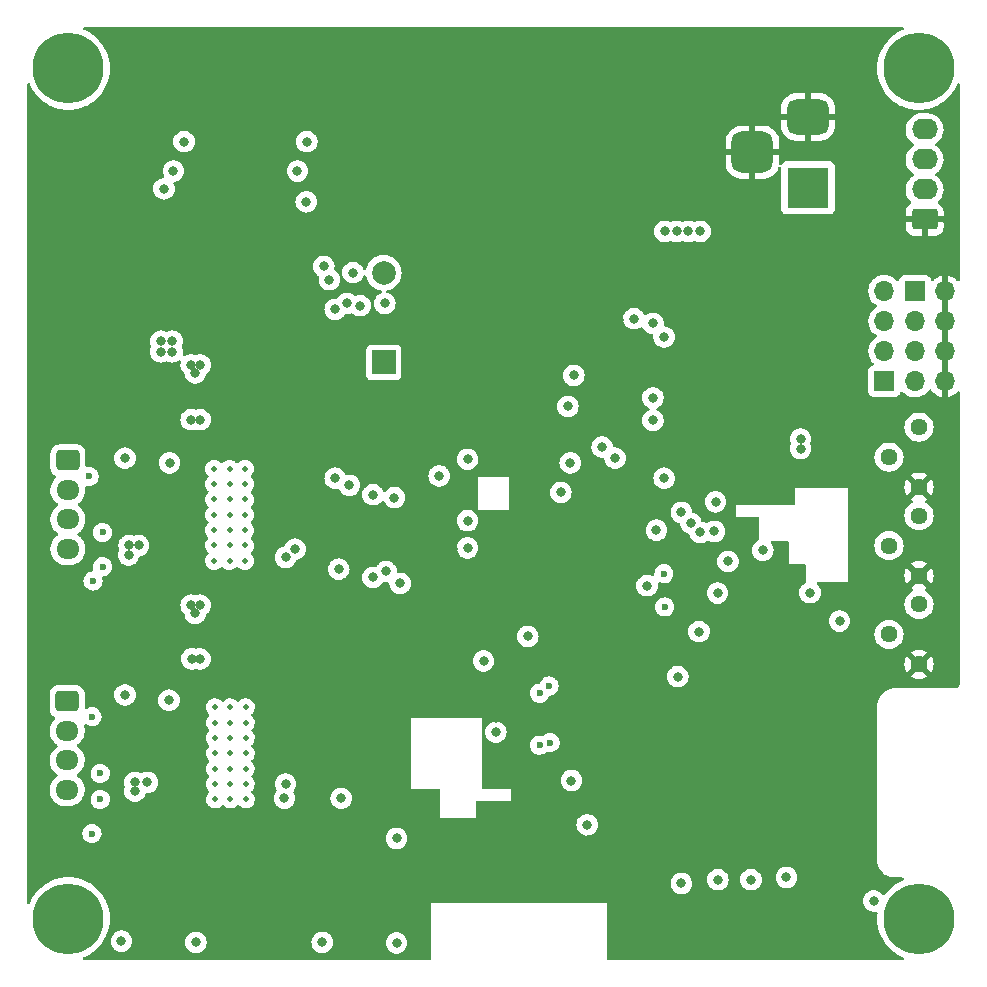
<source format=gbr>
%TF.GenerationSoftware,KiCad,Pcbnew,(6.0.0)*%
%TF.CreationDate,2022-03-02T14:41:02+07:00*%
%TF.ProjectId,balancingRobot_sabaiCode,62616c61-6e63-4696-9e67-526f626f745f,rev?*%
%TF.SameCoordinates,Original*%
%TF.FileFunction,Copper,L2,Inr*%
%TF.FilePolarity,Positive*%
%FSLAX46Y46*%
G04 Gerber Fmt 4.6, Leading zero omitted, Abs format (unit mm)*
G04 Created by KiCad (PCBNEW (6.0.0)) date 2022-03-02 14:41:02*
%MOMM*%
%LPD*%
G01*
G04 APERTURE LIST*
G04 Aperture macros list*
%AMRoundRect*
0 Rectangle with rounded corners*
0 $1 Rounding radius*
0 $2 $3 $4 $5 $6 $7 $8 $9 X,Y pos of 4 corners*
0 Add a 4 corners polygon primitive as box body*
4,1,4,$2,$3,$4,$5,$6,$7,$8,$9,$2,$3,0*
0 Add four circle primitives for the rounded corners*
1,1,$1+$1,$2,$3*
1,1,$1+$1,$4,$5*
1,1,$1+$1,$6,$7*
1,1,$1+$1,$8,$9*
0 Add four rect primitives between the rounded corners*
20,1,$1+$1,$2,$3,$4,$5,0*
20,1,$1+$1,$4,$5,$6,$7,0*
20,1,$1+$1,$6,$7,$8,$9,0*
20,1,$1+$1,$8,$9,$2,$3,0*%
G04 Aperture macros list end*
%TA.AperFunction,ComponentPad*%
%ADD10R,1.700000X1.700000*%
%TD*%
%TA.AperFunction,ComponentPad*%
%ADD11O,1.700000X1.700000*%
%TD*%
%TA.AperFunction,ComponentPad*%
%ADD12RoundRect,0.250000X0.845000X-0.620000X0.845000X0.620000X-0.845000X0.620000X-0.845000X-0.620000X0*%
%TD*%
%TA.AperFunction,ComponentPad*%
%ADD13O,2.190000X1.740000*%
%TD*%
%TA.AperFunction,ComponentPad*%
%ADD14C,0.500000*%
%TD*%
%TA.AperFunction,ComponentPad*%
%ADD15C,6.000000*%
%TD*%
%TA.AperFunction,ComponentPad*%
%ADD16C,0.800000*%
%TD*%
%TA.AperFunction,ComponentPad*%
%ADD17R,0.900000X0.500000*%
%TD*%
%TA.AperFunction,ComponentPad*%
%ADD18C,1.440000*%
%TD*%
%TA.AperFunction,ComponentPad*%
%ADD19R,2.000000X2.000000*%
%TD*%
%TA.AperFunction,ComponentPad*%
%ADD20C,2.000000*%
%TD*%
%TA.AperFunction,ComponentPad*%
%ADD21RoundRect,0.250000X-0.725000X0.600000X-0.725000X-0.600000X0.725000X-0.600000X0.725000X0.600000X0*%
%TD*%
%TA.AperFunction,ComponentPad*%
%ADD22O,1.950000X1.700000*%
%TD*%
%TA.AperFunction,ComponentPad*%
%ADD23R,3.500000X3.500000*%
%TD*%
%TA.AperFunction,ComponentPad*%
%ADD24RoundRect,0.750000X-1.000000X0.750000X-1.000000X-0.750000X1.000000X-0.750000X1.000000X0.750000X0*%
%TD*%
%TA.AperFunction,ComponentPad*%
%ADD25RoundRect,0.875000X-0.875000X0.875000X-0.875000X-0.875000X0.875000X-0.875000X0.875000X0.875000X0*%
%TD*%
%TA.AperFunction,ViaPad*%
%ADD26C,0.800000*%
%TD*%
%TA.AperFunction,ViaPad*%
%ADD27C,0.600000*%
%TD*%
G04 APERTURE END LIST*
D10*
%TO.N,+5V*%
%TO.C,J5*%
X205700000Y-82880000D03*
D11*
%TO.N,GND*%
X208240000Y-82880000D03*
%TO.N,+5V*%
X205700000Y-85420000D03*
%TO.N,GND*%
X208240000Y-85420000D03*
%TO.N,+5V*%
X205700000Y-87960000D03*
%TO.N,GND*%
X208240000Y-87960000D03*
%TO.N,+5V*%
X205700000Y-90500000D03*
%TO.N,GND*%
X208240000Y-90500000D03*
%TD*%
D10*
%TO.N,TIM3_CH1*%
%TO.C,J6*%
X203100000Y-90480000D03*
D11*
%TO.N,TIM3_CH2*%
X203100000Y-87940000D03*
%TO.N,TIM3_CH3*%
X203100000Y-85400000D03*
%TO.N,TIM3_CH4*%
X203100000Y-82860000D03*
%TD*%
D12*
%TO.N,GND*%
%TO.C,J7*%
X206500000Y-76800000D03*
D13*
%TO.N,SWDIO*%
X206500000Y-74260000D03*
%TO.N,SWCLK*%
X206500000Y-71720000D03*
%TO.N,+3V3*%
X206500000Y-69180000D03*
%TD*%
D14*
%TO.N,N/C*%
%TO.C,U6*%
X147725000Y-122000000D03*
X147725000Y-120700000D03*
X147725000Y-119400000D03*
X147725000Y-118100000D03*
X147725000Y-123300000D03*
X147725000Y-124600000D03*
X147725000Y-125900000D03*
X146425000Y-118100000D03*
X149025000Y-118100000D03*
X146425000Y-119400000D03*
X149025000Y-119400000D03*
X149025000Y-120700000D03*
X146425000Y-120700000D03*
X146425000Y-122000000D03*
X149025000Y-122000000D03*
X146425000Y-123300000D03*
X149025000Y-123300000D03*
X146425000Y-124600000D03*
X149025000Y-124600000D03*
X146425000Y-125900000D03*
X149025000Y-125900000D03*
%TD*%
D15*
%TO.N,N/C*%
%TO.C,H4*%
X134000000Y-136000000D03*
D16*
X136250000Y-136000000D03*
X135590990Y-137590990D03*
X132409010Y-137590990D03*
X134000000Y-138250000D03*
X131750000Y-136000000D03*
X134000000Y-133750000D03*
X135590990Y-134409010D03*
X132409010Y-134409010D03*
%TD*%
D17*
%TO.N,GND*%
%TO.C,ANT1*%
X165525000Y-134300000D03*
%TD*%
D18*
%TO.N,+3V3*%
%TO.C,RV5*%
X206025000Y-94375000D03*
%TO.N,ADC2*%
X203485000Y-96915000D03*
%TO.N,GND*%
X206025000Y-99455000D03*
%TD*%
D19*
%TO.N,+3V3*%
%TO.C,BZ1*%
X160700000Y-88900000D03*
D20*
%TO.N,Net-(BZ1-Pad2)*%
X160700000Y-81300000D03*
%TD*%
D21*
%TO.N,/Stepper Driver/M1_A1*%
%TO.C,J2*%
X133970000Y-97200000D03*
D22*
%TO.N,/Stepper Driver/M1_A2*%
X133970000Y-99700000D03*
%TO.N,/Stepper Driver/M1_B2*%
X133970000Y-102200000D03*
%TO.N,/Stepper Driver/M1_B1*%
X133970000Y-104700000D03*
%TD*%
D23*
%TO.N,Net-(J1-Pad1)*%
%TO.C,J1*%
X196627500Y-74110000D03*
D24*
%TO.N,GND*%
X196627500Y-68110000D03*
D25*
X191927500Y-71110000D03*
%TD*%
D21*
%TO.N,/Stepper Driver/M2_A1*%
%TO.C,J3*%
X133900000Y-117600000D03*
D22*
%TO.N,/Stepper Driver/M2_A2*%
X133900000Y-120100000D03*
%TO.N,/Stepper Driver/M2_B2*%
X133900000Y-122600000D03*
%TO.N,/Stepper Driver/M2_B1*%
X133900000Y-125100000D03*
%TD*%
D16*
%TO.N,N/C*%
%TO.C,H3*%
X207590990Y-137590990D03*
X206000000Y-138250000D03*
X207590990Y-134409010D03*
X204409010Y-137590990D03*
X206000000Y-133750000D03*
X204409010Y-134409010D03*
X208250000Y-136000000D03*
D15*
X206000000Y-136000000D03*
D16*
X203750000Y-136000000D03*
%TD*%
D18*
%TO.N,+3V3*%
%TO.C,RV4*%
X206025000Y-101875000D03*
%TO.N,ADC1*%
X203485000Y-104415000D03*
%TO.N,GND*%
X206025000Y-106955000D03*
%TD*%
D16*
%TO.N,N/C*%
%TO.C,H1*%
X134000000Y-61750000D03*
X132409010Y-62409010D03*
X135590990Y-62409010D03*
D15*
X134000000Y-64000000D03*
D16*
X135590990Y-65590990D03*
X134000000Y-66250000D03*
X132409010Y-65590990D03*
X131750000Y-64000000D03*
X136250000Y-64000000D03*
%TD*%
D14*
%TO.N,N/C*%
%TO.C,U5*%
X147652500Y-101800000D03*
X147652500Y-100500000D03*
X147652500Y-99200000D03*
X147652500Y-97900000D03*
X147652500Y-103100000D03*
X147652500Y-104400000D03*
X147652500Y-105700000D03*
X146352500Y-97900000D03*
X148952500Y-97900000D03*
X146352500Y-99200000D03*
X148952500Y-99200000D03*
X148952500Y-100500000D03*
X146352500Y-100500000D03*
X146352500Y-101800000D03*
X148952500Y-101800000D03*
X146352500Y-103100000D03*
X148952500Y-103100000D03*
X146352500Y-104400000D03*
X148952500Y-104400000D03*
X146352500Y-105700000D03*
X148952500Y-105700000D03*
%TD*%
D18*
%TO.N,+3V3*%
%TO.C,RV3*%
X206025000Y-109375000D03*
%TO.N,ADC0*%
X203485000Y-111915000D03*
%TO.N,GND*%
X206025000Y-114455000D03*
%TD*%
D16*
%TO.N,N/C*%
%TO.C,H2*%
X207590990Y-62409010D03*
D15*
X206000000Y-64000000D03*
D16*
X203750000Y-64000000D03*
X206000000Y-66250000D03*
X204409010Y-65590990D03*
X206000000Y-61750000D03*
X207590990Y-65590990D03*
X204409010Y-62409010D03*
X208250000Y-64000000D03*
%TD*%
D26*
%TO.N,+3V3*%
X167800000Y-104600000D03*
X192800000Y-104800000D03*
X141850000Y-87100000D03*
X196000000Y-95400000D03*
X180300000Y-97000000D03*
X156900000Y-106400000D03*
X152400000Y-124600000D03*
X157100000Y-125800000D03*
X176600000Y-124300000D03*
X177930000Y-128050000D03*
X187400000Y-111700000D03*
X155500000Y-138000000D03*
X176500000Y-97400000D03*
X141850000Y-88000000D03*
X138500000Y-137900000D03*
X152300000Y-125800000D03*
X189850000Y-105750000D03*
X161600000Y-100350000D03*
X170200000Y-120200000D03*
X181900000Y-85200000D03*
X153200000Y-104700000D03*
X142800000Y-88000000D03*
X185900000Y-133000000D03*
X175700000Y-99900000D03*
X144800000Y-138000000D03*
X185600000Y-115500000D03*
X179200000Y-96050000D03*
X161800000Y-138050000D03*
X165400000Y-98500000D03*
X152400000Y-105400000D03*
X142800000Y-87100000D03*
X199300000Y-110800000D03*
X196000000Y-96200000D03*
%TO.N,Net-(BZ1-Pad2)*%
X160800000Y-83900000D03*
%TO.N,GND*%
X188100000Y-138600000D03*
X164000000Y-134500000D03*
X134000000Y-111000000D03*
X154250000Y-84500000D03*
X194100000Y-138500000D03*
X147800000Y-130500000D03*
X196800000Y-111600000D03*
X146900000Y-66900000D03*
X164000000Y-135500000D03*
X192000000Y-67000000D03*
X167700000Y-118300000D03*
X163100000Y-65500000D03*
X169500000Y-117500000D03*
X171300000Y-97000000D03*
X185000000Y-61000000D03*
X180500000Y-126500000D03*
X177990000Y-129310000D03*
X165200000Y-131100000D03*
X163800000Y-101900000D03*
X151050000Y-110350000D03*
X131000000Y-91000000D03*
X150000000Y-87500000D03*
X189000000Y-64000000D03*
X150000000Y-89000000D03*
X152300000Y-117500000D03*
X188790000Y-111910000D03*
X136000000Y-132000000D03*
X180600000Y-85300000D03*
X196900000Y-138550000D03*
X195000000Y-64000000D03*
X141500000Y-106300000D03*
X161000000Y-62200000D03*
D27*
X143324500Y-106000000D03*
D26*
X198500000Y-98850000D03*
X161600000Y-96150000D03*
X185000000Y-67000000D03*
X157100000Y-123900000D03*
X131000000Y-71000000D03*
X141550000Y-126850000D03*
X201000000Y-61000000D03*
X138700000Y-131450000D03*
X194600000Y-100500000D03*
X138900000Y-91000000D03*
X153890000Y-111930000D03*
X181800000Y-129700000D03*
X138950000Y-119250000D03*
X133000000Y-69000000D03*
X131000000Y-69000000D03*
X151550000Y-83400000D03*
X131000000Y-93000000D03*
X145100000Y-64000000D03*
X137000000Y-113000000D03*
X182790000Y-63980000D03*
X169360000Y-75550000D03*
X158100000Y-70500000D03*
X164000000Y-130500000D03*
X142400000Y-76450000D03*
X135000000Y-91000000D03*
X147000000Y-134100000D03*
X150000000Y-86000000D03*
X134000000Y-109000000D03*
X139000000Y-89000000D03*
X139000000Y-93000000D03*
X198000000Y-61000000D03*
X153700000Y-90800000D03*
X162000000Y-124500000D03*
X191500000Y-107500000D03*
X201000000Y-67000000D03*
X173600000Y-103100000D03*
X143000000Y-130000000D03*
X138000000Y-133000000D03*
D27*
X150400000Y-96900000D03*
D26*
X164000000Y-137500000D03*
X189000000Y-67000000D03*
X154250000Y-87500000D03*
X170950000Y-83850000D03*
D27*
X151800000Y-97500000D03*
D26*
X143000000Y-133000000D03*
X180500000Y-129500000D03*
X148800000Y-64000000D03*
X135000000Y-93000000D03*
X201000000Y-70000000D03*
X180500000Y-125500000D03*
X141000000Y-127550000D03*
X166200000Y-102700000D03*
D27*
X169630000Y-124250000D03*
D26*
X150050000Y-84700000D03*
X180500000Y-123500000D03*
X146600000Y-85000000D03*
X141000000Y-67000000D03*
X164730000Y-67700000D03*
X189000000Y-61000000D03*
D27*
X176000000Y-125300000D03*
D26*
X172300000Y-83250000D03*
X180500000Y-136000000D03*
X180500000Y-132000000D03*
X164000000Y-133500000D03*
X157040000Y-104410000D03*
X131000000Y-109000000D03*
X138000000Y-64000000D03*
X182100000Y-93900000D03*
X191080000Y-78600000D03*
X166600000Y-104700000D03*
X192000000Y-61000000D03*
D27*
X175900000Y-122800000D03*
D26*
X187400000Y-63990000D03*
X163100000Y-62200000D03*
X198000000Y-64000000D03*
X178720000Y-122150000D03*
X152250000Y-89000000D03*
X184200000Y-115400000D03*
X170500000Y-117500000D03*
X160900000Y-70600000D03*
X163100000Y-63900000D03*
X163600000Y-67700000D03*
X141000000Y-64000000D03*
X164000000Y-132500000D03*
X162000000Y-123500000D03*
X141850000Y-109300000D03*
X131000000Y-111000000D03*
X181000000Y-64000000D03*
X154250000Y-86000000D03*
X180500000Y-137000000D03*
X165290000Y-128050000D03*
X163800000Y-71400000D03*
X131000000Y-67000000D03*
X162000000Y-127500000D03*
X185100000Y-138550000D03*
X180500000Y-135000000D03*
X192000000Y-64000000D03*
X168500000Y-117500000D03*
X195600000Y-106500000D03*
X191000000Y-138600000D03*
X180500000Y-119500000D03*
X196000000Y-97500000D03*
X164000000Y-136500000D03*
X180500000Y-127500000D03*
X172500000Y-117500000D03*
X153000000Y-83500000D03*
X131000000Y-132000000D03*
X178970000Y-127070000D03*
X180500000Y-133000000D03*
X180500000Y-120500000D03*
X165500000Y-97200000D03*
X191070000Y-77200000D03*
X153300000Y-134100000D03*
X131000000Y-129000000D03*
X146600000Y-85950000D03*
X143200000Y-75200000D03*
X148650000Y-83500000D03*
X180500000Y-117500000D03*
X180500000Y-118500000D03*
X146600000Y-86900000D03*
X180500000Y-121500000D03*
X165750000Y-103750000D03*
X154100000Y-91950000D03*
X135000000Y-89000000D03*
X140700000Y-131450000D03*
X133000000Y-132000000D03*
X166250000Y-96250000D03*
X143200000Y-77450000D03*
X150910000Y-114090000D03*
X141500000Y-105500000D03*
X181800000Y-73680000D03*
X180500000Y-124500000D03*
X158900000Y-62200000D03*
X164000000Y-131500000D03*
X171500000Y-117500000D03*
X169390000Y-72940000D03*
X181000000Y-67000000D03*
X199800000Y-132800000D03*
X133000000Y-129000000D03*
X171300000Y-103100000D03*
X138950000Y-118500000D03*
X180250000Y-93400000D03*
X164000000Y-127500000D03*
X184300000Y-131800000D03*
X180500000Y-134000000D03*
X180500000Y-139000000D03*
X178500000Y-117500000D03*
X137600000Y-109350000D03*
X164900000Y-71400000D03*
X170200000Y-119000000D03*
X164800000Y-125800000D03*
X154250000Y-89000000D03*
X135750000Y-68500000D03*
X137000000Y-111000000D03*
X181000000Y-61000000D03*
X131000000Y-89000000D03*
X147750000Y-89000000D03*
X162000000Y-126500000D03*
X201000000Y-64000000D03*
X163000000Y-127500000D03*
X141000000Y-61000000D03*
X179500000Y-117500000D03*
X131000000Y-73000000D03*
X138000000Y-67000000D03*
X141000000Y-133000000D03*
X139050000Y-99100000D03*
X134000000Y-113000000D03*
X138000000Y-61000000D03*
X152250000Y-87500000D03*
X169480000Y-74210000D03*
X180500000Y-128500000D03*
X182570000Y-73690000D03*
X162000000Y-125500000D03*
X164000000Y-138500000D03*
X194100000Y-106400000D03*
X195000000Y-61000000D03*
X180500000Y-138000000D03*
X179300000Y-94200000D03*
X152250000Y-86000000D03*
X153650000Y-93050000D03*
X180500000Y-122500000D03*
X131000000Y-113000000D03*
X143500000Y-126700000D03*
X139000000Y-98350000D03*
%TO.N,NRST*%
X196800000Y-108400000D03*
X188800000Y-100700000D03*
X172900000Y-112100000D03*
%TO.N,/Stepper Driver/M1_VCP*%
X138800000Y-97000000D03*
X142575500Y-97400000D03*
%TO.N,VCC*%
X139100000Y-105200000D03*
X145150000Y-114000000D03*
X139150000Y-104400000D03*
X186500000Y-77800000D03*
X140700000Y-124450000D03*
X184500000Y-77800000D03*
X139950000Y-104400000D03*
X144750000Y-110150000D03*
X139650000Y-125200000D03*
X145150000Y-89100000D03*
X187500000Y-77800000D03*
X139650000Y-124450000D03*
X145150000Y-109450000D03*
X144750000Y-89800000D03*
X144400000Y-109450000D03*
X185500000Y-77800000D03*
X145150000Y-93750000D03*
X144400000Y-93750000D03*
X144400000Y-89100000D03*
X144450000Y-114000000D03*
%TO.N,/Stepper Driver/M2_VCP*%
X142525980Y-117500000D03*
X138800000Y-117050000D03*
%TO.N,M1_LED*%
X189000000Y-132700000D03*
X185900000Y-101600000D03*
%TO.N,M2_LED*%
X191800000Y-132700000D03*
X186700000Y-102500000D03*
%TO.N,SWCLK*%
X183000000Y-107800000D03*
%TO.N,SWDIO*%
X183800000Y-103100000D03*
%TO.N,TIM16_Buzzer*%
X184450000Y-86750000D03*
X184450000Y-98700000D03*
X187500000Y-103300000D03*
%TO.N,I2C_SCL*%
X176300000Y-92624500D03*
X176800000Y-90000000D03*
%TO.N,I2C_SDA*%
X183500000Y-91900000D03*
X183500000Y-93800000D03*
X183500000Y-85600000D03*
%TO.N,PIO11*%
X161800000Y-129200000D03*
X202200000Y-134500000D03*
D27*
%TO.N,/Stepper Driver/M1_ISENB*%
X136900000Y-103300000D03*
X136900000Y-106200000D03*
%TO.N,/Stepper Driver/M1_ISENA*%
X136100000Y-107400000D03*
X135750000Y-98550000D03*
%TO.N,/Stepper Driver/M2_ISENB*%
X136700000Y-123700000D03*
X136700000Y-125900000D03*
%TO.N,/Stepper Driver/M2_ISENA*%
X136000000Y-128800000D03*
X136000000Y-118900000D03*
D26*
%TO.N,BTN*%
X169160012Y-114180034D03*
X188970023Y-108429977D03*
%TO.N,M1_MODE0*%
X159800000Y-100100000D03*
X158109594Y-81289670D03*
X162100000Y-107600000D03*
X142100000Y-74200000D03*
X154149500Y-75300000D03*
X158700000Y-84100000D03*
%TO.N,M1_MODE1*%
X153400000Y-72700000D03*
X155629977Y-80770023D03*
X160900000Y-106600000D03*
X157600000Y-83900000D03*
X157800000Y-99300000D03*
X142900000Y-72700000D03*
%TO.N,M1_MODE2*%
X159800000Y-107100000D03*
X154200000Y-70200000D03*
X156600000Y-98700000D03*
X143800000Y-70200000D03*
X156100000Y-81900000D03*
X156600000Y-84400000D03*
%TO.N,LED_PC13*%
X194800000Y-132500000D03*
X188700000Y-103200000D03*
%TO.N,MPU_INT*%
X167800000Y-102300000D03*
X167800000Y-97100000D03*
D27*
%TO.N,SPI_CSS*%
X173900000Y-116900000D03*
X173900000Y-121300000D03*
%TO.N,SPI_CE*%
X174800000Y-121100000D03*
X174700000Y-116300000D03*
%TO.N,SPI_SCK*%
X184500000Y-109600000D03*
X184425500Y-106800000D03*
%TD*%
%TA.AperFunction,Conductor*%
%TO.N,GND*%
G36*
X204695040Y-60528002D02*
G01*
X204741533Y-60581658D01*
X204751637Y-60651932D01*
X204722143Y-60716512D01*
X204672073Y-60751631D01*
X204571006Y-60790427D01*
X204568066Y-60791925D01*
X204246284Y-60955881D01*
X204246277Y-60955885D01*
X204243343Y-60957380D01*
X203934925Y-61157668D01*
X203649133Y-61389098D01*
X203389098Y-61649133D01*
X203157668Y-61934925D01*
X202957380Y-62243343D01*
X202790427Y-62571006D01*
X202658639Y-62914326D01*
X202563459Y-63269541D01*
X202505931Y-63632759D01*
X202486685Y-64000000D01*
X202505931Y-64367241D01*
X202563459Y-64730459D01*
X202658639Y-65085674D01*
X202790427Y-65428994D01*
X202957380Y-65756657D01*
X203157668Y-66065075D01*
X203389098Y-66350867D01*
X203649133Y-66610902D01*
X203934925Y-66842332D01*
X204243342Y-67042620D01*
X204246276Y-67044115D01*
X204246283Y-67044119D01*
X204455420Y-67150679D01*
X204571006Y-67209573D01*
X204780782Y-67290098D01*
X204806671Y-67300036D01*
X204914326Y-67341361D01*
X205269541Y-67436541D01*
X205462558Y-67467112D01*
X205629511Y-67493555D01*
X205629519Y-67493556D01*
X205632759Y-67494069D01*
X206000000Y-67513315D01*
X206367241Y-67494069D01*
X206370481Y-67493556D01*
X206370489Y-67493555D01*
X206537442Y-67467112D01*
X206730459Y-67436541D01*
X207085674Y-67341361D01*
X207193330Y-67300036D01*
X207219218Y-67290098D01*
X207428994Y-67209573D01*
X207544580Y-67150679D01*
X207753717Y-67044119D01*
X207753724Y-67044115D01*
X207756658Y-67042620D01*
X208065075Y-66842332D01*
X208350867Y-66610902D01*
X208610902Y-66350867D01*
X208842332Y-66065075D01*
X209042620Y-65756657D01*
X209209573Y-65428994D01*
X209248369Y-65327927D01*
X209291455Y-65271499D01*
X209358208Y-65247322D01*
X209427435Y-65263073D01*
X209477157Y-65313751D01*
X209492000Y-65373081D01*
X209492000Y-81912340D01*
X209471998Y-81980461D01*
X209418342Y-82026954D01*
X209348068Y-82037058D01*
X209283488Y-82007564D01*
X209272806Y-81997140D01*
X209172799Y-81887234D01*
X209165273Y-81880215D01*
X208998139Y-81748222D01*
X208989552Y-81742517D01*
X208803117Y-81639599D01*
X208793705Y-81635369D01*
X208592959Y-81564280D01*
X208582988Y-81561646D01*
X208511837Y-81548972D01*
X208498540Y-81550432D01*
X208494000Y-81564989D01*
X208494000Y-91818517D01*
X208498064Y-91832359D01*
X208511478Y-91834393D01*
X208518184Y-91833534D01*
X208528262Y-91831392D01*
X208732255Y-91770191D01*
X208741842Y-91766433D01*
X208933095Y-91672739D01*
X208941945Y-91667464D01*
X209115328Y-91543792D01*
X209123193Y-91537145D01*
X209277060Y-91383813D01*
X209339431Y-91349897D01*
X209410238Y-91355085D01*
X209467000Y-91397731D01*
X209491694Y-91464294D01*
X209492000Y-91473064D01*
X209492000Y-115950673D01*
X209490500Y-115970057D01*
X209488195Y-115984858D01*
X209488195Y-115984862D01*
X209486814Y-115993731D01*
X209487978Y-116002633D01*
X209487978Y-116002637D01*
X209487991Y-116002733D01*
X209488262Y-116033170D01*
X209481254Y-116095375D01*
X209474976Y-116122882D01*
X209455386Y-116178866D01*
X209447966Y-116200071D01*
X209435724Y-116225491D01*
X209392213Y-116294738D01*
X209374621Y-116316797D01*
X209316797Y-116374621D01*
X209294738Y-116392213D01*
X209225491Y-116435724D01*
X209200070Y-116447966D01*
X209122883Y-116474975D01*
X209095376Y-116481254D01*
X209071428Y-116483952D01*
X209039744Y-116487522D01*
X209024103Y-116488305D01*
X209015145Y-116488196D01*
X209006271Y-116486814D01*
X208974750Y-116490936D01*
X208958412Y-116492000D01*
X204053208Y-116492000D01*
X204032303Y-116490254D01*
X204017333Y-116487735D01*
X204017328Y-116487735D01*
X204012540Y-116486929D01*
X204006210Y-116486852D01*
X204004859Y-116486835D01*
X204004855Y-116486835D01*
X204000001Y-116486776D01*
X203985267Y-116488886D01*
X203976420Y-116489835D01*
X203828224Y-116500433D01*
X203789328Y-116503215D01*
X203789327Y-116503215D01*
X203784841Y-116503536D01*
X203649728Y-116532928D01*
X203578451Y-116548433D01*
X203578448Y-116548434D01*
X203574062Y-116549388D01*
X203569860Y-116550955D01*
X203569854Y-116550957D01*
X203378965Y-116622156D01*
X203371954Y-116624771D01*
X203368009Y-116626925D01*
X203368007Y-116626926D01*
X203222833Y-116706197D01*
X203182631Y-116728149D01*
X203009947Y-116857418D01*
X202857418Y-117009947D01*
X202728149Y-117182631D01*
X202725990Y-117186585D01*
X202633009Y-117356868D01*
X202624771Y-117371954D01*
X202623200Y-117376166D01*
X202550957Y-117569854D01*
X202550955Y-117569860D01*
X202549388Y-117574062D01*
X202548434Y-117578448D01*
X202548433Y-117578451D01*
X202525611Y-117683365D01*
X202503536Y-117784841D01*
X202503215Y-117789329D01*
X202491037Y-117959597D01*
X202489613Y-117971506D01*
X202486929Y-117987462D01*
X202486776Y-118000001D01*
X202487466Y-118004816D01*
X202490727Y-118027589D01*
X202492000Y-118045452D01*
X202492000Y-130946792D01*
X202490254Y-130967697D01*
X202486929Y-130987460D01*
X202486776Y-130999999D01*
X202488886Y-131014733D01*
X202489835Y-131023580D01*
X202503536Y-131215159D01*
X202549388Y-131425938D01*
X202550955Y-131430140D01*
X202550957Y-131430146D01*
X202595433Y-131549388D01*
X202624771Y-131628046D01*
X202626925Y-131631991D01*
X202626926Y-131631993D01*
X202668911Y-131708882D01*
X202728149Y-131817369D01*
X202857418Y-131990053D01*
X203009947Y-132142582D01*
X203182631Y-132271851D01*
X203186585Y-132274010D01*
X203297784Y-132334729D01*
X203371954Y-132375229D01*
X203376166Y-132376800D01*
X203569854Y-132449043D01*
X203569860Y-132449045D01*
X203574062Y-132450612D01*
X203578448Y-132451566D01*
X203578451Y-132451567D01*
X203702621Y-132478578D01*
X203784841Y-132496464D01*
X203789329Y-132496785D01*
X203959597Y-132508963D01*
X203971506Y-132510387D01*
X203987462Y-132513071D01*
X203993817Y-132513149D01*
X203995142Y-132513165D01*
X203995146Y-132513165D01*
X204000001Y-132513224D01*
X204027589Y-132509273D01*
X204045452Y-132508000D01*
X204626919Y-132508000D01*
X204695040Y-132528002D01*
X204741533Y-132581658D01*
X204751637Y-132651932D01*
X204722143Y-132716512D01*
X204672073Y-132751631D01*
X204571006Y-132790427D01*
X204568066Y-132791925D01*
X204246284Y-132955881D01*
X204246277Y-132955885D01*
X204243343Y-132957380D01*
X204240577Y-132959176D01*
X204240574Y-132959178D01*
X204058714Y-133077279D01*
X203934925Y-133157668D01*
X203649133Y-133389098D01*
X203389098Y-133649133D01*
X203157668Y-133934925D01*
X203155866Y-133937700D01*
X203155864Y-133937703D01*
X203144284Y-133955535D01*
X203090408Y-134001773D01*
X203020087Y-134011544D01*
X202955647Y-133981745D01*
X202939839Y-133964439D01*
X202939040Y-133963056D01*
X202811253Y-133821134D01*
X202656752Y-133708882D01*
X202650724Y-133706198D01*
X202650722Y-133706197D01*
X202488319Y-133633891D01*
X202488318Y-133633891D01*
X202482288Y-133631206D01*
X202388887Y-133611353D01*
X202301944Y-133592872D01*
X202301939Y-133592872D01*
X202295487Y-133591500D01*
X202104513Y-133591500D01*
X202098061Y-133592872D01*
X202098056Y-133592872D01*
X202011113Y-133611353D01*
X201917712Y-133631206D01*
X201911682Y-133633891D01*
X201911681Y-133633891D01*
X201749278Y-133706197D01*
X201749276Y-133706198D01*
X201743248Y-133708882D01*
X201588747Y-133821134D01*
X201584326Y-133826044D01*
X201584325Y-133826045D01*
X201483791Y-133937700D01*
X201460960Y-133963056D01*
X201365473Y-134128444D01*
X201306458Y-134310072D01*
X201286496Y-134500000D01*
X201287186Y-134506565D01*
X201299836Y-134626919D01*
X201306458Y-134689928D01*
X201365473Y-134871556D01*
X201460960Y-135036944D01*
X201588747Y-135178866D01*
X201743248Y-135291118D01*
X201749276Y-135293802D01*
X201749278Y-135293803D01*
X201847296Y-135337443D01*
X201917712Y-135368794D01*
X202011112Y-135388647D01*
X202098056Y-135407128D01*
X202098061Y-135407128D01*
X202104513Y-135408500D01*
X202295487Y-135408500D01*
X202301939Y-135407128D01*
X202301944Y-135407128D01*
X202352908Y-135396295D01*
X202370695Y-135392514D01*
X202441485Y-135397916D01*
X202498117Y-135440733D01*
X202522611Y-135507370D01*
X202521340Y-135535468D01*
X202505931Y-135632759D01*
X202486685Y-136000000D01*
X202505931Y-136367241D01*
X202563459Y-136730459D01*
X202658639Y-137085674D01*
X202659824Y-137088762D01*
X202659825Y-137088764D01*
X202680595Y-137142872D01*
X202790427Y-137428994D01*
X202791925Y-137431934D01*
X202936988Y-137716635D01*
X202957380Y-137756657D01*
X203157668Y-138065075D01*
X203389098Y-138350867D01*
X203649133Y-138610902D01*
X203934925Y-138842332D01*
X204243342Y-139042620D01*
X204246276Y-139044115D01*
X204246283Y-139044119D01*
X204568066Y-139208075D01*
X204571006Y-139209573D01*
X204647658Y-139238997D01*
X204672073Y-139248369D01*
X204728501Y-139291455D01*
X204752678Y-139358208D01*
X204736927Y-139427435D01*
X204686249Y-139477157D01*
X204626919Y-139492000D01*
X179726000Y-139492000D01*
X179657879Y-139471998D01*
X179611386Y-139418342D01*
X179600000Y-139366000D01*
X179600000Y-134700000D01*
X164700000Y-134700000D01*
X164700000Y-139366000D01*
X164679998Y-139434121D01*
X164626342Y-139480614D01*
X164574000Y-139492000D01*
X135373081Y-139492000D01*
X135304960Y-139471998D01*
X135258467Y-139418342D01*
X135248363Y-139348068D01*
X135277857Y-139283488D01*
X135327927Y-139248369D01*
X135352342Y-139238997D01*
X135428994Y-139209573D01*
X135431934Y-139208075D01*
X135753717Y-139044119D01*
X135753724Y-139044115D01*
X135756658Y-139042620D01*
X136065075Y-138842332D01*
X136350867Y-138610902D01*
X136610902Y-138350867D01*
X136842332Y-138065075D01*
X136949532Y-137900000D01*
X137586496Y-137900000D01*
X137587186Y-137906565D01*
X137604117Y-138067651D01*
X137606458Y-138089928D01*
X137665473Y-138271556D01*
X137760960Y-138436944D01*
X137888747Y-138578866D01*
X137987843Y-138650864D01*
X138026385Y-138678866D01*
X138043248Y-138691118D01*
X138049276Y-138693802D01*
X138049278Y-138693803D01*
X138136753Y-138732749D01*
X138217712Y-138768794D01*
X138304479Y-138787237D01*
X138398056Y-138807128D01*
X138398061Y-138807128D01*
X138404513Y-138808500D01*
X138595487Y-138808500D01*
X138601939Y-138807128D01*
X138601944Y-138807128D01*
X138695521Y-138787237D01*
X138782288Y-138768794D01*
X138863247Y-138732749D01*
X138950722Y-138693803D01*
X138950724Y-138693802D01*
X138956752Y-138691118D01*
X138973616Y-138678866D01*
X139012157Y-138650864D01*
X139111253Y-138578866D01*
X139239040Y-138436944D01*
X139334527Y-138271556D01*
X139393542Y-138089928D01*
X139395884Y-138067651D01*
X139402994Y-138000000D01*
X143886496Y-138000000D01*
X143887186Y-138006565D01*
X143896608Y-138096206D01*
X143906458Y-138189928D01*
X143965473Y-138371556D01*
X144060960Y-138536944D01*
X144065378Y-138541851D01*
X144065379Y-138541852D01*
X144102203Y-138582749D01*
X144188747Y-138678866D01*
X144343248Y-138791118D01*
X144349276Y-138793802D01*
X144349278Y-138793803D01*
X144455550Y-138841118D01*
X144517712Y-138868794D01*
X144611113Y-138888647D01*
X144698056Y-138907128D01*
X144698061Y-138907128D01*
X144704513Y-138908500D01*
X144895487Y-138908500D01*
X144901939Y-138907128D01*
X144901944Y-138907128D01*
X144988887Y-138888647D01*
X145082288Y-138868794D01*
X145144450Y-138841118D01*
X145250722Y-138793803D01*
X145250724Y-138793802D01*
X145256752Y-138791118D01*
X145411253Y-138678866D01*
X145497797Y-138582749D01*
X145534621Y-138541852D01*
X145534622Y-138541851D01*
X145539040Y-138536944D01*
X145634527Y-138371556D01*
X145693542Y-138189928D01*
X145703393Y-138096206D01*
X145712814Y-138006565D01*
X145713504Y-138000000D01*
X154586496Y-138000000D01*
X154587186Y-138006565D01*
X154596608Y-138096206D01*
X154606458Y-138189928D01*
X154665473Y-138371556D01*
X154760960Y-138536944D01*
X154765378Y-138541851D01*
X154765379Y-138541852D01*
X154802203Y-138582749D01*
X154888747Y-138678866D01*
X155043248Y-138791118D01*
X155049276Y-138793802D01*
X155049278Y-138793803D01*
X155155550Y-138841118D01*
X155217712Y-138868794D01*
X155311113Y-138888647D01*
X155398056Y-138907128D01*
X155398061Y-138907128D01*
X155404513Y-138908500D01*
X155595487Y-138908500D01*
X155601939Y-138907128D01*
X155601944Y-138907128D01*
X155688887Y-138888647D01*
X155782288Y-138868794D01*
X155844450Y-138841118D01*
X155950722Y-138793803D01*
X155950724Y-138793802D01*
X155956752Y-138791118D01*
X156111253Y-138678866D01*
X156197797Y-138582749D01*
X156234621Y-138541852D01*
X156234622Y-138541851D01*
X156239040Y-138536944D01*
X156334527Y-138371556D01*
X156393542Y-138189928D01*
X156403393Y-138096206D01*
X156408249Y-138050000D01*
X160886496Y-138050000D01*
X160906458Y-138239928D01*
X160965473Y-138421556D01*
X161060960Y-138586944D01*
X161065378Y-138591851D01*
X161065379Y-138591852D01*
X161157176Y-138693803D01*
X161188747Y-138728866D01*
X161343248Y-138841118D01*
X161349276Y-138843802D01*
X161349278Y-138843803D01*
X161494591Y-138908500D01*
X161517712Y-138918794D01*
X161611112Y-138938647D01*
X161698056Y-138957128D01*
X161698061Y-138957128D01*
X161704513Y-138958500D01*
X161895487Y-138958500D01*
X161901939Y-138957128D01*
X161901944Y-138957128D01*
X161988888Y-138938647D01*
X162082288Y-138918794D01*
X162105409Y-138908500D01*
X162250722Y-138843803D01*
X162250724Y-138843802D01*
X162256752Y-138841118D01*
X162411253Y-138728866D01*
X162442824Y-138693803D01*
X162534621Y-138591852D01*
X162534622Y-138591851D01*
X162539040Y-138586944D01*
X162634527Y-138421556D01*
X162693542Y-138239928D01*
X162713504Y-138050000D01*
X162693542Y-137860072D01*
X162634527Y-137678444D01*
X162539040Y-137513056D01*
X162499169Y-137468774D01*
X162415675Y-137376045D01*
X162415674Y-137376044D01*
X162411253Y-137371134D01*
X162256752Y-137258882D01*
X162250724Y-137256198D01*
X162250722Y-137256197D01*
X162088319Y-137183891D01*
X162088318Y-137183891D01*
X162082288Y-137181206D01*
X161988887Y-137161353D01*
X161901944Y-137142872D01*
X161901939Y-137142872D01*
X161895487Y-137141500D01*
X161704513Y-137141500D01*
X161698061Y-137142872D01*
X161698056Y-137142872D01*
X161611113Y-137161353D01*
X161517712Y-137181206D01*
X161511682Y-137183891D01*
X161511681Y-137183891D01*
X161349278Y-137256197D01*
X161349276Y-137256198D01*
X161343248Y-137258882D01*
X161188747Y-137371134D01*
X161184326Y-137376044D01*
X161184325Y-137376045D01*
X161100832Y-137468774D01*
X161060960Y-137513056D01*
X160965473Y-137678444D01*
X160906458Y-137860072D01*
X160886496Y-138050000D01*
X156408249Y-138050000D01*
X156412814Y-138006565D01*
X156413504Y-138000000D01*
X156393542Y-137810072D01*
X156334527Y-137628444D01*
X156239040Y-137463056D01*
X156208371Y-137428994D01*
X156115675Y-137326045D01*
X156115674Y-137326044D01*
X156111253Y-137321134D01*
X155980375Y-137226045D01*
X155962094Y-137212763D01*
X155962093Y-137212762D01*
X155956752Y-137208882D01*
X155950724Y-137206198D01*
X155950722Y-137206197D01*
X155788319Y-137133891D01*
X155788318Y-137133891D01*
X155782288Y-137131206D01*
X155688888Y-137111353D01*
X155601944Y-137092872D01*
X155601939Y-137092872D01*
X155595487Y-137091500D01*
X155404513Y-137091500D01*
X155398061Y-137092872D01*
X155398056Y-137092872D01*
X155311112Y-137111353D01*
X155217712Y-137131206D01*
X155211682Y-137133891D01*
X155211681Y-137133891D01*
X155049278Y-137206197D01*
X155049276Y-137206198D01*
X155043248Y-137208882D01*
X155037907Y-137212762D01*
X155037906Y-137212763D01*
X155019625Y-137226045D01*
X154888747Y-137321134D01*
X154884326Y-137326044D01*
X154884325Y-137326045D01*
X154791630Y-137428994D01*
X154760960Y-137463056D01*
X154665473Y-137628444D01*
X154606458Y-137810072D01*
X154586496Y-138000000D01*
X145713504Y-138000000D01*
X145693542Y-137810072D01*
X145634527Y-137628444D01*
X145539040Y-137463056D01*
X145508371Y-137428994D01*
X145415675Y-137326045D01*
X145415674Y-137326044D01*
X145411253Y-137321134D01*
X145280375Y-137226045D01*
X145262094Y-137212763D01*
X145262093Y-137212762D01*
X145256752Y-137208882D01*
X145250724Y-137206198D01*
X145250722Y-137206197D01*
X145088319Y-137133891D01*
X145088318Y-137133891D01*
X145082288Y-137131206D01*
X144988888Y-137111353D01*
X144901944Y-137092872D01*
X144901939Y-137092872D01*
X144895487Y-137091500D01*
X144704513Y-137091500D01*
X144698061Y-137092872D01*
X144698056Y-137092872D01*
X144611112Y-137111353D01*
X144517712Y-137131206D01*
X144511682Y-137133891D01*
X144511681Y-137133891D01*
X144349278Y-137206197D01*
X144349276Y-137206198D01*
X144343248Y-137208882D01*
X144337907Y-137212762D01*
X144337906Y-137212763D01*
X144319625Y-137226045D01*
X144188747Y-137321134D01*
X144184326Y-137326044D01*
X144184325Y-137326045D01*
X144091630Y-137428994D01*
X144060960Y-137463056D01*
X143965473Y-137628444D01*
X143906458Y-137810072D01*
X143886496Y-138000000D01*
X139402994Y-138000000D01*
X139412814Y-137906565D01*
X139413504Y-137900000D01*
X139404052Y-137810072D01*
X139394232Y-137716635D01*
X139394232Y-137716633D01*
X139393542Y-137710072D01*
X139334527Y-137528444D01*
X139239040Y-137363056D01*
X139145242Y-137258882D01*
X139115675Y-137226045D01*
X139115674Y-137226044D01*
X139111253Y-137221134D01*
X138956752Y-137108882D01*
X138950724Y-137106198D01*
X138950722Y-137106197D01*
X138788319Y-137033891D01*
X138788318Y-137033891D01*
X138782288Y-137031206D01*
X138688887Y-137011353D01*
X138601944Y-136992872D01*
X138601939Y-136992872D01*
X138595487Y-136991500D01*
X138404513Y-136991500D01*
X138398061Y-136992872D01*
X138398056Y-136992872D01*
X138311113Y-137011353D01*
X138217712Y-137031206D01*
X138211682Y-137033891D01*
X138211681Y-137033891D01*
X138049278Y-137106197D01*
X138049276Y-137106198D01*
X138043248Y-137108882D01*
X137888747Y-137221134D01*
X137884326Y-137226044D01*
X137884325Y-137226045D01*
X137854759Y-137258882D01*
X137760960Y-137363056D01*
X137665473Y-137528444D01*
X137606458Y-137710072D01*
X137605768Y-137716633D01*
X137605768Y-137716635D01*
X137595948Y-137810072D01*
X137586496Y-137900000D01*
X136949532Y-137900000D01*
X137042620Y-137756657D01*
X137063013Y-137716635D01*
X137208075Y-137431934D01*
X137209573Y-137428994D01*
X137319405Y-137142872D01*
X137340175Y-137088764D01*
X137340176Y-137088762D01*
X137341361Y-137085674D01*
X137436541Y-136730459D01*
X137494069Y-136367241D01*
X137513315Y-136000000D01*
X137494069Y-135632759D01*
X137436541Y-135269541D01*
X137341361Y-134914326D01*
X137209573Y-134571006D01*
X137170049Y-134493435D01*
X137044119Y-134246284D01*
X137044115Y-134246277D01*
X137042620Y-134243343D01*
X136842332Y-133934925D01*
X136610902Y-133649133D01*
X136350867Y-133389098D01*
X136065075Y-133157668D01*
X135841597Y-133012540D01*
X135822287Y-133000000D01*
X184986496Y-133000000D01*
X184987186Y-133006565D01*
X185003287Y-133159754D01*
X185006458Y-133189928D01*
X185065473Y-133371556D01*
X185068776Y-133377278D01*
X185068777Y-133377279D01*
X185086803Y-133408500D01*
X185160960Y-133536944D01*
X185288747Y-133678866D01*
X185443248Y-133791118D01*
X185449276Y-133793802D01*
X185449278Y-133793803D01*
X185611681Y-133866109D01*
X185617712Y-133868794D01*
X185711112Y-133888647D01*
X185798056Y-133907128D01*
X185798061Y-133907128D01*
X185804513Y-133908500D01*
X185995487Y-133908500D01*
X186001939Y-133907128D01*
X186001944Y-133907128D01*
X186088888Y-133888647D01*
X186182288Y-133868794D01*
X186188319Y-133866109D01*
X186350722Y-133793803D01*
X186350724Y-133793802D01*
X186356752Y-133791118D01*
X186511253Y-133678866D01*
X186639040Y-133536944D01*
X186713197Y-133408500D01*
X186731223Y-133377279D01*
X186731224Y-133377278D01*
X186734527Y-133371556D01*
X186793542Y-133189928D01*
X186796714Y-133159754D01*
X186812814Y-133006565D01*
X186813504Y-133000000D01*
X186809326Y-132960251D01*
X186794232Y-132816635D01*
X186794232Y-132816633D01*
X186793542Y-132810072D01*
X186757777Y-132700000D01*
X188086496Y-132700000D01*
X188087186Y-132706565D01*
X188105129Y-132877279D01*
X188106458Y-132889928D01*
X188165473Y-133071556D01*
X188260960Y-133236944D01*
X188265378Y-133241851D01*
X188265379Y-133241852D01*
X188379678Y-133368794D01*
X188388747Y-133378866D01*
X188543248Y-133491118D01*
X188549276Y-133493802D01*
X188549278Y-133493803D01*
X188633332Y-133531226D01*
X188717712Y-133568794D01*
X188811112Y-133588647D01*
X188898056Y-133607128D01*
X188898061Y-133607128D01*
X188904513Y-133608500D01*
X189095487Y-133608500D01*
X189101939Y-133607128D01*
X189101944Y-133607128D01*
X189188888Y-133588647D01*
X189282288Y-133568794D01*
X189366668Y-133531226D01*
X189450722Y-133493803D01*
X189450724Y-133493802D01*
X189456752Y-133491118D01*
X189611253Y-133378866D01*
X189620322Y-133368794D01*
X189734621Y-133241852D01*
X189734622Y-133241851D01*
X189739040Y-133236944D01*
X189834527Y-133071556D01*
X189893542Y-132889928D01*
X189894872Y-132877279D01*
X189912814Y-132706565D01*
X189913504Y-132700000D01*
X190886496Y-132700000D01*
X190887186Y-132706565D01*
X190905129Y-132877279D01*
X190906458Y-132889928D01*
X190965473Y-133071556D01*
X191060960Y-133236944D01*
X191065378Y-133241851D01*
X191065379Y-133241852D01*
X191179678Y-133368794D01*
X191188747Y-133378866D01*
X191343248Y-133491118D01*
X191349276Y-133493802D01*
X191349278Y-133493803D01*
X191433332Y-133531226D01*
X191517712Y-133568794D01*
X191611112Y-133588647D01*
X191698056Y-133607128D01*
X191698061Y-133607128D01*
X191704513Y-133608500D01*
X191895487Y-133608500D01*
X191901939Y-133607128D01*
X191901944Y-133607128D01*
X191988888Y-133588647D01*
X192082288Y-133568794D01*
X192166668Y-133531226D01*
X192250722Y-133493803D01*
X192250724Y-133493802D01*
X192256752Y-133491118D01*
X192411253Y-133378866D01*
X192420322Y-133368794D01*
X192534621Y-133241852D01*
X192534622Y-133241851D01*
X192539040Y-133236944D01*
X192634527Y-133071556D01*
X192693542Y-132889928D01*
X192694872Y-132877279D01*
X192712814Y-132706565D01*
X192713504Y-132700000D01*
X192711739Y-132683203D01*
X192694232Y-132516635D01*
X192694232Y-132516633D01*
X192693542Y-132510072D01*
X192690269Y-132500000D01*
X193886496Y-132500000D01*
X193887186Y-132506565D01*
X193903080Y-132657784D01*
X193906458Y-132689928D01*
X193965473Y-132871556D01*
X194060960Y-133036944D01*
X194065378Y-133041851D01*
X194065379Y-133041852D01*
X194086466Y-133065271D01*
X194188747Y-133178866D01*
X194343248Y-133291118D01*
X194349276Y-133293802D01*
X194349278Y-133293803D01*
X194509799Y-133365271D01*
X194517712Y-133368794D01*
X194583365Y-133382749D01*
X194698056Y-133407128D01*
X194698061Y-133407128D01*
X194704513Y-133408500D01*
X194895487Y-133408500D01*
X194901939Y-133407128D01*
X194901944Y-133407128D01*
X195016635Y-133382749D01*
X195082288Y-133368794D01*
X195090201Y-133365271D01*
X195250722Y-133293803D01*
X195250724Y-133293802D01*
X195256752Y-133291118D01*
X195411253Y-133178866D01*
X195513534Y-133065271D01*
X195534621Y-133041852D01*
X195534622Y-133041851D01*
X195539040Y-133036944D01*
X195634527Y-132871556D01*
X195693542Y-132689928D01*
X195696921Y-132657784D01*
X195712814Y-132506565D01*
X195713504Y-132500000D01*
X195695221Y-132326045D01*
X195694232Y-132316635D01*
X195694232Y-132316633D01*
X195693542Y-132310072D01*
X195634527Y-132128444D01*
X195613990Y-132092872D01*
X195572571Y-132021134D01*
X195539040Y-131963056D01*
X195422740Y-131833891D01*
X195415675Y-131826045D01*
X195415674Y-131826044D01*
X195411253Y-131821134D01*
X195256752Y-131708882D01*
X195250724Y-131706198D01*
X195250722Y-131706197D01*
X195088319Y-131633891D01*
X195088318Y-131633891D01*
X195082288Y-131631206D01*
X194988888Y-131611353D01*
X194901944Y-131592872D01*
X194901939Y-131592872D01*
X194895487Y-131591500D01*
X194704513Y-131591500D01*
X194698061Y-131592872D01*
X194698056Y-131592872D01*
X194611112Y-131611353D01*
X194517712Y-131631206D01*
X194511682Y-131633891D01*
X194511681Y-131633891D01*
X194349278Y-131706197D01*
X194349276Y-131706198D01*
X194343248Y-131708882D01*
X194188747Y-131821134D01*
X194184326Y-131826044D01*
X194184325Y-131826045D01*
X194177261Y-131833891D01*
X194060960Y-131963056D01*
X194027429Y-132021134D01*
X193986011Y-132092872D01*
X193965473Y-132128444D01*
X193906458Y-132310072D01*
X193905768Y-132316633D01*
X193905768Y-132316635D01*
X193904779Y-132326045D01*
X193886496Y-132500000D01*
X192690269Y-132500000D01*
X192634527Y-132328444D01*
X192539040Y-132163056D01*
X192517738Y-132139397D01*
X192415675Y-132026045D01*
X192415674Y-132026044D01*
X192411253Y-132021134D01*
X192256752Y-131908882D01*
X192250724Y-131906198D01*
X192250722Y-131906197D01*
X192088319Y-131833891D01*
X192088318Y-131833891D01*
X192082288Y-131831206D01*
X191988888Y-131811353D01*
X191901944Y-131792872D01*
X191901939Y-131792872D01*
X191895487Y-131791500D01*
X191704513Y-131791500D01*
X191698061Y-131792872D01*
X191698056Y-131792872D01*
X191611112Y-131811353D01*
X191517712Y-131831206D01*
X191511682Y-131833891D01*
X191511681Y-131833891D01*
X191349278Y-131906197D01*
X191349276Y-131906198D01*
X191343248Y-131908882D01*
X191188747Y-132021134D01*
X191184326Y-132026044D01*
X191184325Y-132026045D01*
X191082263Y-132139397D01*
X191060960Y-132163056D01*
X190965473Y-132328444D01*
X190906458Y-132510072D01*
X190905768Y-132516633D01*
X190905768Y-132516635D01*
X190888261Y-132683203D01*
X190886496Y-132700000D01*
X189913504Y-132700000D01*
X189911739Y-132683203D01*
X189894232Y-132516635D01*
X189894232Y-132516633D01*
X189893542Y-132510072D01*
X189834527Y-132328444D01*
X189739040Y-132163056D01*
X189717738Y-132139397D01*
X189615675Y-132026045D01*
X189615674Y-132026044D01*
X189611253Y-132021134D01*
X189456752Y-131908882D01*
X189450724Y-131906198D01*
X189450722Y-131906197D01*
X189288319Y-131833891D01*
X189288318Y-131833891D01*
X189282288Y-131831206D01*
X189188888Y-131811353D01*
X189101944Y-131792872D01*
X189101939Y-131792872D01*
X189095487Y-131791500D01*
X188904513Y-131791500D01*
X188898061Y-131792872D01*
X188898056Y-131792872D01*
X188811112Y-131811353D01*
X188717712Y-131831206D01*
X188711682Y-131833891D01*
X188711681Y-131833891D01*
X188549278Y-131906197D01*
X188549276Y-131906198D01*
X188543248Y-131908882D01*
X188388747Y-132021134D01*
X188384326Y-132026044D01*
X188384325Y-132026045D01*
X188282263Y-132139397D01*
X188260960Y-132163056D01*
X188165473Y-132328444D01*
X188106458Y-132510072D01*
X188105768Y-132516633D01*
X188105768Y-132516635D01*
X188088261Y-132683203D01*
X188086496Y-132700000D01*
X186757777Y-132700000D01*
X186734527Y-132628444D01*
X186703130Y-132574062D01*
X186669974Y-132516635D01*
X186639040Y-132463056D01*
X186627836Y-132450612D01*
X186515675Y-132326045D01*
X186515674Y-132326044D01*
X186511253Y-132321134D01*
X186356752Y-132208882D01*
X186350724Y-132206198D01*
X186350722Y-132206197D01*
X186188319Y-132133891D01*
X186188318Y-132133891D01*
X186182288Y-132131206D01*
X186088887Y-132111353D01*
X186001944Y-132092872D01*
X186001939Y-132092872D01*
X185995487Y-132091500D01*
X185804513Y-132091500D01*
X185798061Y-132092872D01*
X185798056Y-132092872D01*
X185711113Y-132111353D01*
X185617712Y-132131206D01*
X185611682Y-132133891D01*
X185611681Y-132133891D01*
X185449278Y-132206197D01*
X185449276Y-132206198D01*
X185443248Y-132208882D01*
X185288747Y-132321134D01*
X185284326Y-132326044D01*
X185284325Y-132326045D01*
X185172165Y-132450612D01*
X185160960Y-132463056D01*
X185130026Y-132516635D01*
X185096871Y-132574062D01*
X185065473Y-132628444D01*
X185006458Y-132810072D01*
X185005768Y-132816633D01*
X185005768Y-132816635D01*
X184990674Y-132960251D01*
X184986496Y-133000000D01*
X135822287Y-133000000D01*
X135759427Y-132959178D01*
X135759424Y-132959176D01*
X135756658Y-132957380D01*
X135753724Y-132955885D01*
X135753717Y-132955881D01*
X135431934Y-132791925D01*
X135428994Y-132790427D01*
X135085674Y-132658639D01*
X134730459Y-132563459D01*
X134537442Y-132532888D01*
X134370489Y-132506445D01*
X134370481Y-132506444D01*
X134367241Y-132505931D01*
X134000000Y-132486685D01*
X133632759Y-132505931D01*
X133629519Y-132506444D01*
X133629511Y-132506445D01*
X133462558Y-132532888D01*
X133269541Y-132563459D01*
X132914326Y-132658639D01*
X132571006Y-132790427D01*
X132568066Y-132791925D01*
X132246284Y-132955881D01*
X132246277Y-132955885D01*
X132243343Y-132957380D01*
X132240577Y-132959176D01*
X132240574Y-132959178D01*
X132058714Y-133077279D01*
X131934925Y-133157668D01*
X131649133Y-133389098D01*
X131389098Y-133649133D01*
X131157668Y-133934925D01*
X130957380Y-134243343D01*
X130955885Y-134246277D01*
X130955881Y-134246284D01*
X130829951Y-134493435D01*
X130790427Y-134571006D01*
X130789243Y-134574091D01*
X130751631Y-134672073D01*
X130708545Y-134728501D01*
X130641792Y-134752678D01*
X130572565Y-134736927D01*
X130522843Y-134686249D01*
X130508000Y-134626919D01*
X130508000Y-128788640D01*
X135186463Y-128788640D01*
X135204163Y-128969160D01*
X135261418Y-129141273D01*
X135265065Y-129147295D01*
X135265066Y-129147297D01*
X135275978Y-129165314D01*
X135355380Y-129296424D01*
X135481382Y-129426902D01*
X135633159Y-129526222D01*
X135639763Y-129528678D01*
X135639765Y-129528679D01*
X135796558Y-129586990D01*
X135796560Y-129586990D01*
X135803168Y-129589448D01*
X135886995Y-129600633D01*
X135975980Y-129612507D01*
X135975984Y-129612507D01*
X135982961Y-129613438D01*
X135989972Y-129612800D01*
X135989976Y-129612800D01*
X136132459Y-129599832D01*
X136163600Y-129596998D01*
X136170302Y-129594820D01*
X136170304Y-129594820D01*
X136329409Y-129543124D01*
X136329412Y-129543123D01*
X136336108Y-129540947D01*
X136491912Y-129448069D01*
X136623266Y-129322982D01*
X136704975Y-129200000D01*
X160886496Y-129200000D01*
X160906458Y-129389928D01*
X160965473Y-129571556D01*
X160968776Y-129577278D01*
X160968777Y-129577279D01*
X160980162Y-129596998D01*
X161060960Y-129736944D01*
X161188747Y-129878866D01*
X161343248Y-129991118D01*
X161349276Y-129993802D01*
X161349278Y-129993803D01*
X161511681Y-130066109D01*
X161517712Y-130068794D01*
X161611112Y-130088647D01*
X161698056Y-130107128D01*
X161698061Y-130107128D01*
X161704513Y-130108500D01*
X161895487Y-130108500D01*
X161901939Y-130107128D01*
X161901944Y-130107128D01*
X161988888Y-130088647D01*
X162082288Y-130068794D01*
X162088319Y-130066109D01*
X162250722Y-129993803D01*
X162250724Y-129993802D01*
X162256752Y-129991118D01*
X162411253Y-129878866D01*
X162539040Y-129736944D01*
X162619838Y-129596998D01*
X162631223Y-129577279D01*
X162631224Y-129577278D01*
X162634527Y-129571556D01*
X162693542Y-129389928D01*
X162713504Y-129200000D01*
X162693542Y-129010072D01*
X162634527Y-128828444D01*
X162628935Y-128818757D01*
X162542341Y-128668774D01*
X162539040Y-128663056D01*
X162494052Y-128613091D01*
X162415675Y-128526045D01*
X162415674Y-128526044D01*
X162411253Y-128521134D01*
X162297157Y-128438238D01*
X162262094Y-128412763D01*
X162262093Y-128412762D01*
X162256752Y-128408882D01*
X162250724Y-128406198D01*
X162250722Y-128406197D01*
X162088319Y-128333891D01*
X162088318Y-128333891D01*
X162082288Y-128331206D01*
X161988887Y-128311353D01*
X161901944Y-128292872D01*
X161901939Y-128292872D01*
X161895487Y-128291500D01*
X161704513Y-128291500D01*
X161698061Y-128292872D01*
X161698056Y-128292872D01*
X161611113Y-128311353D01*
X161517712Y-128331206D01*
X161511682Y-128333891D01*
X161511681Y-128333891D01*
X161349278Y-128406197D01*
X161349276Y-128406198D01*
X161343248Y-128408882D01*
X161337907Y-128412762D01*
X161337906Y-128412763D01*
X161302843Y-128438238D01*
X161188747Y-128521134D01*
X161184326Y-128526044D01*
X161184325Y-128526045D01*
X161105949Y-128613091D01*
X161060960Y-128663056D01*
X161057659Y-128668774D01*
X160971066Y-128818757D01*
X160965473Y-128828444D01*
X160906458Y-129010072D01*
X160886496Y-129200000D01*
X136704975Y-129200000D01*
X136723643Y-129171902D01*
X136788055Y-129002338D01*
X136789035Y-128995366D01*
X136812748Y-128826639D01*
X136812748Y-128826636D01*
X136813299Y-128822717D01*
X136813616Y-128800000D01*
X136793397Y-128619745D01*
X136791080Y-128613091D01*
X136736064Y-128455106D01*
X136736062Y-128455103D01*
X136733745Y-128448448D01*
X136660485Y-128331206D01*
X136641359Y-128300598D01*
X136637626Y-128294624D01*
X136589545Y-128246206D01*
X136514778Y-128170915D01*
X136514774Y-128170912D01*
X136509815Y-128165918D01*
X136498697Y-128158862D01*
X136450538Y-128128300D01*
X136356666Y-128068727D01*
X136322511Y-128056565D01*
X136304075Y-128050000D01*
X177016496Y-128050000D01*
X177017186Y-128056565D01*
X177029205Y-128170915D01*
X177036458Y-128239928D01*
X177095473Y-128421556D01*
X177190960Y-128586944D01*
X177195378Y-128591851D01*
X177195379Y-128591852D01*
X177214503Y-128613091D01*
X177318747Y-128728866D01*
X177473248Y-128841118D01*
X177479276Y-128843802D01*
X177479278Y-128843803D01*
X177641681Y-128916109D01*
X177647712Y-128918794D01*
X177741112Y-128938647D01*
X177828056Y-128957128D01*
X177828061Y-128957128D01*
X177834513Y-128958500D01*
X178025487Y-128958500D01*
X178031939Y-128957128D01*
X178031944Y-128957128D01*
X178118888Y-128938647D01*
X178212288Y-128918794D01*
X178218319Y-128916109D01*
X178380722Y-128843803D01*
X178380724Y-128843802D01*
X178386752Y-128841118D01*
X178541253Y-128728866D01*
X178645497Y-128613091D01*
X178664621Y-128591852D01*
X178664622Y-128591851D01*
X178669040Y-128586944D01*
X178764527Y-128421556D01*
X178823542Y-128239928D01*
X178830796Y-128170915D01*
X178842814Y-128056565D01*
X178843504Y-128050000D01*
X178823542Y-127860072D01*
X178764527Y-127678444D01*
X178669040Y-127513056D01*
X178657285Y-127500000D01*
X178545675Y-127376045D01*
X178545674Y-127376044D01*
X178541253Y-127371134D01*
X178386752Y-127258882D01*
X178380724Y-127256198D01*
X178380722Y-127256197D01*
X178218319Y-127183891D01*
X178218318Y-127183891D01*
X178212288Y-127181206D01*
X178118888Y-127161353D01*
X178031944Y-127142872D01*
X178031939Y-127142872D01*
X178025487Y-127141500D01*
X177834513Y-127141500D01*
X177828061Y-127142872D01*
X177828056Y-127142872D01*
X177741112Y-127161353D01*
X177647712Y-127181206D01*
X177641682Y-127183891D01*
X177641681Y-127183891D01*
X177479278Y-127256197D01*
X177479276Y-127256198D01*
X177473248Y-127258882D01*
X177318747Y-127371134D01*
X177314326Y-127376044D01*
X177314325Y-127376045D01*
X177202716Y-127500000D01*
X177190960Y-127513056D01*
X177095473Y-127678444D01*
X177036458Y-127860072D01*
X177016496Y-128050000D01*
X136304075Y-128050000D01*
X136192425Y-128010243D01*
X136192420Y-128010242D01*
X136185790Y-128007881D01*
X136178802Y-128007048D01*
X136178799Y-128007047D01*
X136055698Y-127992368D01*
X136005680Y-127986404D01*
X135998677Y-127987140D01*
X135998676Y-127987140D01*
X135832288Y-128004628D01*
X135832286Y-128004629D01*
X135825288Y-128005364D01*
X135653579Y-128063818D01*
X135647575Y-128067512D01*
X135505095Y-128155166D01*
X135505092Y-128155168D01*
X135499088Y-128158862D01*
X135494053Y-128163793D01*
X135494050Y-128163795D01*
X135423008Y-128233365D01*
X135369493Y-128285771D01*
X135271235Y-128438238D01*
X135268826Y-128444858D01*
X135268824Y-128444861D01*
X135219191Y-128581226D01*
X135209197Y-128608685D01*
X135186463Y-128788640D01*
X130508000Y-128788640D01*
X130508000Y-125035774D01*
X132413102Y-125035774D01*
X132413302Y-125041103D01*
X132413302Y-125041105D01*
X132415778Y-125107047D01*
X132421751Y-125266158D01*
X132469093Y-125491791D01*
X132471051Y-125496750D01*
X132471052Y-125496752D01*
X132518397Y-125616635D01*
X132553776Y-125706221D01*
X132556543Y-125710780D01*
X132556544Y-125710783D01*
X132614666Y-125806565D01*
X132673377Y-125903317D01*
X132676874Y-125907347D01*
X132818161Y-126070166D01*
X132824477Y-126077445D01*
X132866030Y-126111516D01*
X132998627Y-126220240D01*
X132998633Y-126220244D01*
X133002755Y-126223624D01*
X133007391Y-126226263D01*
X133007394Y-126226265D01*
X133125522Y-126293507D01*
X133203114Y-126337675D01*
X133419825Y-126416337D01*
X133425074Y-126417286D01*
X133425077Y-126417287D01*
X133642608Y-126456623D01*
X133642615Y-126456624D01*
X133646692Y-126457361D01*
X133664414Y-126458197D01*
X133669356Y-126458430D01*
X133669363Y-126458430D01*
X133670844Y-126458500D01*
X134082890Y-126458500D01*
X134149809Y-126452822D01*
X134249409Y-126444371D01*
X134249413Y-126444370D01*
X134254720Y-126443920D01*
X134259875Y-126442582D01*
X134259881Y-126442581D01*
X134472703Y-126387343D01*
X134472707Y-126387342D01*
X134477872Y-126386001D01*
X134482738Y-126383809D01*
X134482741Y-126383808D01*
X134683202Y-126293507D01*
X134688075Y-126291312D01*
X134879319Y-126162559D01*
X134937426Y-126107128D01*
X134972769Y-126073412D01*
X135046135Y-126003424D01*
X135131537Y-125888640D01*
X135886463Y-125888640D01*
X135904163Y-126069160D01*
X135961418Y-126241273D01*
X135965065Y-126247295D01*
X135965066Y-126247297D01*
X136049068Y-126386001D01*
X136055380Y-126396424D01*
X136060269Y-126401487D01*
X136060270Y-126401488D01*
X136130251Y-126473955D01*
X136181382Y-126526902D01*
X136187278Y-126530760D01*
X136283618Y-126593803D01*
X136333159Y-126626222D01*
X136339763Y-126628678D01*
X136339765Y-126628679D01*
X136496558Y-126686990D01*
X136496560Y-126686990D01*
X136503168Y-126689448D01*
X136586995Y-126700633D01*
X136675980Y-126712507D01*
X136675984Y-126712507D01*
X136682961Y-126713438D01*
X136689972Y-126712800D01*
X136689976Y-126712800D01*
X136832459Y-126699832D01*
X136863600Y-126696998D01*
X136870302Y-126694820D01*
X136870304Y-126694820D01*
X137029409Y-126643124D01*
X137029412Y-126643123D01*
X137036108Y-126640947D01*
X137191912Y-126548069D01*
X137323266Y-126422982D01*
X137423643Y-126271902D01*
X137488055Y-126102338D01*
X137490795Y-126082845D01*
X137512748Y-125926639D01*
X137512748Y-125926636D01*
X137513299Y-125922717D01*
X137513452Y-125911738D01*
X137513561Y-125903962D01*
X137513561Y-125903957D01*
X137513616Y-125900000D01*
X137493397Y-125719745D01*
X137490276Y-125710783D01*
X137436064Y-125555106D01*
X137436062Y-125555103D01*
X137433745Y-125548448D01*
X137337626Y-125394624D01*
X137330536Y-125387484D01*
X137214778Y-125270915D01*
X137214774Y-125270912D01*
X137209815Y-125265918D01*
X137198697Y-125258862D01*
X137110549Y-125202922D01*
X137105945Y-125200000D01*
X138736496Y-125200000D01*
X138737186Y-125206565D01*
X138753011Y-125357128D01*
X138756458Y-125389928D01*
X138815473Y-125571556D01*
X138818776Y-125577278D01*
X138818777Y-125577279D01*
X138837710Y-125610072D01*
X138910960Y-125736944D01*
X139038747Y-125878866D01*
X139193248Y-125991118D01*
X139199276Y-125993802D01*
X139199278Y-125993803D01*
X139360055Y-126065385D01*
X139367712Y-126068794D01*
X139461112Y-126088647D01*
X139548056Y-126107128D01*
X139548061Y-126107128D01*
X139554513Y-126108500D01*
X139745487Y-126108500D01*
X139751939Y-126107128D01*
X139751944Y-126107128D01*
X139838888Y-126088647D01*
X139932288Y-126068794D01*
X139939945Y-126065385D01*
X140100722Y-125993803D01*
X140100724Y-125993802D01*
X140106752Y-125991118D01*
X140246833Y-125889343D01*
X145661775Y-125889343D01*
X145678381Y-126058699D01*
X145680605Y-126065384D01*
X145680605Y-126065385D01*
X145695087Y-126108920D01*
X145732094Y-126220167D01*
X145735741Y-126226189D01*
X145735742Y-126226191D01*
X145802817Y-126336944D01*
X145820246Y-126365723D01*
X145938455Y-126488132D01*
X146080846Y-126581310D01*
X146087450Y-126583766D01*
X146087452Y-126583767D01*
X146123844Y-126597301D01*
X146240341Y-126640626D01*
X146409015Y-126663132D01*
X146416026Y-126662494D01*
X146416030Y-126662494D01*
X146571462Y-126648348D01*
X146578483Y-126647709D01*
X146585185Y-126645531D01*
X146585187Y-126645531D01*
X146733623Y-126597301D01*
X146733626Y-126597300D01*
X146740322Y-126595124D01*
X146886490Y-126507990D01*
X146891584Y-126503139D01*
X146891588Y-126503136D01*
X146989221Y-126410161D01*
X147052346Y-126377669D01*
X147123017Y-126384462D01*
X147166749Y-126413880D01*
X147233556Y-126483060D01*
X147233561Y-126483064D01*
X147238455Y-126488132D01*
X147380846Y-126581310D01*
X147387450Y-126583766D01*
X147387452Y-126583767D01*
X147423844Y-126597301D01*
X147540341Y-126640626D01*
X147709015Y-126663132D01*
X147716026Y-126662494D01*
X147716030Y-126662494D01*
X147871462Y-126648348D01*
X147878483Y-126647709D01*
X147885185Y-126645531D01*
X147885187Y-126645531D01*
X148033623Y-126597301D01*
X148033626Y-126597300D01*
X148040322Y-126595124D01*
X148186490Y-126507990D01*
X148191584Y-126503139D01*
X148191588Y-126503136D01*
X148289221Y-126410161D01*
X148352346Y-126377669D01*
X148423017Y-126384462D01*
X148466749Y-126413880D01*
X148533556Y-126483060D01*
X148533561Y-126483064D01*
X148538455Y-126488132D01*
X148680846Y-126581310D01*
X148687450Y-126583766D01*
X148687452Y-126583767D01*
X148723844Y-126597301D01*
X148840341Y-126640626D01*
X149009015Y-126663132D01*
X149016026Y-126662494D01*
X149016030Y-126662494D01*
X149171462Y-126648348D01*
X149178483Y-126647709D01*
X149185185Y-126645531D01*
X149185187Y-126645531D01*
X149333623Y-126597301D01*
X149333626Y-126597300D01*
X149340322Y-126595124D01*
X149486490Y-126507990D01*
X149491584Y-126503139D01*
X149491588Y-126503136D01*
X149581738Y-126417287D01*
X149609721Y-126390639D01*
X149618339Y-126377669D01*
X149699990Y-126254773D01*
X149703891Y-126248902D01*
X149764319Y-126089825D01*
X149788001Y-125921313D01*
X149788118Y-125912964D01*
X149788244Y-125903961D01*
X149788244Y-125903955D01*
X149788299Y-125900000D01*
X149777082Y-125800000D01*
X151386496Y-125800000D01*
X151387186Y-125806565D01*
X151398832Y-125917366D01*
X151406458Y-125989928D01*
X151465473Y-126171556D01*
X151468776Y-126177278D01*
X151468777Y-126177279D01*
X151497017Y-126226191D01*
X151560960Y-126336944D01*
X151565378Y-126341851D01*
X151565379Y-126341852D01*
X151668719Y-126456623D01*
X151688747Y-126478866D01*
X151701501Y-126488132D01*
X151829749Y-126581310D01*
X151843248Y-126591118D01*
X151849276Y-126593802D01*
X151849278Y-126593803D01*
X152003562Y-126662494D01*
X152017712Y-126668794D01*
X152103317Y-126686990D01*
X152198056Y-126707128D01*
X152198061Y-126707128D01*
X152204513Y-126708500D01*
X152395487Y-126708500D01*
X152401939Y-126707128D01*
X152401944Y-126707128D01*
X152496683Y-126686990D01*
X152582288Y-126668794D01*
X152596438Y-126662494D01*
X152750722Y-126593803D01*
X152750724Y-126593802D01*
X152756752Y-126591118D01*
X152770252Y-126581310D01*
X152898499Y-126488132D01*
X152911253Y-126478866D01*
X152931281Y-126456623D01*
X153034621Y-126341852D01*
X153034622Y-126341851D01*
X153039040Y-126336944D01*
X153102983Y-126226191D01*
X153131223Y-126177279D01*
X153131224Y-126177278D01*
X153134527Y-126171556D01*
X153193542Y-125989928D01*
X153201169Y-125917366D01*
X153212814Y-125806565D01*
X153213504Y-125800000D01*
X156186496Y-125800000D01*
X156187186Y-125806565D01*
X156198832Y-125917366D01*
X156206458Y-125989928D01*
X156265473Y-126171556D01*
X156268776Y-126177278D01*
X156268777Y-126177279D01*
X156297017Y-126226191D01*
X156360960Y-126336944D01*
X156365378Y-126341851D01*
X156365379Y-126341852D01*
X156468719Y-126456623D01*
X156488747Y-126478866D01*
X156501501Y-126488132D01*
X156629749Y-126581310D01*
X156643248Y-126591118D01*
X156649276Y-126593802D01*
X156649278Y-126593803D01*
X156803562Y-126662494D01*
X156817712Y-126668794D01*
X156903317Y-126686990D01*
X156998056Y-126707128D01*
X156998061Y-126707128D01*
X157004513Y-126708500D01*
X157195487Y-126708500D01*
X157201939Y-126707128D01*
X157201944Y-126707128D01*
X157296683Y-126686990D01*
X157382288Y-126668794D01*
X157396438Y-126662494D01*
X157550722Y-126593803D01*
X157550724Y-126593802D01*
X157556752Y-126591118D01*
X157570252Y-126581310D01*
X157698499Y-126488132D01*
X157711253Y-126478866D01*
X157731281Y-126456623D01*
X157834621Y-126341852D01*
X157834622Y-126341851D01*
X157839040Y-126336944D01*
X157902983Y-126226191D01*
X157931223Y-126177279D01*
X157931224Y-126177278D01*
X157934527Y-126171556D01*
X157993542Y-125989928D01*
X158001169Y-125917366D01*
X158012814Y-125806565D01*
X158013504Y-125800000D01*
X158012814Y-125793435D01*
X157994232Y-125616635D01*
X157994232Y-125616633D01*
X157993542Y-125610072D01*
X157934527Y-125428444D01*
X157907045Y-125380843D01*
X157879518Y-125333166D01*
X157839040Y-125263056D01*
X157832265Y-125255531D01*
X157715675Y-125126045D01*
X157715674Y-125126044D01*
X157711253Y-125121134D01*
X157593766Y-125035774D01*
X157562094Y-125012763D01*
X157562093Y-125012762D01*
X157556752Y-125008882D01*
X157550724Y-125006198D01*
X157550722Y-125006197D01*
X157536803Y-125000000D01*
X163000000Y-125000000D01*
X165374000Y-125000000D01*
X165442121Y-125020002D01*
X165488614Y-125073658D01*
X165500000Y-125126000D01*
X165500000Y-127500000D01*
X168500000Y-127500000D01*
X168500000Y-126126000D01*
X168520002Y-126057879D01*
X168573658Y-126011386D01*
X168626000Y-126000000D01*
X171500000Y-126000000D01*
X171500000Y-125000000D01*
X169126000Y-125000000D01*
X169057879Y-124979998D01*
X169011386Y-124926342D01*
X169000000Y-124874000D01*
X169000000Y-124300000D01*
X175686496Y-124300000D01*
X175687186Y-124306565D01*
X175700021Y-124428679D01*
X175706458Y-124489928D01*
X175765473Y-124671556D01*
X175860960Y-124836944D01*
X175865378Y-124841851D01*
X175865379Y-124841852D01*
X175976506Y-124965271D01*
X175988747Y-124978866D01*
X176045366Y-125020002D01*
X176137773Y-125087140D01*
X176143248Y-125091118D01*
X176149276Y-125093802D01*
X176149278Y-125093803D01*
X176307452Y-125164226D01*
X176317712Y-125168794D01*
X176397973Y-125185854D01*
X176498056Y-125207128D01*
X176498061Y-125207128D01*
X176504513Y-125208500D01*
X176695487Y-125208500D01*
X176701939Y-125207128D01*
X176701944Y-125207128D01*
X176802027Y-125185854D01*
X176882288Y-125168794D01*
X176892548Y-125164226D01*
X177050722Y-125093803D01*
X177050724Y-125093802D01*
X177056752Y-125091118D01*
X177062228Y-125087140D01*
X177154634Y-125020002D01*
X177211253Y-124978866D01*
X177223494Y-124965271D01*
X177334621Y-124841852D01*
X177334622Y-124841851D01*
X177339040Y-124836944D01*
X177434527Y-124671556D01*
X177493542Y-124489928D01*
X177499980Y-124428679D01*
X177512814Y-124306565D01*
X177513504Y-124300000D01*
X177509307Y-124260072D01*
X177494232Y-124116635D01*
X177494232Y-124116633D01*
X177493542Y-124110072D01*
X177434527Y-123928444D01*
X177339040Y-123763056D01*
X177322267Y-123744427D01*
X177215675Y-123626045D01*
X177215674Y-123626044D01*
X177211253Y-123621134D01*
X177056752Y-123508882D01*
X177050724Y-123506198D01*
X177050722Y-123506197D01*
X176888319Y-123433891D01*
X176888318Y-123433891D01*
X176882288Y-123431206D01*
X176770041Y-123407347D01*
X176701944Y-123392872D01*
X176701939Y-123392872D01*
X176695487Y-123391500D01*
X176504513Y-123391500D01*
X176498061Y-123392872D01*
X176498056Y-123392872D01*
X176429959Y-123407347D01*
X176317712Y-123431206D01*
X176311682Y-123433891D01*
X176311681Y-123433891D01*
X176149278Y-123506197D01*
X176149276Y-123506198D01*
X176143248Y-123508882D01*
X175988747Y-123621134D01*
X175984326Y-123626044D01*
X175984325Y-123626045D01*
X175877734Y-123744427D01*
X175860960Y-123763056D01*
X175765473Y-123928444D01*
X175706458Y-124110072D01*
X175705768Y-124116633D01*
X175705768Y-124116635D01*
X175690693Y-124260072D01*
X175686496Y-124300000D01*
X169000000Y-124300000D01*
X169000000Y-121288640D01*
X173086463Y-121288640D01*
X173104163Y-121469160D01*
X173161418Y-121641273D01*
X173165065Y-121647295D01*
X173165066Y-121647297D01*
X173182962Y-121676846D01*
X173255380Y-121796424D01*
X173260269Y-121801487D01*
X173260270Y-121801488D01*
X173294892Y-121837340D01*
X173381382Y-121926902D01*
X173387278Y-121930760D01*
X173519626Y-122017366D01*
X173533159Y-122026222D01*
X173539763Y-122028678D01*
X173539765Y-122028679D01*
X173696558Y-122086990D01*
X173696560Y-122086990D01*
X173703168Y-122089448D01*
X173786995Y-122100633D01*
X173875980Y-122112507D01*
X173875984Y-122112507D01*
X173882961Y-122113438D01*
X173889972Y-122112800D01*
X173889976Y-122112800D01*
X174032459Y-122099832D01*
X174063600Y-122096998D01*
X174070302Y-122094820D01*
X174070304Y-122094820D01*
X174229409Y-122043124D01*
X174229412Y-122043123D01*
X174236108Y-122040947D01*
X174391912Y-121948069D01*
X174438496Y-121903707D01*
X174501622Y-121871215D01*
X174569309Y-121876856D01*
X174603168Y-121889448D01*
X174610149Y-121890379D01*
X174610151Y-121890380D01*
X174775980Y-121912507D01*
X174775984Y-121912507D01*
X174782961Y-121913438D01*
X174789972Y-121912800D01*
X174789976Y-121912800D01*
X174932459Y-121899832D01*
X174963600Y-121896998D01*
X174970302Y-121894820D01*
X174970304Y-121894820D01*
X175129409Y-121843124D01*
X175129412Y-121843123D01*
X175136108Y-121840947D01*
X175291912Y-121748069D01*
X175423266Y-121622982D01*
X175523643Y-121471902D01*
X175588055Y-121302338D01*
X175598747Y-121226262D01*
X175612748Y-121126639D01*
X175612748Y-121126636D01*
X175613299Y-121122717D01*
X175613495Y-121108685D01*
X175613561Y-121103962D01*
X175613561Y-121103957D01*
X175613616Y-121100000D01*
X175593397Y-120919745D01*
X175580514Y-120882749D01*
X175536064Y-120755106D01*
X175536062Y-120755103D01*
X175533745Y-120748448D01*
X175505947Y-120703961D01*
X175441359Y-120600598D01*
X175437626Y-120594624D01*
X175420402Y-120577279D01*
X175314778Y-120470915D01*
X175314774Y-120470912D01*
X175309815Y-120465918D01*
X175298697Y-120458862D01*
X175250538Y-120428300D01*
X175156666Y-120368727D01*
X175117237Y-120354687D01*
X174992425Y-120310243D01*
X174992420Y-120310242D01*
X174985790Y-120307881D01*
X174978802Y-120307048D01*
X174978799Y-120307047D01*
X174855698Y-120292368D01*
X174805680Y-120286404D01*
X174798677Y-120287140D01*
X174798676Y-120287140D01*
X174632288Y-120304628D01*
X174632286Y-120304629D01*
X174625288Y-120305364D01*
X174480401Y-120354687D01*
X174463003Y-120360610D01*
X174453579Y-120363818D01*
X174421806Y-120383365D01*
X174305090Y-120455169D01*
X174305087Y-120455171D01*
X174299088Y-120458862D01*
X174294055Y-120463791D01*
X174261754Y-120495422D01*
X174199089Y-120528792D01*
X174131334Y-120524098D01*
X174085790Y-120507881D01*
X174078798Y-120507047D01*
X174078797Y-120507047D01*
X173992460Y-120496752D01*
X173905680Y-120486404D01*
X173898677Y-120487140D01*
X173898676Y-120487140D01*
X173732288Y-120504628D01*
X173732286Y-120504629D01*
X173725288Y-120505364D01*
X173553579Y-120563818D01*
X173531699Y-120577279D01*
X173405095Y-120655166D01*
X173405092Y-120655168D01*
X173399088Y-120658862D01*
X173394053Y-120663793D01*
X173394050Y-120663795D01*
X173313711Y-120742469D01*
X173269493Y-120785771D01*
X173171235Y-120938238D01*
X173168826Y-120944858D01*
X173168824Y-120944861D01*
X173133354Y-121042314D01*
X173109197Y-121108685D01*
X173086463Y-121288640D01*
X169000000Y-121288640D01*
X169000000Y-120200000D01*
X169286496Y-120200000D01*
X169287186Y-120206565D01*
X169304073Y-120367232D01*
X169306458Y-120389928D01*
X169365473Y-120571556D01*
X169368776Y-120577278D01*
X169368777Y-120577279D01*
X169389371Y-120612949D01*
X169460960Y-120736944D01*
X169465378Y-120741851D01*
X169465379Y-120741852D01*
X169576609Y-120865385D01*
X169588747Y-120878866D01*
X169743248Y-120991118D01*
X169749276Y-120993802D01*
X169749278Y-120993803D01*
X169886220Y-121054773D01*
X169917712Y-121068794D01*
X170011113Y-121088647D01*
X170098056Y-121107128D01*
X170098061Y-121107128D01*
X170104513Y-121108500D01*
X170295487Y-121108500D01*
X170301939Y-121107128D01*
X170301944Y-121107128D01*
X170388887Y-121088647D01*
X170482288Y-121068794D01*
X170513780Y-121054773D01*
X170650722Y-120993803D01*
X170650724Y-120993802D01*
X170656752Y-120991118D01*
X170811253Y-120878866D01*
X170823391Y-120865385D01*
X170934621Y-120741852D01*
X170934622Y-120741851D01*
X170939040Y-120736944D01*
X171010629Y-120612949D01*
X171031223Y-120577279D01*
X171031224Y-120577278D01*
X171034527Y-120571556D01*
X171093542Y-120389928D01*
X171095928Y-120367232D01*
X171112814Y-120206565D01*
X171113504Y-120200000D01*
X171096804Y-120041105D01*
X171094232Y-120016635D01*
X171094232Y-120016633D01*
X171093542Y-120010072D01*
X171034527Y-119828444D01*
X170939040Y-119663056D01*
X170866324Y-119582296D01*
X170815675Y-119526045D01*
X170815674Y-119526044D01*
X170811253Y-119521134D01*
X170682847Y-119427841D01*
X170662094Y-119412763D01*
X170662093Y-119412762D01*
X170656752Y-119408882D01*
X170650724Y-119406198D01*
X170650722Y-119406197D01*
X170488319Y-119333891D01*
X170488318Y-119333891D01*
X170482288Y-119331206D01*
X170388888Y-119311353D01*
X170301944Y-119292872D01*
X170301939Y-119292872D01*
X170295487Y-119291500D01*
X170104513Y-119291500D01*
X170098061Y-119292872D01*
X170098056Y-119292872D01*
X170011112Y-119311353D01*
X169917712Y-119331206D01*
X169911682Y-119333891D01*
X169911681Y-119333891D01*
X169749278Y-119406197D01*
X169749276Y-119406198D01*
X169743248Y-119408882D01*
X169737907Y-119412762D01*
X169737906Y-119412763D01*
X169717153Y-119427841D01*
X169588747Y-119521134D01*
X169584326Y-119526044D01*
X169584325Y-119526045D01*
X169533677Y-119582296D01*
X169460960Y-119663056D01*
X169365473Y-119828444D01*
X169306458Y-120010072D01*
X169305768Y-120016633D01*
X169305768Y-120016635D01*
X169303196Y-120041105D01*
X169286496Y-120200000D01*
X169000000Y-120200000D01*
X169000000Y-119000000D01*
X163000000Y-119000000D01*
X163000000Y-125000000D01*
X157536803Y-125000000D01*
X157388319Y-124933891D01*
X157388318Y-124933891D01*
X157382288Y-124931206D01*
X157288888Y-124911353D01*
X157201944Y-124892872D01*
X157201939Y-124892872D01*
X157195487Y-124891500D01*
X157004513Y-124891500D01*
X156998061Y-124892872D01*
X156998056Y-124892872D01*
X156911112Y-124911353D01*
X156817712Y-124931206D01*
X156811682Y-124933891D01*
X156811681Y-124933891D01*
X156649278Y-125006197D01*
X156649276Y-125006198D01*
X156643248Y-125008882D01*
X156637907Y-125012762D01*
X156637906Y-125012763D01*
X156606234Y-125035774D01*
X156488747Y-125121134D01*
X156484326Y-125126044D01*
X156484325Y-125126045D01*
X156367736Y-125255531D01*
X156360960Y-125263056D01*
X156320482Y-125333166D01*
X156292956Y-125380843D01*
X156265473Y-125428444D01*
X156206458Y-125610072D01*
X156205768Y-125616633D01*
X156205768Y-125616635D01*
X156187186Y-125793435D01*
X156186496Y-125800000D01*
X153213504Y-125800000D01*
X153212814Y-125793435D01*
X153194232Y-125616635D01*
X153194232Y-125616633D01*
X153193542Y-125610072D01*
X153134527Y-125428444D01*
X153079516Y-125333163D01*
X153062779Y-125264170D01*
X153085999Y-125197078D01*
X153094989Y-125185867D01*
X153139040Y-125136944D01*
X153234527Y-124971556D01*
X153293542Y-124789928D01*
X153294287Y-124782845D01*
X153312814Y-124606565D01*
X153313504Y-124600000D01*
X153295498Y-124428679D01*
X153294232Y-124416635D01*
X153294232Y-124416633D01*
X153293542Y-124410072D01*
X153234527Y-124228444D01*
X153139040Y-124063056D01*
X153116734Y-124038282D01*
X153015675Y-123926045D01*
X153015674Y-123926044D01*
X153011253Y-123921134D01*
X152856752Y-123808882D01*
X152850724Y-123806198D01*
X152850722Y-123806197D01*
X152688319Y-123733891D01*
X152688318Y-123733891D01*
X152682288Y-123731206D01*
X152575310Y-123708467D01*
X152501944Y-123692872D01*
X152501939Y-123692872D01*
X152495487Y-123691500D01*
X152304513Y-123691500D01*
X152298061Y-123692872D01*
X152298056Y-123692872D01*
X152224690Y-123708467D01*
X152117712Y-123731206D01*
X152111682Y-123733891D01*
X152111681Y-123733891D01*
X151949278Y-123806197D01*
X151949276Y-123806198D01*
X151943248Y-123808882D01*
X151788747Y-123921134D01*
X151784326Y-123926044D01*
X151784325Y-123926045D01*
X151683267Y-124038282D01*
X151660960Y-124063056D01*
X151565473Y-124228444D01*
X151506458Y-124410072D01*
X151505768Y-124416633D01*
X151505768Y-124416635D01*
X151504502Y-124428679D01*
X151486496Y-124600000D01*
X151487186Y-124606565D01*
X151505714Y-124782845D01*
X151506458Y-124789928D01*
X151565473Y-124971556D01*
X151620484Y-125066837D01*
X151637221Y-125135830D01*
X151614001Y-125202922D01*
X151605011Y-125214133D01*
X151560960Y-125263056D01*
X151520482Y-125333166D01*
X151492956Y-125380843D01*
X151465473Y-125428444D01*
X151406458Y-125610072D01*
X151405768Y-125616633D01*
X151405768Y-125616635D01*
X151387186Y-125793435D01*
X151386496Y-125800000D01*
X149777082Y-125800000D01*
X149769331Y-125730892D01*
X149713368Y-125570189D01*
X149707383Y-125560610D01*
X149664379Y-125491791D01*
X149623192Y-125425879D01*
X149587193Y-125389627D01*
X149536206Y-125338283D01*
X149502399Y-125275852D01*
X149507711Y-125205054D01*
X149538719Y-125158254D01*
X149604618Y-125095499D01*
X149604620Y-125095497D01*
X149609721Y-125090639D01*
X149618339Y-125077669D01*
X149668831Y-125001671D01*
X149703891Y-124948902D01*
X149764319Y-124789825D01*
X149788001Y-124621313D01*
X149788299Y-124600000D01*
X149769331Y-124430892D01*
X149759895Y-124403794D01*
X149731353Y-124321834D01*
X149713368Y-124270189D01*
X149707383Y-124260610D01*
X149663510Y-124190401D01*
X149623192Y-124125879D01*
X149614013Y-124116635D01*
X149536206Y-124038283D01*
X149502399Y-123975852D01*
X149507711Y-123905054D01*
X149538719Y-123858254D01*
X149604618Y-123795499D01*
X149604620Y-123795497D01*
X149609721Y-123790639D01*
X149618339Y-123777669D01*
X149667309Y-123703962D01*
X149703891Y-123648902D01*
X149764319Y-123489825D01*
X149788001Y-123321313D01*
X149788299Y-123300000D01*
X149769331Y-123130892D01*
X149764739Y-123117704D01*
X149722618Y-122996752D01*
X149713368Y-122970189D01*
X149707383Y-122960610D01*
X149668178Y-122897871D01*
X149623192Y-122825879D01*
X149536205Y-122738282D01*
X149502399Y-122675852D01*
X149507711Y-122605054D01*
X149538719Y-122558254D01*
X149604618Y-122495499D01*
X149604620Y-122495497D01*
X149609721Y-122490639D01*
X149618339Y-122477669D01*
X149699990Y-122354773D01*
X149703891Y-122348902D01*
X149764319Y-122189825D01*
X149788001Y-122021313D01*
X149788299Y-122000000D01*
X149769331Y-121830892D01*
X149759092Y-121801488D01*
X149715686Y-121676846D01*
X149713368Y-121670189D01*
X149707383Y-121660610D01*
X149674853Y-121608553D01*
X149623192Y-121525879D01*
X149573506Y-121475844D01*
X149536206Y-121438283D01*
X149502399Y-121375852D01*
X149507711Y-121305054D01*
X149538719Y-121258254D01*
X149604618Y-121195499D01*
X149604620Y-121195497D01*
X149609721Y-121190639D01*
X149618339Y-121177669D01*
X149668569Y-121102066D01*
X149703891Y-121048902D01*
X149764319Y-120889825D01*
X149788001Y-120721313D01*
X149788299Y-120700000D01*
X149769331Y-120530892D01*
X149713368Y-120370189D01*
X149707383Y-120360610D01*
X149661534Y-120287238D01*
X149623192Y-120225879D01*
X149536205Y-120138282D01*
X149502399Y-120075852D01*
X149507711Y-120005054D01*
X149538719Y-119958254D01*
X149604618Y-119895499D01*
X149604620Y-119895497D01*
X149609721Y-119890639D01*
X149618339Y-119877669D01*
X149699990Y-119754773D01*
X149703891Y-119748902D01*
X149764319Y-119589825D01*
X149788001Y-119421313D01*
X149788175Y-119408882D01*
X149788244Y-119403961D01*
X149788244Y-119403955D01*
X149788299Y-119400000D01*
X149769331Y-119230892D01*
X149713368Y-119070189D01*
X149707383Y-119060610D01*
X149677974Y-119013548D01*
X149623192Y-118925879D01*
X149536205Y-118838282D01*
X149502399Y-118775852D01*
X149507711Y-118705054D01*
X149538719Y-118658254D01*
X149604618Y-118595499D01*
X149604620Y-118595497D01*
X149609721Y-118590639D01*
X149618339Y-118577669D01*
X149699990Y-118454773D01*
X149703891Y-118448902D01*
X149764319Y-118289825D01*
X149788001Y-118121313D01*
X149788189Y-118107881D01*
X149788244Y-118103961D01*
X149788244Y-118103955D01*
X149788299Y-118100000D01*
X149769331Y-117930892D01*
X149713368Y-117770189D01*
X149707383Y-117760610D01*
X149626925Y-117631853D01*
X149623192Y-117625879D01*
X149612726Y-117615339D01*
X149541100Y-117543211D01*
X149503286Y-117505132D01*
X149495200Y-117500000D01*
X149417376Y-117450612D01*
X149359608Y-117413951D01*
X149199300Y-117356868D01*
X149030329Y-117336720D01*
X149023326Y-117337456D01*
X149023325Y-117337456D01*
X148868101Y-117353770D01*
X148868097Y-117353771D01*
X148861093Y-117354507D01*
X148854422Y-117356778D01*
X148706673Y-117407075D01*
X148706670Y-117407076D01*
X148700003Y-117409346D01*
X148694005Y-117413036D01*
X148694003Y-117413037D01*
X148561065Y-117494821D01*
X148561063Y-117494823D01*
X148555066Y-117498512D01*
X148522136Y-117530760D01*
X148462785Y-117588881D01*
X148400120Y-117622252D01*
X148329361Y-117616446D01*
X148285221Y-117587641D01*
X148208253Y-117510133D01*
X148208248Y-117510129D01*
X148203286Y-117505132D01*
X148195200Y-117500000D01*
X148117376Y-117450612D01*
X148059608Y-117413951D01*
X147899300Y-117356868D01*
X147730329Y-117336720D01*
X147723326Y-117337456D01*
X147723325Y-117337456D01*
X147568101Y-117353770D01*
X147568097Y-117353771D01*
X147561093Y-117354507D01*
X147554422Y-117356778D01*
X147406673Y-117407075D01*
X147406670Y-117407076D01*
X147400003Y-117409346D01*
X147394005Y-117413036D01*
X147394003Y-117413037D01*
X147261065Y-117494821D01*
X147261063Y-117494823D01*
X147255066Y-117498512D01*
X147222136Y-117530760D01*
X147162785Y-117588881D01*
X147100120Y-117622252D01*
X147029361Y-117616446D01*
X146985221Y-117587641D01*
X146908253Y-117510133D01*
X146908248Y-117510129D01*
X146903286Y-117505132D01*
X146895200Y-117500000D01*
X146817376Y-117450612D01*
X146759608Y-117413951D01*
X146599300Y-117356868D01*
X146430329Y-117336720D01*
X146423326Y-117337456D01*
X146423325Y-117337456D01*
X146268101Y-117353770D01*
X146268097Y-117353771D01*
X146261093Y-117354507D01*
X146254422Y-117356778D01*
X146106673Y-117407075D01*
X146106670Y-117407076D01*
X146100003Y-117409346D01*
X146094005Y-117413036D01*
X146094003Y-117413037D01*
X145961065Y-117494821D01*
X145961063Y-117494823D01*
X145955066Y-117498512D01*
X145833486Y-117617573D01*
X145829675Y-117623487D01*
X145829673Y-117623489D01*
X145764927Y-117723955D01*
X145741304Y-117760610D01*
X145683103Y-117920516D01*
X145661775Y-118089343D01*
X145678381Y-118258699D01*
X145732094Y-118420167D01*
X145735741Y-118426189D01*
X145735742Y-118426191D01*
X145749497Y-118448902D01*
X145820246Y-118565723D01*
X145825136Y-118570787D01*
X145825137Y-118570788D01*
X145914395Y-118663218D01*
X145947327Y-118726115D01*
X145941027Y-118796832D01*
X145911916Y-118840768D01*
X145859483Y-118892115D01*
X145833486Y-118917573D01*
X145829675Y-118923487D01*
X145829673Y-118923489D01*
X145745121Y-119054687D01*
X145741304Y-119060610D01*
X145683103Y-119220516D01*
X145661775Y-119389343D01*
X145678381Y-119558699D01*
X145732094Y-119720167D01*
X145735741Y-119726189D01*
X145735742Y-119726191D01*
X145788023Y-119812516D01*
X145820246Y-119865723D01*
X145825136Y-119870787D01*
X145825137Y-119870788D01*
X145914395Y-119963218D01*
X145947327Y-120026115D01*
X145941027Y-120096832D01*
X145911916Y-120140768D01*
X145833486Y-120217573D01*
X145829675Y-120223487D01*
X145829673Y-120223489D01*
X145745121Y-120354687D01*
X145741304Y-120360610D01*
X145683103Y-120520516D01*
X145661775Y-120689343D01*
X145678381Y-120858699D01*
X145732094Y-121020167D01*
X145735741Y-121026189D01*
X145735742Y-121026191D01*
X145816101Y-121158878D01*
X145820246Y-121165723D01*
X145825136Y-121170787D01*
X145825137Y-121170788D01*
X145914395Y-121263218D01*
X145947327Y-121326115D01*
X145941027Y-121396832D01*
X145911916Y-121440768D01*
X145833486Y-121517573D01*
X145829675Y-121523487D01*
X145829673Y-121523489D01*
X145774853Y-121608553D01*
X145741304Y-121660610D01*
X145683103Y-121820516D01*
X145661775Y-121989343D01*
X145678381Y-122158699D01*
X145732094Y-122320167D01*
X145735741Y-122326189D01*
X145735742Y-122326191D01*
X145804167Y-122439173D01*
X145820246Y-122465723D01*
X145825136Y-122470787D01*
X145825137Y-122470788D01*
X145914395Y-122563218D01*
X145947327Y-122626115D01*
X145941027Y-122696832D01*
X145911916Y-122740768D01*
X145833486Y-122817573D01*
X145829675Y-122823487D01*
X145829673Y-122823489D01*
X145745121Y-122954687D01*
X145741304Y-122960610D01*
X145683103Y-123120516D01*
X145661775Y-123289343D01*
X145678381Y-123458699D01*
X145732094Y-123620167D01*
X145735741Y-123626189D01*
X145735742Y-123626191D01*
X145807349Y-123744427D01*
X145820246Y-123765723D01*
X145825136Y-123770787D01*
X145825137Y-123770788D01*
X145914395Y-123863218D01*
X145947327Y-123926115D01*
X145941027Y-123996832D01*
X145911916Y-124040768D01*
X145911400Y-124041273D01*
X145847557Y-124103794D01*
X145833486Y-124117573D01*
X145829675Y-124123487D01*
X145829673Y-124123489D01*
X145779406Y-124201488D01*
X145741304Y-124260610D01*
X145683103Y-124420516D01*
X145661775Y-124589343D01*
X145678381Y-124758699D01*
X145732094Y-124920167D01*
X145735741Y-124926189D01*
X145735742Y-124926191D01*
X145805337Y-125041105D01*
X145820246Y-125065723D01*
X145825136Y-125070787D01*
X145825137Y-125070788D01*
X145914395Y-125163218D01*
X145947327Y-125226115D01*
X145941027Y-125296832D01*
X145911916Y-125340768D01*
X145856921Y-125394624D01*
X145833486Y-125417573D01*
X145829675Y-125423487D01*
X145829673Y-125423489D01*
X145749142Y-125548448D01*
X145741304Y-125560610D01*
X145704721Y-125661122D01*
X145686646Y-125710783D01*
X145683103Y-125720516D01*
X145661775Y-125889343D01*
X140246833Y-125889343D01*
X140261253Y-125878866D01*
X140389040Y-125736944D01*
X140462290Y-125610072D01*
X140481223Y-125577279D01*
X140481224Y-125577278D01*
X140484527Y-125571556D01*
X140525465Y-125445563D01*
X140565539Y-125386958D01*
X140630936Y-125359321D01*
X140645298Y-125358500D01*
X140795487Y-125358500D01*
X140801939Y-125357128D01*
X140801944Y-125357128D01*
X140914673Y-125333166D01*
X140982288Y-125318794D01*
X141012974Y-125305132D01*
X141150722Y-125243803D01*
X141150724Y-125243802D01*
X141156752Y-125241118D01*
X141311253Y-125128866D01*
X141321711Y-125117251D01*
X141434621Y-124991852D01*
X141434622Y-124991851D01*
X141439040Y-124986944D01*
X141510058Y-124863937D01*
X141531223Y-124827279D01*
X141531224Y-124827278D01*
X141534527Y-124821556D01*
X141593542Y-124639928D01*
X141595499Y-124621313D01*
X141612814Y-124456565D01*
X141613504Y-124450000D01*
X141609997Y-124416635D01*
X141594232Y-124266635D01*
X141594232Y-124266633D01*
X141593542Y-124260072D01*
X141534527Y-124078444D01*
X141526947Y-124065314D01*
X141447860Y-123928333D01*
X141439040Y-123913056D01*
X141429390Y-123902338D01*
X141315675Y-123776045D01*
X141315674Y-123776044D01*
X141311253Y-123771134D01*
X141156752Y-123658882D01*
X141150724Y-123656198D01*
X141150722Y-123656197D01*
X140988319Y-123583891D01*
X140988318Y-123583891D01*
X140982288Y-123581206D01*
X140888888Y-123561353D01*
X140801944Y-123542872D01*
X140801939Y-123542872D01*
X140795487Y-123541500D01*
X140604513Y-123541500D01*
X140598061Y-123542872D01*
X140598056Y-123542872D01*
X140511112Y-123561353D01*
X140417712Y-123581206D01*
X140411682Y-123583891D01*
X140411681Y-123583891D01*
X140249279Y-123656197D01*
X140243248Y-123658882D01*
X140237973Y-123662714D01*
X140169008Y-123679447D01*
X140112030Y-123662717D01*
X140106752Y-123658882D01*
X140100722Y-123656197D01*
X139938319Y-123583891D01*
X139938318Y-123583891D01*
X139932288Y-123581206D01*
X139838888Y-123561353D01*
X139751944Y-123542872D01*
X139751939Y-123542872D01*
X139745487Y-123541500D01*
X139554513Y-123541500D01*
X139548061Y-123542872D01*
X139548056Y-123542872D01*
X139461112Y-123561353D01*
X139367712Y-123581206D01*
X139361682Y-123583891D01*
X139361681Y-123583891D01*
X139199278Y-123656197D01*
X139199276Y-123656198D01*
X139193248Y-123658882D01*
X139038747Y-123771134D01*
X139034326Y-123776044D01*
X139034325Y-123776045D01*
X138920611Y-123902338D01*
X138910960Y-123913056D01*
X138902140Y-123928333D01*
X138823054Y-124065314D01*
X138815473Y-124078444D01*
X138756458Y-124260072D01*
X138755768Y-124266633D01*
X138755768Y-124266635D01*
X138740003Y-124416635D01*
X138736496Y-124450000D01*
X138737186Y-124456565D01*
X138754502Y-124621313D01*
X138756458Y-124639928D01*
X138795050Y-124758699D01*
X138803941Y-124786063D01*
X138805969Y-124857031D01*
X138803945Y-124863922D01*
X138756458Y-125010072D01*
X138755768Y-125016633D01*
X138755768Y-125016635D01*
X138740362Y-125163218D01*
X138736496Y-125200000D01*
X137105945Y-125200000D01*
X137056666Y-125168727D01*
X137027254Y-125158254D01*
X136892425Y-125110243D01*
X136892420Y-125110242D01*
X136885790Y-125107881D01*
X136878802Y-125107048D01*
X136878799Y-125107047D01*
X136741195Y-125090639D01*
X136705680Y-125086404D01*
X136698677Y-125087140D01*
X136698676Y-125087140D01*
X136532288Y-125104628D01*
X136532286Y-125104629D01*
X136525288Y-125105364D01*
X136353579Y-125163818D01*
X136305438Y-125193435D01*
X136205095Y-125255166D01*
X136205092Y-125255168D01*
X136199088Y-125258862D01*
X136194053Y-125263793D01*
X136194050Y-125263795D01*
X136074525Y-125380843D01*
X136069493Y-125385771D01*
X135971235Y-125538238D01*
X135968826Y-125544858D01*
X135968824Y-125544861D01*
X135911901Y-125701256D01*
X135909197Y-125708685D01*
X135886463Y-125888640D01*
X135131537Y-125888640D01*
X135183754Y-125818458D01*
X135196477Y-125793435D01*
X135285822Y-125617704D01*
X135288240Y-125612949D01*
X135299451Y-125576846D01*
X135355024Y-125397871D01*
X135356607Y-125392773D01*
X135361041Y-125359321D01*
X135386198Y-125169511D01*
X135386198Y-125169506D01*
X135386898Y-125164226D01*
X135385135Y-125117251D01*
X135380422Y-124991732D01*
X135378249Y-124933842D01*
X135330907Y-124708209D01*
X135306420Y-124646203D01*
X135248185Y-124498744D01*
X135248184Y-124498742D01*
X135246224Y-124493779D01*
X135242105Y-124486990D01*
X135141885Y-124321834D01*
X135126623Y-124296683D01*
X135072862Y-124234729D01*
X134979023Y-124126588D01*
X134979021Y-124126586D01*
X134975523Y-124122555D01*
X134921726Y-124078444D01*
X134801373Y-123979760D01*
X134801367Y-123979756D01*
X134797245Y-123976376D01*
X134765750Y-123958448D01*
X134716445Y-123907368D01*
X134702583Y-123837738D01*
X134728566Y-123771667D01*
X134757716Y-123744427D01*
X134817821Y-123703962D01*
X134840580Y-123688640D01*
X135886463Y-123688640D01*
X135904163Y-123869160D01*
X135961418Y-124041273D01*
X135965065Y-124047295D01*
X135965066Y-124047297D01*
X136012657Y-124125879D01*
X136055380Y-124196424D01*
X136060269Y-124201487D01*
X136060270Y-124201488D01*
X136133043Y-124276846D01*
X136181382Y-124326902D01*
X136187278Y-124330760D01*
X136318509Y-124416635D01*
X136333159Y-124426222D01*
X136339763Y-124428678D01*
X136339765Y-124428679D01*
X136496558Y-124486990D01*
X136496560Y-124486990D01*
X136503168Y-124489448D01*
X136572837Y-124498744D01*
X136675980Y-124512507D01*
X136675984Y-124512507D01*
X136682961Y-124513438D01*
X136689972Y-124512800D01*
X136689976Y-124512800D01*
X136844415Y-124498744D01*
X136863600Y-124496998D01*
X136870302Y-124494820D01*
X136870304Y-124494820D01*
X137029409Y-124443124D01*
X137029412Y-124443123D01*
X137036108Y-124440947D01*
X137191912Y-124348069D01*
X137323266Y-124222982D01*
X137423643Y-124071902D01*
X137478138Y-123928444D01*
X137485555Y-123908920D01*
X137485556Y-123908918D01*
X137488055Y-123902338D01*
X137490052Y-123888132D01*
X137512748Y-123726639D01*
X137512748Y-123726636D01*
X137513299Y-123722717D01*
X137513616Y-123700000D01*
X137493397Y-123519745D01*
X137489614Y-123508882D01*
X137436064Y-123355106D01*
X137436062Y-123355103D01*
X137433745Y-123348448D01*
X137401011Y-123296062D01*
X137341359Y-123200598D01*
X137337626Y-123194624D01*
X137281288Y-123137891D01*
X137214778Y-123070915D01*
X137214774Y-123070912D01*
X137209815Y-123065918D01*
X137198697Y-123058862D01*
X137084785Y-122986572D01*
X137056666Y-122968727D01*
X137017237Y-122954687D01*
X136892425Y-122910243D01*
X136892420Y-122910242D01*
X136885790Y-122907881D01*
X136878802Y-122907048D01*
X136878799Y-122907047D01*
X136755698Y-122892368D01*
X136705680Y-122886404D01*
X136698677Y-122887140D01*
X136698676Y-122887140D01*
X136532288Y-122904628D01*
X136532286Y-122904629D01*
X136525288Y-122905364D01*
X136380401Y-122954687D01*
X136363003Y-122960610D01*
X136353579Y-122963818D01*
X136316593Y-122986572D01*
X136205095Y-123055166D01*
X136205092Y-123055168D01*
X136199088Y-123058862D01*
X136194053Y-123063793D01*
X136194050Y-123063795D01*
X136118386Y-123137891D01*
X136069493Y-123185771D01*
X135971235Y-123338238D01*
X135968826Y-123344858D01*
X135968824Y-123344861D01*
X135913663Y-123496414D01*
X135909197Y-123508685D01*
X135886463Y-123688640D01*
X134840580Y-123688640D01*
X134879319Y-123662559D01*
X134917443Y-123626191D01*
X135029026Y-123519745D01*
X135046135Y-123503424D01*
X135183754Y-123318458D01*
X135288240Y-123112949D01*
X135324321Y-122996752D01*
X135355024Y-122897871D01*
X135356607Y-122892773D01*
X135370541Y-122787641D01*
X135386198Y-122669511D01*
X135386198Y-122669506D01*
X135386898Y-122664226D01*
X135386360Y-122649879D01*
X135378449Y-122439173D01*
X135378249Y-122433842D01*
X135330907Y-122208209D01*
X135313995Y-122165385D01*
X135248185Y-121998744D01*
X135248184Y-121998742D01*
X135246224Y-121993779D01*
X135218487Y-121948069D01*
X135129390Y-121801243D01*
X135126623Y-121796683D01*
X135039755Y-121696576D01*
X134979023Y-121626588D01*
X134979021Y-121626586D01*
X134975523Y-121622555D01*
X134933970Y-121588484D01*
X134801373Y-121479760D01*
X134801367Y-121479756D01*
X134797245Y-121476376D01*
X134765750Y-121458448D01*
X134716445Y-121407368D01*
X134702583Y-121337738D01*
X134728566Y-121271667D01*
X134757716Y-121244427D01*
X134803089Y-121213880D01*
X134879319Y-121162559D01*
X134937426Y-121107128D01*
X134972769Y-121073412D01*
X135046135Y-121003424D01*
X135183754Y-120818458D01*
X135202879Y-120780843D01*
X135252955Y-120682349D01*
X135288240Y-120612949D01*
X135311547Y-120537891D01*
X135355024Y-120397871D01*
X135356607Y-120392773D01*
X135367769Y-120308553D01*
X135386198Y-120169511D01*
X135386198Y-120169506D01*
X135386898Y-120164226D01*
X135378249Y-119933842D01*
X135373281Y-119910162D01*
X135332002Y-119713428D01*
X135330907Y-119708209D01*
X135327592Y-119699815D01*
X135327451Y-119698258D01*
X135327414Y-119698136D01*
X135327439Y-119698129D01*
X135321174Y-119629109D01*
X135354001Y-119566158D01*
X135415651Y-119530947D01*
X135486551Y-119534657D01*
X135513777Y-119548101D01*
X135627263Y-119622364D01*
X135633159Y-119626222D01*
X135639763Y-119628678D01*
X135639765Y-119628679D01*
X135796558Y-119686990D01*
X135796560Y-119686990D01*
X135803168Y-119689448D01*
X135886995Y-119700633D01*
X135975980Y-119712507D01*
X135975984Y-119712507D01*
X135982961Y-119713438D01*
X135989972Y-119712800D01*
X135989976Y-119712800D01*
X136149755Y-119698258D01*
X136163600Y-119696998D01*
X136170302Y-119694820D01*
X136170304Y-119694820D01*
X136329409Y-119643124D01*
X136329412Y-119643123D01*
X136336108Y-119640947D01*
X136434496Y-119582296D01*
X136485860Y-119551677D01*
X136485862Y-119551676D01*
X136491912Y-119548069D01*
X136623266Y-119422982D01*
X136723643Y-119271902D01*
X136770708Y-119148003D01*
X136785555Y-119108920D01*
X136785556Y-119108918D01*
X136788055Y-119102338D01*
X136793413Y-119064213D01*
X136812748Y-118926639D01*
X136812748Y-118926636D01*
X136813299Y-118922717D01*
X136813616Y-118900000D01*
X136793397Y-118719745D01*
X136791080Y-118713091D01*
X136736064Y-118555106D01*
X136736062Y-118555103D01*
X136733745Y-118548448D01*
X136730009Y-118542469D01*
X136641359Y-118400598D01*
X136637626Y-118394624D01*
X136611976Y-118368794D01*
X136514778Y-118270915D01*
X136514774Y-118270912D01*
X136509815Y-118265918D01*
X136498697Y-118258862D01*
X136378761Y-118182749D01*
X136356666Y-118168727D01*
X136316990Y-118154599D01*
X136192425Y-118110243D01*
X136192420Y-118110242D01*
X136185790Y-118107881D01*
X136178802Y-118107048D01*
X136178799Y-118107047D01*
X136055698Y-118092368D01*
X136005680Y-118086404D01*
X135998677Y-118087140D01*
X135998676Y-118087140D01*
X135832288Y-118104628D01*
X135832286Y-118104629D01*
X135825288Y-118105364D01*
X135653579Y-118163818D01*
X135575520Y-118211841D01*
X135507021Y-118230498D01*
X135439307Y-118209159D01*
X135393879Y-118154599D01*
X135383500Y-118104522D01*
X135383500Y-117050000D01*
X137886496Y-117050000D01*
X137906458Y-117239928D01*
X137965473Y-117421556D01*
X137968776Y-117427278D01*
X137968777Y-117427279D01*
X138002686Y-117486010D01*
X138060960Y-117586944D01*
X138065378Y-117591851D01*
X138065379Y-117591852D01*
X138184325Y-117723955D01*
X138188747Y-117728866D01*
X138343248Y-117841118D01*
X138349276Y-117843802D01*
X138349278Y-117843803D01*
X138411613Y-117871556D01*
X138517712Y-117918794D01*
X138607556Y-117937891D01*
X138698056Y-117957128D01*
X138698061Y-117957128D01*
X138704513Y-117958500D01*
X138895487Y-117958500D01*
X138901939Y-117957128D01*
X138901944Y-117957128D01*
X138992444Y-117937891D01*
X139082288Y-117918794D01*
X139188387Y-117871556D01*
X139250722Y-117843803D01*
X139250724Y-117843802D01*
X139256752Y-117841118D01*
X139411253Y-117728866D01*
X139415675Y-117723955D01*
X139534621Y-117591852D01*
X139534622Y-117591851D01*
X139539040Y-117586944D01*
X139589237Y-117500000D01*
X141612476Y-117500000D01*
X141613166Y-117506565D01*
X141626001Y-117628679D01*
X141632438Y-117689928D01*
X141691453Y-117871556D01*
X141786940Y-118036944D01*
X141791358Y-118041851D01*
X141791359Y-118041852D01*
X141859352Y-118117366D01*
X141914727Y-118178866D01*
X142069228Y-118291118D01*
X142075256Y-118293802D01*
X142075258Y-118293803D01*
X142237661Y-118366109D01*
X142243692Y-118368794D01*
X142323562Y-118385771D01*
X142424036Y-118407128D01*
X142424041Y-118407128D01*
X142430493Y-118408500D01*
X142621467Y-118408500D01*
X142627919Y-118407128D01*
X142627924Y-118407128D01*
X142728398Y-118385771D01*
X142808268Y-118368794D01*
X142814299Y-118366109D01*
X142976702Y-118293803D01*
X142976704Y-118293802D01*
X142982732Y-118291118D01*
X143137233Y-118178866D01*
X143192608Y-118117366D01*
X143260601Y-118041852D01*
X143260602Y-118041851D01*
X143265020Y-118036944D01*
X143360507Y-117871556D01*
X143419522Y-117689928D01*
X143425960Y-117628679D01*
X143438794Y-117506565D01*
X143439484Y-117500000D01*
X143430344Y-117413037D01*
X143420212Y-117316635D01*
X143420212Y-117316633D01*
X143419522Y-117310072D01*
X143360507Y-117128444D01*
X143265020Y-116963056D01*
X143198016Y-116888640D01*
X173086463Y-116888640D01*
X173104163Y-117069160D01*
X173161418Y-117241273D01*
X173165065Y-117247295D01*
X173165066Y-117247297D01*
X173240561Y-117371954D01*
X173255380Y-117396424D01*
X173260269Y-117401487D01*
X173260270Y-117401488D01*
X173285719Y-117427841D01*
X173381382Y-117526902D01*
X173387278Y-117530760D01*
X173524996Y-117620880D01*
X173533159Y-117626222D01*
X173539763Y-117628678D01*
X173539765Y-117628679D01*
X173696558Y-117686990D01*
X173696560Y-117686990D01*
X173703168Y-117689448D01*
X173786995Y-117700633D01*
X173875980Y-117712507D01*
X173875984Y-117712507D01*
X173882961Y-117713438D01*
X173889972Y-117712800D01*
X173889976Y-117712800D01*
X174032459Y-117699832D01*
X174063600Y-117696998D01*
X174070302Y-117694820D01*
X174070304Y-117694820D01*
X174229409Y-117643124D01*
X174229412Y-117643123D01*
X174236108Y-117640947D01*
X174340946Y-117578451D01*
X174385860Y-117551677D01*
X174385862Y-117551676D01*
X174391912Y-117548069D01*
X174523266Y-117422982D01*
X174623643Y-117271902D01*
X174655912Y-117186955D01*
X174698800Y-117130378D01*
X174762279Y-117106219D01*
X174863600Y-117096998D01*
X174870302Y-117094820D01*
X174870304Y-117094820D01*
X175029409Y-117043124D01*
X175029412Y-117043123D01*
X175036108Y-117040947D01*
X175166771Y-116963056D01*
X175185860Y-116951677D01*
X175185862Y-116951676D01*
X175191912Y-116948069D01*
X175323266Y-116822982D01*
X175423643Y-116671902D01*
X175481164Y-116520479D01*
X175485555Y-116508920D01*
X175485556Y-116508918D01*
X175488055Y-116502338D01*
X175489508Y-116492000D01*
X175512748Y-116326639D01*
X175512748Y-116326636D01*
X175513299Y-116322717D01*
X175513522Y-116306757D01*
X175513561Y-116303962D01*
X175513561Y-116303957D01*
X175513616Y-116300000D01*
X175493397Y-116119745D01*
X175488133Y-116104628D01*
X175436064Y-115955106D01*
X175436062Y-115955103D01*
X175433745Y-115948448D01*
X175337626Y-115794624D01*
X175323941Y-115780843D01*
X175214778Y-115670915D01*
X175214774Y-115670912D01*
X175209815Y-115665918D01*
X175198697Y-115658862D01*
X175123322Y-115611028D01*
X175056666Y-115568727D01*
X175027463Y-115558328D01*
X174892425Y-115510243D01*
X174892420Y-115510242D01*
X174885790Y-115507881D01*
X174878802Y-115507048D01*
X174878799Y-115507047D01*
X174819701Y-115500000D01*
X184686496Y-115500000D01*
X184687186Y-115506565D01*
X184704460Y-115670915D01*
X184706458Y-115689928D01*
X184765473Y-115871556D01*
X184860960Y-116036944D01*
X184865378Y-116041851D01*
X184865379Y-116041852D01*
X184956338Y-116142872D01*
X184988747Y-116178866D01*
X185017933Y-116200071D01*
X185093765Y-116255166D01*
X185143248Y-116291118D01*
X185149276Y-116293802D01*
X185149278Y-116293803D01*
X185311681Y-116366109D01*
X185317712Y-116368794D01*
X185392360Y-116384661D01*
X185498056Y-116407128D01*
X185498061Y-116407128D01*
X185504513Y-116408500D01*
X185695487Y-116408500D01*
X185701939Y-116407128D01*
X185701944Y-116407128D01*
X185807640Y-116384661D01*
X185882288Y-116368794D01*
X185888319Y-116366109D01*
X186050722Y-116293803D01*
X186050724Y-116293802D01*
X186056752Y-116291118D01*
X186106236Y-116255166D01*
X186182067Y-116200071D01*
X186211253Y-116178866D01*
X186243662Y-116142872D01*
X186334621Y-116041852D01*
X186334622Y-116041851D01*
X186339040Y-116036944D01*
X186434527Y-115871556D01*
X186493542Y-115689928D01*
X186495541Y-115670915D01*
X186512814Y-115506565D01*
X186513504Y-115500000D01*
X186511783Y-115483621D01*
X205360933Y-115483621D01*
X205370227Y-115495635D01*
X205404146Y-115519385D01*
X205413641Y-115524868D01*
X205598413Y-115611028D01*
X205608705Y-115614774D01*
X205805632Y-115667540D01*
X205816425Y-115669443D01*
X206019525Y-115687212D01*
X206030475Y-115687212D01*
X206233575Y-115669443D01*
X206244368Y-115667540D01*
X206441295Y-115614774D01*
X206451587Y-115611028D01*
X206636359Y-115524868D01*
X206645854Y-115519385D01*
X206680607Y-115495051D01*
X206688983Y-115484572D01*
X206681916Y-115471127D01*
X206037811Y-114827021D01*
X206023868Y-114819408D01*
X206022034Y-114819539D01*
X206015420Y-114823790D01*
X205367360Y-115471851D01*
X205360933Y-115483621D01*
X186511783Y-115483621D01*
X186493542Y-115310072D01*
X186434527Y-115128444D01*
X186339040Y-114963056D01*
X186255403Y-114870167D01*
X186215675Y-114826045D01*
X186215674Y-114826044D01*
X186211253Y-114821134D01*
X186112157Y-114749136D01*
X186062094Y-114712763D01*
X186062093Y-114712762D01*
X186056752Y-114708882D01*
X186050724Y-114706198D01*
X186050722Y-114706197D01*
X185888319Y-114633891D01*
X185888318Y-114633891D01*
X185882288Y-114631206D01*
X185788887Y-114611353D01*
X185701944Y-114592872D01*
X185701939Y-114592872D01*
X185695487Y-114591500D01*
X185504513Y-114591500D01*
X185498061Y-114592872D01*
X185498056Y-114592872D01*
X185411113Y-114611353D01*
X185317712Y-114631206D01*
X185311682Y-114633891D01*
X185311681Y-114633891D01*
X185149278Y-114706197D01*
X185149276Y-114706198D01*
X185143248Y-114708882D01*
X185137907Y-114712762D01*
X185137906Y-114712763D01*
X185087843Y-114749136D01*
X184988747Y-114821134D01*
X184984326Y-114826044D01*
X184984325Y-114826045D01*
X184944598Y-114870167D01*
X184860960Y-114963056D01*
X184765473Y-115128444D01*
X184706458Y-115310072D01*
X184686496Y-115500000D01*
X174819701Y-115500000D01*
X174755698Y-115492368D01*
X174705680Y-115486404D01*
X174698677Y-115487140D01*
X174698676Y-115487140D01*
X174532288Y-115504628D01*
X174532286Y-115504629D01*
X174525288Y-115505364D01*
X174353579Y-115563818D01*
X174347575Y-115567512D01*
X174205095Y-115655166D01*
X174205092Y-115655168D01*
X174199088Y-115658862D01*
X174194053Y-115663793D01*
X174194050Y-115663795D01*
X174074525Y-115780843D01*
X174069493Y-115785771D01*
X173971235Y-115938238D01*
X173968824Y-115944862D01*
X173968823Y-115944864D01*
X173944698Y-116011147D01*
X173902604Y-116068319D01*
X173839468Y-116093363D01*
X173732288Y-116104628D01*
X173732286Y-116104629D01*
X173725288Y-116105364D01*
X173553579Y-116163818D01*
X173520951Y-116183891D01*
X173405095Y-116255166D01*
X173405092Y-116255168D01*
X173399088Y-116258862D01*
X173394053Y-116263793D01*
X173394050Y-116263795D01*
X173280879Y-116374621D01*
X173269493Y-116385771D01*
X173171235Y-116538238D01*
X173168826Y-116544858D01*
X173168824Y-116544861D01*
X173117916Y-116684729D01*
X173109197Y-116708685D01*
X173086463Y-116888640D01*
X143198016Y-116888640D01*
X143137233Y-116821134D01*
X142982732Y-116708882D01*
X142976704Y-116706198D01*
X142976702Y-116706197D01*
X142814299Y-116633891D01*
X142814298Y-116633891D01*
X142808268Y-116631206D01*
X142714867Y-116611353D01*
X142627924Y-116592872D01*
X142627919Y-116592872D01*
X142621467Y-116591500D01*
X142430493Y-116591500D01*
X142424041Y-116592872D01*
X142424036Y-116592872D01*
X142337093Y-116611353D01*
X142243692Y-116631206D01*
X142237662Y-116633891D01*
X142237661Y-116633891D01*
X142075258Y-116706197D01*
X142075256Y-116706198D01*
X142069228Y-116708882D01*
X141914727Y-116821134D01*
X141786940Y-116963056D01*
X141691453Y-117128444D01*
X141632438Y-117310072D01*
X141631748Y-117316633D01*
X141631748Y-117316635D01*
X141621616Y-117413037D01*
X141612476Y-117500000D01*
X139589237Y-117500000D01*
X139597314Y-117486010D01*
X139631223Y-117427279D01*
X139631224Y-117427278D01*
X139634527Y-117421556D01*
X139693542Y-117239928D01*
X139713504Y-117050000D01*
X139696545Y-116888640D01*
X139694232Y-116866635D01*
X139694232Y-116866633D01*
X139693542Y-116860072D01*
X139634527Y-116678444D01*
X139626947Y-116665314D01*
X139559465Y-116548433D01*
X139539040Y-116513056D01*
X139529390Y-116502338D01*
X139415675Y-116376045D01*
X139415674Y-116376044D01*
X139411253Y-116371134D01*
X139256752Y-116258882D01*
X139250724Y-116256198D01*
X139250722Y-116256197D01*
X139088319Y-116183891D01*
X139088318Y-116183891D01*
X139082288Y-116181206D01*
X138988887Y-116161353D01*
X138901944Y-116142872D01*
X138901939Y-116142872D01*
X138895487Y-116141500D01*
X138704513Y-116141500D01*
X138698061Y-116142872D01*
X138698056Y-116142872D01*
X138611113Y-116161353D01*
X138517712Y-116181206D01*
X138511682Y-116183891D01*
X138511681Y-116183891D01*
X138349278Y-116256197D01*
X138349276Y-116256198D01*
X138343248Y-116258882D01*
X138188747Y-116371134D01*
X138184326Y-116376044D01*
X138184325Y-116376045D01*
X138070611Y-116502338D01*
X138060960Y-116513056D01*
X138040535Y-116548433D01*
X137973054Y-116665314D01*
X137965473Y-116678444D01*
X137906458Y-116860072D01*
X137905768Y-116866633D01*
X137905768Y-116866635D01*
X137903455Y-116888640D01*
X137886496Y-117050000D01*
X135383500Y-117050000D01*
X135383500Y-116949600D01*
X135377175Y-116888640D01*
X135373238Y-116850692D01*
X135373237Y-116850688D01*
X135372526Y-116843834D01*
X135367191Y-116827841D01*
X135318868Y-116683002D01*
X135316550Y-116676054D01*
X135223478Y-116525652D01*
X135098303Y-116400695D01*
X135072291Y-116384661D01*
X134953968Y-116311725D01*
X134953966Y-116311724D01*
X134947738Y-116307885D01*
X134799998Y-116258882D01*
X134786389Y-116254368D01*
X134786387Y-116254368D01*
X134779861Y-116252203D01*
X134773025Y-116251503D01*
X134773022Y-116251502D01*
X134729969Y-116247091D01*
X134675400Y-116241500D01*
X133124600Y-116241500D01*
X133121354Y-116241837D01*
X133121350Y-116241837D01*
X133025692Y-116251762D01*
X133025688Y-116251763D01*
X133018834Y-116252474D01*
X133012298Y-116254655D01*
X133012296Y-116254655D01*
X132914637Y-116287237D01*
X132851054Y-116308450D01*
X132700652Y-116401522D01*
X132575695Y-116526697D01*
X132571855Y-116532927D01*
X132571854Y-116532928D01*
X132513913Y-116626926D01*
X132482885Y-116677262D01*
X132427203Y-116845139D01*
X132426503Y-116851975D01*
X132426502Y-116851978D01*
X132422746Y-116888640D01*
X132416500Y-116949600D01*
X132416500Y-118250400D01*
X132416837Y-118253646D01*
X132416837Y-118253650D01*
X132420725Y-118291118D01*
X132427474Y-118356166D01*
X132429655Y-118362702D01*
X132429655Y-118362704D01*
X132444934Y-118408500D01*
X132483450Y-118523946D01*
X132576522Y-118674348D01*
X132701697Y-118799305D01*
X132847340Y-118889081D01*
X132894832Y-118941852D01*
X132906256Y-119011924D01*
X132877982Y-119077048D01*
X132868195Y-119087510D01*
X132852340Y-119102635D01*
X132753865Y-119196576D01*
X132616246Y-119381542D01*
X132613830Y-119386293D01*
X132613828Y-119386297D01*
X132600372Y-119412763D01*
X132511760Y-119587051D01*
X132510178Y-119592145D01*
X132510177Y-119592148D01*
X132448204Y-119791732D01*
X132443393Y-119807227D01*
X132442692Y-119812516D01*
X132415639Y-120016635D01*
X132413102Y-120035774D01*
X132413302Y-120041103D01*
X132413302Y-120041105D01*
X132413647Y-120050292D01*
X132421751Y-120266158D01*
X132469093Y-120491791D01*
X132471051Y-120496750D01*
X132471052Y-120496752D01*
X132549880Y-120696355D01*
X132553776Y-120706221D01*
X132556543Y-120710780D01*
X132556544Y-120710783D01*
X132568949Y-120731226D01*
X132673377Y-120903317D01*
X132676874Y-120907347D01*
X132818161Y-121070166D01*
X132824477Y-121077445D01*
X132856817Y-121103962D01*
X132998627Y-121220240D01*
X132998633Y-121220244D01*
X133002755Y-121223624D01*
X133034250Y-121241552D01*
X133083555Y-121292632D01*
X133097417Y-121362262D01*
X133071434Y-121428333D01*
X133042284Y-121455573D01*
X132920681Y-121537441D01*
X132753865Y-121696576D01*
X132616246Y-121881542D01*
X132613830Y-121886293D01*
X132613828Y-121886297D01*
X132564993Y-121982349D01*
X132511760Y-122087051D01*
X132510178Y-122092145D01*
X132510177Y-122092148D01*
X132448115Y-122292020D01*
X132443393Y-122307227D01*
X132442692Y-122312516D01*
X132416004Y-122513880D01*
X132413102Y-122535774D01*
X132421751Y-122766158D01*
X132422846Y-122771377D01*
X132426519Y-122788881D01*
X132469093Y-122991791D01*
X132471051Y-122996750D01*
X132471052Y-122996752D01*
X132548039Y-123191693D01*
X132553776Y-123206221D01*
X132556543Y-123210780D01*
X132556544Y-123210783D01*
X132621883Y-123318458D01*
X132673377Y-123403317D01*
X132676874Y-123407347D01*
X132793286Y-123541500D01*
X132824477Y-123577445D01*
X132866030Y-123611516D01*
X132998627Y-123720240D01*
X132998633Y-123720244D01*
X133002755Y-123723624D01*
X133034250Y-123741552D01*
X133083555Y-123792632D01*
X133097417Y-123862262D01*
X133071434Y-123928333D01*
X133042284Y-123955573D01*
X132920681Y-124037441D01*
X132916824Y-124041120D01*
X132916822Y-124041122D01*
X132868058Y-124087641D01*
X132753865Y-124196576D01*
X132750682Y-124200854D01*
X132701739Y-124266635D01*
X132616246Y-124381542D01*
X132613830Y-124386293D01*
X132613828Y-124386297D01*
X132592280Y-124428679D01*
X132511760Y-124587051D01*
X132510178Y-124592145D01*
X132510177Y-124592148D01*
X132460638Y-124751690D01*
X132443393Y-124807227D01*
X132442692Y-124812516D01*
X132415639Y-125016635D01*
X132413102Y-125035774D01*
X130508000Y-125035774D01*
X130508000Y-114000000D01*
X143536496Y-114000000D01*
X143556458Y-114189928D01*
X143615473Y-114371556D01*
X143710960Y-114536944D01*
X143838747Y-114678866D01*
X143993248Y-114791118D01*
X143999276Y-114793802D01*
X143999278Y-114793803D01*
X144151248Y-114861464D01*
X144167712Y-114868794D01*
X144261112Y-114888647D01*
X144348056Y-114907128D01*
X144348061Y-114907128D01*
X144354513Y-114908500D01*
X144545487Y-114908500D01*
X144551939Y-114907128D01*
X144551944Y-114907128D01*
X144690660Y-114877642D01*
X144732288Y-114868794D01*
X144738328Y-114866105D01*
X144748753Y-114861464D01*
X144819120Y-114852030D01*
X144851247Y-114861464D01*
X144861672Y-114866105D01*
X144867712Y-114868794D01*
X144909340Y-114877642D01*
X145048056Y-114907128D01*
X145048061Y-114907128D01*
X145054513Y-114908500D01*
X145245487Y-114908500D01*
X145251939Y-114907128D01*
X145251944Y-114907128D01*
X145338888Y-114888647D01*
X145432288Y-114868794D01*
X145448752Y-114861464D01*
X145600722Y-114793803D01*
X145600724Y-114793802D01*
X145606752Y-114791118D01*
X145761253Y-114678866D01*
X145889040Y-114536944D01*
X145984527Y-114371556D01*
X146043542Y-114189928D01*
X146044582Y-114180034D01*
X168246508Y-114180034D01*
X168247198Y-114186599D01*
X168252352Y-114235632D01*
X168266470Y-114369962D01*
X168325485Y-114551590D01*
X168420972Y-114716978D01*
X168548759Y-114858900D01*
X168579985Y-114881587D01*
X168685362Y-114958148D01*
X168703260Y-114971152D01*
X168709288Y-114973836D01*
X168709290Y-114973837D01*
X168871693Y-115046143D01*
X168877724Y-115048828D01*
X168960224Y-115066364D01*
X169058068Y-115087162D01*
X169058073Y-115087162D01*
X169064525Y-115088534D01*
X169255499Y-115088534D01*
X169261951Y-115087162D01*
X169261956Y-115087162D01*
X169359800Y-115066364D01*
X169442300Y-115048828D01*
X169448331Y-115046143D01*
X169610734Y-114973837D01*
X169610736Y-114973836D01*
X169616764Y-114971152D01*
X169634663Y-114958148D01*
X169740039Y-114881587D01*
X169771265Y-114858900D01*
X169899052Y-114716978D01*
X169994539Y-114551590D01*
X170024144Y-114460475D01*
X204792788Y-114460475D01*
X204810557Y-114663575D01*
X204812460Y-114674368D01*
X204865226Y-114871295D01*
X204868972Y-114881587D01*
X204955135Y-115066364D01*
X204960613Y-115075850D01*
X204984949Y-115110607D01*
X204995428Y-115118983D01*
X205008872Y-115111917D01*
X205652979Y-114467811D01*
X205659356Y-114456132D01*
X206389408Y-114456132D01*
X206389539Y-114457966D01*
X206393790Y-114464580D01*
X207041851Y-115112640D01*
X207053621Y-115119067D01*
X207065635Y-115109772D01*
X207089387Y-115075850D01*
X207094865Y-115066364D01*
X207181028Y-114881587D01*
X207184774Y-114871295D01*
X207237540Y-114674368D01*
X207239443Y-114663575D01*
X207257212Y-114460475D01*
X207257212Y-114449525D01*
X207239443Y-114246425D01*
X207237540Y-114235632D01*
X207184774Y-114038705D01*
X207181028Y-114028413D01*
X207094865Y-113843636D01*
X207089387Y-113834150D01*
X207065051Y-113799393D01*
X207054572Y-113791017D01*
X207041128Y-113798083D01*
X206397021Y-114442189D01*
X206389408Y-114456132D01*
X205659356Y-114456132D01*
X205660592Y-114453868D01*
X205660461Y-114452034D01*
X205656210Y-114445420D01*
X205008149Y-113797360D01*
X204996379Y-113790933D01*
X204984365Y-113800228D01*
X204960613Y-113834150D01*
X204955135Y-113843636D01*
X204868972Y-114028413D01*
X204865226Y-114038705D01*
X204812460Y-114235632D01*
X204810557Y-114246425D01*
X204792788Y-114449525D01*
X204792788Y-114460475D01*
X170024144Y-114460475D01*
X170053554Y-114369962D01*
X170067673Y-114235632D01*
X170072826Y-114186599D01*
X170073516Y-114180034D01*
X170053554Y-113990106D01*
X169994539Y-113808478D01*
X169988538Y-113798083D01*
X169902353Y-113648808D01*
X169899052Y-113643090D01*
X169771265Y-113501168D01*
X169667018Y-113425428D01*
X205361017Y-113425428D01*
X205368083Y-113438872D01*
X206012189Y-114082979D01*
X206026132Y-114090592D01*
X206027966Y-114090461D01*
X206034580Y-114086210D01*
X206682640Y-113438149D01*
X206689067Y-113426379D01*
X206679773Y-113414365D01*
X206645854Y-113390615D01*
X206636359Y-113385132D01*
X206451587Y-113298972D01*
X206441295Y-113295226D01*
X206244368Y-113242460D01*
X206233575Y-113240557D01*
X206030475Y-113222788D01*
X206019525Y-113222788D01*
X205816425Y-113240557D01*
X205805632Y-113242460D01*
X205608705Y-113295226D01*
X205598413Y-113298972D01*
X205413636Y-113385135D01*
X205404150Y-113390613D01*
X205369393Y-113414949D01*
X205361017Y-113425428D01*
X169667018Y-113425428D01*
X169652595Y-113414949D01*
X169622106Y-113392797D01*
X169622105Y-113392796D01*
X169616764Y-113388916D01*
X169610736Y-113386232D01*
X169610734Y-113386231D01*
X169448331Y-113313925D01*
X169448330Y-113313925D01*
X169442300Y-113311240D01*
X169348900Y-113291387D01*
X169261956Y-113272906D01*
X169261951Y-113272906D01*
X169255499Y-113271534D01*
X169064525Y-113271534D01*
X169058073Y-113272906D01*
X169058068Y-113272906D01*
X168971124Y-113291387D01*
X168877724Y-113311240D01*
X168871694Y-113313925D01*
X168871693Y-113313925D01*
X168709290Y-113386231D01*
X168709288Y-113386232D01*
X168703260Y-113388916D01*
X168697919Y-113392796D01*
X168697918Y-113392797D01*
X168667429Y-113414949D01*
X168548759Y-113501168D01*
X168420972Y-113643090D01*
X168417671Y-113648808D01*
X168331487Y-113798083D01*
X168325485Y-113808478D01*
X168266470Y-113990106D01*
X168246508Y-114180034D01*
X146044582Y-114180034D01*
X146063504Y-114000000D01*
X146043542Y-113810072D01*
X145984527Y-113628444D01*
X145889040Y-113463056D01*
X145845199Y-113414365D01*
X145765675Y-113326045D01*
X145765674Y-113326044D01*
X145761253Y-113321134D01*
X145606752Y-113208882D01*
X145600724Y-113206198D01*
X145600722Y-113206197D01*
X145438319Y-113133891D01*
X145438318Y-113133891D01*
X145432288Y-113131206D01*
X145338888Y-113111353D01*
X145251944Y-113092872D01*
X145251939Y-113092872D01*
X145245487Y-113091500D01*
X145054513Y-113091500D01*
X145048061Y-113092872D01*
X145048056Y-113092872D01*
X144909340Y-113122358D01*
X144867712Y-113131206D01*
X144861673Y-113133895D01*
X144861672Y-113133895D01*
X144851247Y-113138536D01*
X144780880Y-113147970D01*
X144748753Y-113138536D01*
X144738328Y-113133895D01*
X144738327Y-113133895D01*
X144732288Y-113131206D01*
X144690660Y-113122358D01*
X144551944Y-113092872D01*
X144551939Y-113092872D01*
X144545487Y-113091500D01*
X144354513Y-113091500D01*
X144348061Y-113092872D01*
X144348056Y-113092872D01*
X144261112Y-113111353D01*
X144167712Y-113131206D01*
X144161682Y-113133891D01*
X144161681Y-113133891D01*
X143999278Y-113206197D01*
X143999276Y-113206198D01*
X143993248Y-113208882D01*
X143838747Y-113321134D01*
X143834326Y-113326044D01*
X143834325Y-113326045D01*
X143754802Y-113414365D01*
X143710960Y-113463056D01*
X143615473Y-113628444D01*
X143556458Y-113810072D01*
X143536496Y-114000000D01*
X130508000Y-114000000D01*
X130508000Y-112100000D01*
X171986496Y-112100000D01*
X171987186Y-112106565D01*
X171990118Y-112134457D01*
X172006458Y-112289928D01*
X172065473Y-112471556D01*
X172160960Y-112636944D01*
X172288747Y-112778866D01*
X172443248Y-112891118D01*
X172449276Y-112893802D01*
X172449278Y-112893803D01*
X172611681Y-112966109D01*
X172617712Y-112968794D01*
X172711112Y-112988647D01*
X172798056Y-113007128D01*
X172798061Y-113007128D01*
X172804513Y-113008500D01*
X172995487Y-113008500D01*
X173001939Y-113007128D01*
X173001944Y-113007128D01*
X173088888Y-112988647D01*
X173182288Y-112968794D01*
X173188319Y-112966109D01*
X173350722Y-112893803D01*
X173350724Y-112893802D01*
X173356752Y-112891118D01*
X173511253Y-112778866D01*
X173639040Y-112636944D01*
X173734527Y-112471556D01*
X173793542Y-112289928D01*
X173809883Y-112134457D01*
X173812814Y-112106565D01*
X173813504Y-112100000D01*
X173809854Y-112065271D01*
X173794232Y-111916635D01*
X173794232Y-111916633D01*
X173793542Y-111910072D01*
X173734527Y-111728444D01*
X173718105Y-111700000D01*
X186486496Y-111700000D01*
X186506458Y-111889928D01*
X186565473Y-112071556D01*
X186660960Y-112236944D01*
X186665378Y-112241851D01*
X186665379Y-112241852D01*
X186708667Y-112289928D01*
X186788747Y-112378866D01*
X186943248Y-112491118D01*
X186949276Y-112493802D01*
X186949278Y-112493803D01*
X187111681Y-112566109D01*
X187117712Y-112568794D01*
X187211113Y-112588647D01*
X187298056Y-112607128D01*
X187298061Y-112607128D01*
X187304513Y-112608500D01*
X187495487Y-112608500D01*
X187501939Y-112607128D01*
X187501944Y-112607128D01*
X187588887Y-112588647D01*
X187682288Y-112568794D01*
X187688319Y-112566109D01*
X187850722Y-112493803D01*
X187850724Y-112493802D01*
X187856752Y-112491118D01*
X188011253Y-112378866D01*
X188091333Y-112289928D01*
X188134621Y-112241852D01*
X188134622Y-112241851D01*
X188139040Y-112236944D01*
X188234527Y-112071556D01*
X188285396Y-111915000D01*
X202251807Y-111915000D01*
X202270542Y-112129142D01*
X202271966Y-112134455D01*
X202271966Y-112134457D01*
X202299428Y-112236944D01*
X202326178Y-112336777D01*
X202328500Y-112341757D01*
X202328501Y-112341759D01*
X202399401Y-112493803D01*
X202417024Y-112531596D01*
X202540319Y-112707681D01*
X202692319Y-112859681D01*
X202868403Y-112982976D01*
X202873381Y-112985297D01*
X202873384Y-112985299D01*
X202920197Y-113007128D01*
X203063223Y-113073822D01*
X203068531Y-113075244D01*
X203068533Y-113075245D01*
X203265543Y-113128034D01*
X203265545Y-113128034D01*
X203270858Y-113129458D01*
X203485000Y-113148193D01*
X203699142Y-113129458D01*
X203704455Y-113128034D01*
X203704457Y-113128034D01*
X203901467Y-113075245D01*
X203901469Y-113075244D01*
X203906777Y-113073822D01*
X204049803Y-113007128D01*
X204096616Y-112985299D01*
X204096619Y-112985297D01*
X204101597Y-112982976D01*
X204277681Y-112859681D01*
X204429681Y-112707681D01*
X204552976Y-112531596D01*
X204570600Y-112493803D01*
X204641499Y-112341759D01*
X204641500Y-112341757D01*
X204643822Y-112336777D01*
X204670573Y-112236944D01*
X204698034Y-112134457D01*
X204698034Y-112134455D01*
X204699458Y-112129142D01*
X204718193Y-111915000D01*
X204699458Y-111700858D01*
X204691234Y-111670166D01*
X204645245Y-111498533D01*
X204645244Y-111498531D01*
X204643822Y-111493223D01*
X204608396Y-111417251D01*
X204555299Y-111303385D01*
X204555297Y-111303382D01*
X204552976Y-111298404D01*
X204429681Y-111122319D01*
X204277681Y-110970319D01*
X204101597Y-110847024D01*
X204096619Y-110844703D01*
X204096616Y-110844701D01*
X203911759Y-110758501D01*
X203911758Y-110758500D01*
X203906777Y-110756178D01*
X203901469Y-110754756D01*
X203901467Y-110754755D01*
X203704457Y-110701966D01*
X203704455Y-110701966D01*
X203699142Y-110700542D01*
X203485000Y-110681807D01*
X203270858Y-110700542D01*
X203265545Y-110701966D01*
X203265543Y-110701966D01*
X203068533Y-110754755D01*
X203068531Y-110754756D01*
X203063223Y-110756178D01*
X203058243Y-110758500D01*
X203058241Y-110758501D01*
X202873385Y-110844701D01*
X202873382Y-110844703D01*
X202868404Y-110847024D01*
X202692319Y-110970319D01*
X202540319Y-111122319D01*
X202417024Y-111298404D01*
X202414703Y-111303382D01*
X202414701Y-111303385D01*
X202361604Y-111417251D01*
X202326178Y-111493223D01*
X202324756Y-111498531D01*
X202324755Y-111498533D01*
X202278766Y-111670166D01*
X202270542Y-111700858D01*
X202251807Y-111915000D01*
X188285396Y-111915000D01*
X188293542Y-111889928D01*
X188313504Y-111700000D01*
X188293542Y-111510072D01*
X188234527Y-111328444D01*
X188139040Y-111163056D01*
X188044898Y-111058500D01*
X188015675Y-111026045D01*
X188015674Y-111026044D01*
X188011253Y-111021134D01*
X187856752Y-110908882D01*
X187850724Y-110906198D01*
X187850722Y-110906197D01*
X187688319Y-110833891D01*
X187688318Y-110833891D01*
X187682288Y-110831206D01*
X187566362Y-110806565D01*
X187535477Y-110800000D01*
X198386496Y-110800000D01*
X198406458Y-110989928D01*
X198465473Y-111171556D01*
X198560960Y-111336944D01*
X198688747Y-111478866D01*
X198843248Y-111591118D01*
X198849276Y-111593802D01*
X198849278Y-111593803D01*
X199011681Y-111666109D01*
X199017712Y-111668794D01*
X199111112Y-111688647D01*
X199198056Y-111707128D01*
X199198061Y-111707128D01*
X199204513Y-111708500D01*
X199395487Y-111708500D01*
X199401939Y-111707128D01*
X199401944Y-111707128D01*
X199488888Y-111688647D01*
X199582288Y-111668794D01*
X199588319Y-111666109D01*
X199750722Y-111593803D01*
X199750724Y-111593802D01*
X199756752Y-111591118D01*
X199911253Y-111478866D01*
X200039040Y-111336944D01*
X200134527Y-111171556D01*
X200193542Y-110989928D01*
X200213504Y-110800000D01*
X200202137Y-110691852D01*
X200194232Y-110616635D01*
X200194232Y-110616633D01*
X200193542Y-110610072D01*
X200134527Y-110428444D01*
X200110594Y-110386990D01*
X200079633Y-110333365D01*
X200039040Y-110263056D01*
X200000696Y-110220470D01*
X199915675Y-110126045D01*
X199915674Y-110126044D01*
X199911253Y-110121134D01*
X199756752Y-110008882D01*
X199750724Y-110006198D01*
X199750722Y-110006197D01*
X199588319Y-109933891D01*
X199588318Y-109933891D01*
X199582288Y-109931206D01*
X199488888Y-109911353D01*
X199401944Y-109892872D01*
X199401939Y-109892872D01*
X199395487Y-109891500D01*
X199204513Y-109891500D01*
X199198061Y-109892872D01*
X199198056Y-109892872D01*
X199111113Y-109911353D01*
X199017712Y-109931206D01*
X199011682Y-109933891D01*
X199011681Y-109933891D01*
X198849278Y-110006197D01*
X198849276Y-110006198D01*
X198843248Y-110008882D01*
X198688747Y-110121134D01*
X198684326Y-110126044D01*
X198684325Y-110126045D01*
X198599305Y-110220470D01*
X198560960Y-110263056D01*
X198520367Y-110333365D01*
X198489407Y-110386990D01*
X198465473Y-110428444D01*
X198406458Y-110610072D01*
X198405768Y-110616633D01*
X198405768Y-110616635D01*
X198397863Y-110691852D01*
X198386496Y-110800000D01*
X187535477Y-110800000D01*
X187501944Y-110792872D01*
X187501939Y-110792872D01*
X187495487Y-110791500D01*
X187304513Y-110791500D01*
X187298061Y-110792872D01*
X187298056Y-110792872D01*
X187233638Y-110806565D01*
X187117712Y-110831206D01*
X187111682Y-110833891D01*
X187111681Y-110833891D01*
X186949278Y-110906197D01*
X186949276Y-110906198D01*
X186943248Y-110908882D01*
X186788747Y-111021134D01*
X186784326Y-111026044D01*
X186784325Y-111026045D01*
X186755103Y-111058500D01*
X186660960Y-111163056D01*
X186565473Y-111328444D01*
X186506458Y-111510072D01*
X186486496Y-111700000D01*
X173718105Y-111700000D01*
X173639040Y-111563056D01*
X173597243Y-111516635D01*
X173515675Y-111426045D01*
X173515674Y-111426044D01*
X173511253Y-111421134D01*
X173356752Y-111308882D01*
X173350724Y-111306198D01*
X173350722Y-111306197D01*
X173188319Y-111233891D01*
X173188318Y-111233891D01*
X173182288Y-111231206D01*
X173088888Y-111211353D01*
X173001944Y-111192872D01*
X173001939Y-111192872D01*
X172995487Y-111191500D01*
X172804513Y-111191500D01*
X172798061Y-111192872D01*
X172798056Y-111192872D01*
X172711113Y-111211353D01*
X172617712Y-111231206D01*
X172611682Y-111233891D01*
X172611681Y-111233891D01*
X172449278Y-111306197D01*
X172449276Y-111306198D01*
X172443248Y-111308882D01*
X172288747Y-111421134D01*
X172284326Y-111426044D01*
X172284325Y-111426045D01*
X172202758Y-111516635D01*
X172160960Y-111563056D01*
X172065473Y-111728444D01*
X172006458Y-111910072D01*
X172005768Y-111916633D01*
X172005768Y-111916635D01*
X171990146Y-112065271D01*
X171986496Y-112100000D01*
X130508000Y-112100000D01*
X130508000Y-109450000D01*
X143486496Y-109450000D01*
X143487186Y-109456565D01*
X143501848Y-109596062D01*
X143506458Y-109639928D01*
X143565473Y-109821556D01*
X143660960Y-109986944D01*
X143665378Y-109991851D01*
X143665379Y-109991852D01*
X143754113Y-110090401D01*
X143788747Y-110128866D01*
X143794091Y-110132749D01*
X143798998Y-110137167D01*
X143797848Y-110138444D01*
X143836003Y-110187914D01*
X143843903Y-110220468D01*
X143847183Y-110251677D01*
X143853921Y-110315786D01*
X143856458Y-110339928D01*
X143915473Y-110521556D01*
X143918776Y-110527278D01*
X143918777Y-110527279D01*
X143922555Y-110533822D01*
X144010960Y-110686944D01*
X144015378Y-110691851D01*
X144015379Y-110691852D01*
X144106338Y-110792872D01*
X144138747Y-110828866D01*
X144293248Y-110941118D01*
X144299276Y-110943802D01*
X144299278Y-110943803D01*
X144416978Y-110996206D01*
X144467712Y-111018794D01*
X144561113Y-111038647D01*
X144648056Y-111057128D01*
X144648061Y-111057128D01*
X144654513Y-111058500D01*
X144845487Y-111058500D01*
X144851939Y-111057128D01*
X144851944Y-111057128D01*
X144938887Y-111038647D01*
X145032288Y-111018794D01*
X145083022Y-110996206D01*
X145200722Y-110943803D01*
X145200724Y-110943802D01*
X145206752Y-110941118D01*
X145361253Y-110828866D01*
X145393662Y-110792872D01*
X145484621Y-110691852D01*
X145484622Y-110691851D01*
X145489040Y-110686944D01*
X145577445Y-110533822D01*
X145581223Y-110527279D01*
X145581224Y-110527278D01*
X145584527Y-110521556D01*
X145643542Y-110339928D01*
X145644983Y-110326222D01*
X145651963Y-110259801D01*
X145678976Y-110194144D01*
X145703212Y-110171035D01*
X145755909Y-110132749D01*
X145755911Y-110132747D01*
X145761253Y-110128866D01*
X145795887Y-110090401D01*
X145884621Y-109991852D01*
X145884622Y-109991851D01*
X145889040Y-109986944D01*
X145984527Y-109821556D01*
X146043542Y-109639928D01*
X146048153Y-109596062D01*
X146048933Y-109588640D01*
X183686463Y-109588640D01*
X183704163Y-109769160D01*
X183761418Y-109941273D01*
X183765065Y-109947295D01*
X183765066Y-109947297D01*
X183804714Y-110012763D01*
X183855380Y-110096424D01*
X183860269Y-110101487D01*
X183860270Y-110101488D01*
X183924193Y-110167681D01*
X183981382Y-110226902D01*
X184133159Y-110326222D01*
X184139763Y-110328678D01*
X184139765Y-110328679D01*
X184296558Y-110386990D01*
X184296560Y-110386990D01*
X184303168Y-110389448D01*
X184386995Y-110400633D01*
X184475980Y-110412507D01*
X184475984Y-110412507D01*
X184482961Y-110413438D01*
X184489972Y-110412800D01*
X184489976Y-110412800D01*
X184632459Y-110399832D01*
X184663600Y-110396998D01*
X184670302Y-110394820D01*
X184670304Y-110394820D01*
X184829409Y-110343124D01*
X184829412Y-110343123D01*
X184836108Y-110340947D01*
X184966771Y-110263056D01*
X184985860Y-110251677D01*
X184985862Y-110251676D01*
X184991912Y-110248069D01*
X185123266Y-110122982D01*
X185223643Y-109971902D01*
X185288055Y-109802338D01*
X185289583Y-109791467D01*
X185312748Y-109626639D01*
X185312748Y-109626636D01*
X185313299Y-109622717D01*
X185313616Y-109600000D01*
X185293397Y-109419745D01*
X185291080Y-109413091D01*
X185277815Y-109375000D01*
X204791807Y-109375000D01*
X204810542Y-109589142D01*
X204811966Y-109594455D01*
X204811966Y-109594457D01*
X204822392Y-109633365D01*
X204866178Y-109796777D01*
X204868500Y-109801757D01*
X204868501Y-109801759D01*
X204930442Y-109934590D01*
X204957024Y-109991596D01*
X205080319Y-110167681D01*
X205232319Y-110319681D01*
X205408403Y-110442976D01*
X205413381Y-110445297D01*
X205413384Y-110445299D01*
X205563440Y-110515271D01*
X205603223Y-110533822D01*
X205608531Y-110535244D01*
X205608533Y-110535245D01*
X205805543Y-110588034D01*
X205805545Y-110588034D01*
X205810858Y-110589458D01*
X206025000Y-110608193D01*
X206239142Y-110589458D01*
X206244455Y-110588034D01*
X206244457Y-110588034D01*
X206441467Y-110535245D01*
X206441469Y-110535244D01*
X206446777Y-110533822D01*
X206486560Y-110515271D01*
X206636616Y-110445299D01*
X206636619Y-110445297D01*
X206641597Y-110442976D01*
X206817681Y-110319681D01*
X206969681Y-110167681D01*
X207092976Y-109991596D01*
X207119559Y-109934590D01*
X207181499Y-109801759D01*
X207181500Y-109801757D01*
X207183822Y-109796777D01*
X207227609Y-109633365D01*
X207238034Y-109594457D01*
X207238034Y-109594455D01*
X207239458Y-109589142D01*
X207258193Y-109375000D01*
X207239458Y-109160858D01*
X207220372Y-109089627D01*
X207185245Y-108958533D01*
X207185244Y-108958531D01*
X207183822Y-108953223D01*
X207114531Y-108804628D01*
X207095299Y-108763385D01*
X207095297Y-108763382D01*
X207092976Y-108758404D01*
X206969681Y-108582319D01*
X206817681Y-108430319D01*
X206641597Y-108307024D01*
X206636620Y-108304703D01*
X206636611Y-108304698D01*
X206581326Y-108278918D01*
X206528041Y-108232001D01*
X206508581Y-108163723D01*
X206529123Y-108095764D01*
X206581328Y-108050529D01*
X206636355Y-108024870D01*
X206645854Y-108019385D01*
X206680607Y-107995051D01*
X206688983Y-107984572D01*
X206681916Y-107971127D01*
X206037811Y-107327021D01*
X206023868Y-107319408D01*
X206022034Y-107319539D01*
X206015420Y-107323790D01*
X205367360Y-107971851D01*
X205360933Y-107983621D01*
X205370227Y-107995635D01*
X205404146Y-108019385D01*
X205413641Y-108024868D01*
X205468674Y-108050530D01*
X205521959Y-108097448D01*
X205541420Y-108165725D01*
X205520878Y-108233685D01*
X205468673Y-108278920D01*
X205413389Y-108304699D01*
X205413385Y-108304701D01*
X205408404Y-108307024D01*
X205232319Y-108430319D01*
X205080319Y-108582319D01*
X204957024Y-108758404D01*
X204954703Y-108763382D01*
X204954701Y-108763385D01*
X204935469Y-108804628D01*
X204866178Y-108953223D01*
X204864756Y-108958531D01*
X204864755Y-108958533D01*
X204829628Y-109089627D01*
X204810542Y-109160858D01*
X204791807Y-109375000D01*
X185277815Y-109375000D01*
X185236064Y-109255106D01*
X185236062Y-109255103D01*
X185233745Y-109248448D01*
X185197922Y-109191118D01*
X185141359Y-109100598D01*
X185137626Y-109094624D01*
X185117101Y-109073955D01*
X185014778Y-108970915D01*
X185014774Y-108970912D01*
X185009815Y-108965918D01*
X185002386Y-108961203D01*
X184935528Y-108918774D01*
X184856666Y-108868727D01*
X184827463Y-108858328D01*
X184692425Y-108810243D01*
X184692420Y-108810242D01*
X184685790Y-108807881D01*
X184678802Y-108807048D01*
X184678799Y-108807047D01*
X184555698Y-108792368D01*
X184505680Y-108786404D01*
X184498677Y-108787140D01*
X184498676Y-108787140D01*
X184332288Y-108804628D01*
X184332286Y-108804629D01*
X184325288Y-108805364D01*
X184153579Y-108863818D01*
X184147575Y-108867512D01*
X184005095Y-108955166D01*
X184005092Y-108955168D01*
X183999088Y-108958862D01*
X183994053Y-108963793D01*
X183994050Y-108963795D01*
X183882819Y-109072721D01*
X183869493Y-109085771D01*
X183771235Y-109238238D01*
X183768826Y-109244858D01*
X183768824Y-109244861D01*
X183711606Y-109402066D01*
X183709197Y-109408685D01*
X183686463Y-109588640D01*
X146048933Y-109588640D01*
X146062814Y-109456565D01*
X146063504Y-109450000D01*
X146051783Y-109338477D01*
X146044232Y-109266635D01*
X146044232Y-109266633D01*
X146043542Y-109260072D01*
X145984527Y-109078444D01*
X145889040Y-108913056D01*
X145761253Y-108771134D01*
X145606752Y-108658882D01*
X145600724Y-108656198D01*
X145600722Y-108656197D01*
X145438319Y-108583891D01*
X145438318Y-108583891D01*
X145432288Y-108581206D01*
X145338888Y-108561353D01*
X145251944Y-108542872D01*
X145251939Y-108542872D01*
X145245487Y-108541500D01*
X145054513Y-108541500D01*
X145048061Y-108542872D01*
X145048056Y-108542872D01*
X144961112Y-108561353D01*
X144867712Y-108581206D01*
X144861685Y-108583889D01*
X144861677Y-108583892D01*
X144826248Y-108599666D01*
X144755881Y-108609100D01*
X144723752Y-108599666D01*
X144688323Y-108583892D01*
X144688315Y-108583889D01*
X144682288Y-108581206D01*
X144588888Y-108561353D01*
X144501944Y-108542872D01*
X144501939Y-108542872D01*
X144495487Y-108541500D01*
X144304513Y-108541500D01*
X144298061Y-108542872D01*
X144298056Y-108542872D01*
X144211112Y-108561353D01*
X144117712Y-108581206D01*
X144111682Y-108583891D01*
X144111681Y-108583891D01*
X143949278Y-108656197D01*
X143949276Y-108656198D01*
X143943248Y-108658882D01*
X143788747Y-108771134D01*
X143660960Y-108913056D01*
X143565473Y-109078444D01*
X143506458Y-109260072D01*
X143505768Y-109266633D01*
X143505768Y-109266635D01*
X143498217Y-109338477D01*
X143486496Y-109450000D01*
X130508000Y-109450000D01*
X130508000Y-107388640D01*
X135286463Y-107388640D01*
X135304163Y-107569160D01*
X135361418Y-107741273D01*
X135365065Y-107747295D01*
X135365066Y-107747297D01*
X135438635Y-107868774D01*
X135455380Y-107896424D01*
X135460269Y-107901487D01*
X135460270Y-107901488D01*
X135533461Y-107977279D01*
X135581382Y-108026902D01*
X135733159Y-108126222D01*
X135739763Y-108128678D01*
X135739765Y-108128679D01*
X135896558Y-108186990D01*
X135896560Y-108186990D01*
X135903168Y-108189448D01*
X135986995Y-108200633D01*
X136075980Y-108212507D01*
X136075984Y-108212507D01*
X136082961Y-108213438D01*
X136089972Y-108212800D01*
X136089976Y-108212800D01*
X136232459Y-108199832D01*
X136263600Y-108196998D01*
X136270302Y-108194820D01*
X136270304Y-108194820D01*
X136429409Y-108143124D01*
X136429412Y-108143123D01*
X136436108Y-108140947D01*
X136532513Y-108083478D01*
X136585860Y-108051677D01*
X136585862Y-108051676D01*
X136591912Y-108048069D01*
X136723266Y-107922982D01*
X136823643Y-107771902D01*
X136875202Y-107636174D01*
X136885555Y-107608920D01*
X136885556Y-107608918D01*
X136888055Y-107602338D01*
X136891778Y-107575850D01*
X136912748Y-107426639D01*
X136912748Y-107426636D01*
X136913299Y-107422717D01*
X136913452Y-107411738D01*
X136913561Y-107403962D01*
X136913561Y-107403957D01*
X136913616Y-107400000D01*
X136893397Y-107219745D01*
X136876476Y-107171154D01*
X136872964Y-107100245D01*
X136908345Y-107038693D01*
X136971388Y-107006041D01*
X136984047Y-107004238D01*
X137063600Y-106996998D01*
X137070302Y-106994820D01*
X137070304Y-106994820D01*
X137229409Y-106943124D01*
X137229412Y-106943123D01*
X137236108Y-106940947D01*
X137391912Y-106848069D01*
X137523266Y-106722982D01*
X137623643Y-106571902D01*
X137677978Y-106428866D01*
X137685555Y-106408920D01*
X137685556Y-106408918D01*
X137688055Y-106402338D01*
X137691010Y-106381310D01*
X137712748Y-106226639D01*
X137712748Y-106226636D01*
X137713299Y-106222717D01*
X137713474Y-106210161D01*
X137713561Y-106203962D01*
X137713561Y-106203957D01*
X137713616Y-106200000D01*
X137693397Y-106019745D01*
X137690088Y-106010243D01*
X137636064Y-105855106D01*
X137636062Y-105855103D01*
X137633745Y-105848448D01*
X137576331Y-105756565D01*
X137541359Y-105700598D01*
X137537626Y-105694624D01*
X137528835Y-105685771D01*
X137414778Y-105570915D01*
X137414774Y-105570912D01*
X137409815Y-105565918D01*
X137400604Y-105560072D01*
X137319338Y-105508500D01*
X137256666Y-105468727D01*
X137227463Y-105458328D01*
X137092425Y-105410243D01*
X137092420Y-105410242D01*
X137085790Y-105407881D01*
X137078802Y-105407048D01*
X137078799Y-105407047D01*
X136945212Y-105391118D01*
X136905680Y-105386404D01*
X136898677Y-105387140D01*
X136898676Y-105387140D01*
X136732288Y-105404628D01*
X136732286Y-105404629D01*
X136725288Y-105405364D01*
X136553579Y-105463818D01*
X136515512Y-105487237D01*
X136405095Y-105555166D01*
X136405092Y-105555168D01*
X136399088Y-105558862D01*
X136394053Y-105563793D01*
X136394050Y-105563795D01*
X136274525Y-105680843D01*
X136269493Y-105685771D01*
X136171235Y-105838238D01*
X136168826Y-105844858D01*
X136168824Y-105844861D01*
X136113405Y-105997124D01*
X136109197Y-106008685D01*
X136086463Y-106188640D01*
X136104163Y-106369160D01*
X136108205Y-106381310D01*
X136124574Y-106430518D01*
X136127097Y-106501470D01*
X136090860Y-106562522D01*
X136027368Y-106594292D01*
X136018186Y-106595600D01*
X135932289Y-106604628D01*
X135932288Y-106604628D01*
X135925288Y-106605364D01*
X135753579Y-106663818D01*
X135747575Y-106667512D01*
X135605095Y-106755166D01*
X135605092Y-106755168D01*
X135599088Y-106758862D01*
X135594053Y-106763793D01*
X135594050Y-106763795D01*
X135479738Y-106875738D01*
X135469493Y-106885771D01*
X135371235Y-107038238D01*
X135368826Y-107044858D01*
X135368824Y-107044861D01*
X135311606Y-107202066D01*
X135309197Y-107208685D01*
X135286463Y-107388640D01*
X130508000Y-107388640D01*
X130508000Y-104635774D01*
X132483102Y-104635774D01*
X132491751Y-104866158D01*
X132492846Y-104871377D01*
X132495656Y-104884768D01*
X132539093Y-105091791D01*
X132541051Y-105096750D01*
X132541052Y-105096752D01*
X132588397Y-105216635D01*
X132623776Y-105306221D01*
X132626543Y-105310780D01*
X132626544Y-105310783D01*
X132684666Y-105406565D01*
X132743377Y-105503317D01*
X132746874Y-105507347D01*
X132888161Y-105670166D01*
X132894477Y-105677445D01*
X132921985Y-105700000D01*
X133068627Y-105820240D01*
X133068633Y-105820244D01*
X133072755Y-105823624D01*
X133077391Y-105826263D01*
X133077394Y-105826265D01*
X133190438Y-105890613D01*
X133273114Y-105937675D01*
X133489825Y-106016337D01*
X133495074Y-106017286D01*
X133495077Y-106017287D01*
X133712608Y-106056623D01*
X133712615Y-106056624D01*
X133716692Y-106057361D01*
X133734414Y-106058197D01*
X133739356Y-106058430D01*
X133739363Y-106058430D01*
X133740844Y-106058500D01*
X134152890Y-106058500D01*
X134219809Y-106052822D01*
X134319409Y-106044371D01*
X134319413Y-106044370D01*
X134324720Y-106043920D01*
X134329875Y-106042582D01*
X134329881Y-106042581D01*
X134542703Y-105987343D01*
X134542707Y-105987342D01*
X134547872Y-105986001D01*
X134552738Y-105983809D01*
X134552741Y-105983808D01*
X134700492Y-105917251D01*
X134758075Y-105891312D01*
X134949319Y-105762559D01*
X134955603Y-105756565D01*
X135022536Y-105692713D01*
X135116135Y-105603424D01*
X135135588Y-105577279D01*
X135205920Y-105482749D01*
X135253754Y-105418458D01*
X135260412Y-105405364D01*
X135348628Y-105231854D01*
X135358240Y-105212949D01*
X135360223Y-105206565D01*
X135362261Y-105200000D01*
X138186496Y-105200000D01*
X138187186Y-105206565D01*
X138204073Y-105367232D01*
X138206458Y-105389928D01*
X138265473Y-105571556D01*
X138360960Y-105736944D01*
X138365378Y-105741851D01*
X138365379Y-105741852D01*
X138474512Y-105863056D01*
X138488747Y-105878866D01*
X138581432Y-105946206D01*
X138637773Y-105987140D01*
X138643248Y-105991118D01*
X138649276Y-105993802D01*
X138649278Y-105993803D01*
X138811681Y-106066109D01*
X138817712Y-106068794D01*
X138883365Y-106082749D01*
X138998056Y-106107128D01*
X138998061Y-106107128D01*
X139004513Y-106108500D01*
X139195487Y-106108500D01*
X139201939Y-106107128D01*
X139201944Y-106107128D01*
X139316635Y-106082749D01*
X139382288Y-106068794D01*
X139388319Y-106066109D01*
X139550722Y-105993803D01*
X139550724Y-105993802D01*
X139556752Y-105991118D01*
X139562228Y-105987140D01*
X139618568Y-105946206D01*
X139711253Y-105878866D01*
X139725488Y-105863056D01*
X139834621Y-105741852D01*
X139834622Y-105741851D01*
X139839040Y-105736944D01*
X139866523Y-105689343D01*
X145589275Y-105689343D01*
X145605881Y-105858699D01*
X145608105Y-105865384D01*
X145608105Y-105865385D01*
X145624593Y-105914949D01*
X145659594Y-106020167D01*
X145663241Y-106026189D01*
X145663242Y-106026191D01*
X145743591Y-106158862D01*
X145747746Y-106165723D01*
X145865955Y-106288132D01*
X145901809Y-106311594D01*
X145999995Y-106375845D01*
X146008346Y-106381310D01*
X146014950Y-106383766D01*
X146014952Y-106383767D01*
X146064888Y-106402338D01*
X146167841Y-106440626D01*
X146336515Y-106463132D01*
X146343526Y-106462494D01*
X146343530Y-106462494D01*
X146498962Y-106448348D01*
X146505983Y-106447709D01*
X146512685Y-106445531D01*
X146512687Y-106445531D01*
X146661123Y-106397301D01*
X146661126Y-106397300D01*
X146667822Y-106395124D01*
X146813990Y-106307990D01*
X146819084Y-106303139D01*
X146819088Y-106303136D01*
X146916721Y-106210161D01*
X146979846Y-106177669D01*
X147050517Y-106184462D01*
X147094249Y-106213880D01*
X147161056Y-106283060D01*
X147161061Y-106283064D01*
X147165955Y-106288132D01*
X147201809Y-106311594D01*
X147299995Y-106375845D01*
X147308346Y-106381310D01*
X147314950Y-106383766D01*
X147314952Y-106383767D01*
X147364888Y-106402338D01*
X147467841Y-106440626D01*
X147636515Y-106463132D01*
X147643526Y-106462494D01*
X147643530Y-106462494D01*
X147798962Y-106448348D01*
X147805983Y-106447709D01*
X147812685Y-106445531D01*
X147812687Y-106445531D01*
X147961123Y-106397301D01*
X147961126Y-106397300D01*
X147967822Y-106395124D01*
X148113990Y-106307990D01*
X148119084Y-106303139D01*
X148119088Y-106303136D01*
X148216721Y-106210161D01*
X148279846Y-106177669D01*
X148350517Y-106184462D01*
X148394249Y-106213880D01*
X148461056Y-106283060D01*
X148461061Y-106283064D01*
X148465955Y-106288132D01*
X148501809Y-106311594D01*
X148599995Y-106375845D01*
X148608346Y-106381310D01*
X148614950Y-106383766D01*
X148614952Y-106383767D01*
X148664888Y-106402338D01*
X148767841Y-106440626D01*
X148936515Y-106463132D01*
X148943526Y-106462494D01*
X148943530Y-106462494D01*
X149098962Y-106448348D01*
X149105983Y-106447709D01*
X149112685Y-106445531D01*
X149112687Y-106445531D01*
X149252816Y-106400000D01*
X155986496Y-106400000D01*
X155987186Y-106406565D01*
X156005728Y-106582979D01*
X156006458Y-106589928D01*
X156065473Y-106771556D01*
X156068776Y-106777278D01*
X156068777Y-106777279D01*
X156081895Y-106800000D01*
X156160960Y-106936944D01*
X156165378Y-106941851D01*
X156165379Y-106941852D01*
X156270092Y-107058148D01*
X156288747Y-107078866D01*
X156341579Y-107117251D01*
X156416800Y-107171902D01*
X156443248Y-107191118D01*
X156449276Y-107193802D01*
X156449278Y-107193803D01*
X156604824Y-107263056D01*
X156617712Y-107268794D01*
X156686263Y-107283365D01*
X156798056Y-107307128D01*
X156798061Y-107307128D01*
X156804513Y-107308500D01*
X156995487Y-107308500D01*
X157001939Y-107307128D01*
X157001944Y-107307128D01*
X157113737Y-107283365D01*
X157182288Y-107268794D01*
X157195176Y-107263056D01*
X157350722Y-107193803D01*
X157350724Y-107193802D01*
X157356752Y-107191118D01*
X157383201Y-107171902D01*
X157458421Y-107117251D01*
X157482165Y-107100000D01*
X158886496Y-107100000D01*
X158887186Y-107106565D01*
X158904235Y-107268774D01*
X158906458Y-107289928D01*
X158965473Y-107471556D01*
X158968776Y-107477278D01*
X158968777Y-107477279D01*
X158986803Y-107508500D01*
X159060960Y-107636944D01*
X159065378Y-107641851D01*
X159065379Y-107641852D01*
X159184325Y-107773955D01*
X159188747Y-107778866D01*
X159343248Y-107891118D01*
X159349276Y-107893802D01*
X159349278Y-107893803D01*
X159509799Y-107965271D01*
X159517712Y-107968794D01*
X159611113Y-107988647D01*
X159698056Y-108007128D01*
X159698061Y-108007128D01*
X159704513Y-108008500D01*
X159895487Y-108008500D01*
X159901939Y-108007128D01*
X159901944Y-108007128D01*
X159988887Y-107988647D01*
X160082288Y-107968794D01*
X160090201Y-107965271D01*
X160250722Y-107893803D01*
X160250724Y-107893802D01*
X160256752Y-107891118D01*
X160411253Y-107778866D01*
X160415675Y-107773955D01*
X160534621Y-107641852D01*
X160534622Y-107641851D01*
X160539040Y-107636944D01*
X160572451Y-107579074D01*
X160588337Y-107551559D01*
X160639719Y-107502566D01*
X160709433Y-107489130D01*
X160723654Y-107491313D01*
X160798049Y-107507127D01*
X160798058Y-107507128D01*
X160804513Y-107508500D01*
X160995487Y-107508500D01*
X161001939Y-107507128D01*
X161001944Y-107507128D01*
X161036036Y-107499881D01*
X161106827Y-107505283D01*
X161163459Y-107548100D01*
X161187542Y-107609957D01*
X161206458Y-107789928D01*
X161265473Y-107971556D01*
X161268776Y-107977278D01*
X161268777Y-107977279D01*
X161301946Y-108034729D01*
X161360960Y-108136944D01*
X161365378Y-108141851D01*
X161365379Y-108141852D01*
X161448066Y-108233685D01*
X161488747Y-108278866D01*
X161643248Y-108391118D01*
X161649276Y-108393802D01*
X161649278Y-108393803D01*
X161745272Y-108436542D01*
X161817712Y-108468794D01*
X161883365Y-108482749D01*
X161998056Y-108507128D01*
X161998061Y-108507128D01*
X162004513Y-108508500D01*
X162195487Y-108508500D01*
X162201939Y-108507128D01*
X162201944Y-108507128D01*
X162316635Y-108482749D01*
X162382288Y-108468794D01*
X162454728Y-108436542D01*
X162550722Y-108393803D01*
X162550724Y-108393802D01*
X162556752Y-108391118D01*
X162711253Y-108278866D01*
X162751934Y-108233685D01*
X162834621Y-108141852D01*
X162834622Y-108141851D01*
X162839040Y-108136944D01*
X162898054Y-108034729D01*
X162931223Y-107977279D01*
X162931224Y-107977278D01*
X162934527Y-107971556D01*
X162990269Y-107800000D01*
X182086496Y-107800000D01*
X182087186Y-107806565D01*
X182105129Y-107977279D01*
X182106458Y-107989928D01*
X182165473Y-108171556D01*
X182168776Y-108177278D01*
X182168777Y-108177279D01*
X182180162Y-108196998D01*
X182260960Y-108336944D01*
X182265378Y-108341851D01*
X182265379Y-108341852D01*
X182379678Y-108468794D01*
X182388747Y-108478866D01*
X182543248Y-108591118D01*
X182549276Y-108593802D01*
X182549278Y-108593803D01*
X182695449Y-108658882D01*
X182717712Y-108668794D01*
X182811112Y-108688647D01*
X182898056Y-108707128D01*
X182898061Y-108707128D01*
X182904513Y-108708500D01*
X183095487Y-108708500D01*
X183101939Y-108707128D01*
X183101944Y-108707128D01*
X183188887Y-108688647D01*
X183282288Y-108668794D01*
X183304551Y-108658882D01*
X183450722Y-108593803D01*
X183450724Y-108593802D01*
X183456752Y-108591118D01*
X183611253Y-108478866D01*
X183620322Y-108468794D01*
X183655273Y-108429977D01*
X188056519Y-108429977D01*
X188057209Y-108436542D01*
X188073738Y-108593803D01*
X188076481Y-108619905D01*
X188135496Y-108801533D01*
X188230983Y-108966921D01*
X188235401Y-108971828D01*
X188235402Y-108971829D01*
X188333559Y-109080843D01*
X188358770Y-109108843D01*
X188513271Y-109221095D01*
X188519299Y-109223779D01*
X188519301Y-109223780D01*
X188681704Y-109296086D01*
X188687735Y-109298771D01*
X188781135Y-109318624D01*
X188868079Y-109337105D01*
X188868084Y-109337105D01*
X188874536Y-109338477D01*
X189065510Y-109338477D01*
X189071962Y-109337105D01*
X189071967Y-109337105D01*
X189158911Y-109318624D01*
X189252311Y-109298771D01*
X189258342Y-109296086D01*
X189420745Y-109223780D01*
X189420747Y-109223779D01*
X189426775Y-109221095D01*
X189581276Y-109108843D01*
X189606487Y-109080843D01*
X189704644Y-108971829D01*
X189704645Y-108971828D01*
X189709063Y-108966921D01*
X189804550Y-108801533D01*
X189863565Y-108619905D01*
X189866309Y-108593803D01*
X189882837Y-108436542D01*
X189883527Y-108429977D01*
X189868053Y-108282749D01*
X189864255Y-108246612D01*
X189864255Y-108246610D01*
X189863565Y-108240049D01*
X189804550Y-108058421D01*
X189800657Y-108051677D01*
X189761216Y-107983365D01*
X189709063Y-107893033D01*
X189677653Y-107858148D01*
X189585698Y-107756022D01*
X189585697Y-107756021D01*
X189581276Y-107751111D01*
X189426775Y-107638859D01*
X189420747Y-107636175D01*
X189420745Y-107636174D01*
X189258342Y-107563868D01*
X189258341Y-107563868D01*
X189252311Y-107561183D01*
X189149478Y-107539325D01*
X189071967Y-107522849D01*
X189071962Y-107522849D01*
X189065510Y-107521477D01*
X188874536Y-107521477D01*
X188868084Y-107522849D01*
X188868079Y-107522849D01*
X188790568Y-107539325D01*
X188687735Y-107561183D01*
X188681705Y-107563868D01*
X188681704Y-107563868D01*
X188519301Y-107636174D01*
X188519299Y-107636175D01*
X188513271Y-107638859D01*
X188358770Y-107751111D01*
X188354349Y-107756021D01*
X188354348Y-107756022D01*
X188262394Y-107858148D01*
X188230983Y-107893033D01*
X188178830Y-107983365D01*
X188139390Y-108051677D01*
X188135496Y-108058421D01*
X188076481Y-108240049D01*
X188075791Y-108246610D01*
X188075791Y-108246612D01*
X188071993Y-108282749D01*
X188056519Y-108429977D01*
X183655273Y-108429977D01*
X183734621Y-108341852D01*
X183734622Y-108341851D01*
X183739040Y-108336944D01*
X183819838Y-108196998D01*
X183831223Y-108177279D01*
X183831224Y-108177278D01*
X183834527Y-108171556D01*
X183893542Y-107989928D01*
X183894872Y-107977279D01*
X183912814Y-107806565D01*
X183913504Y-107800000D01*
X183905215Y-107721134D01*
X183898896Y-107661010D01*
X183911668Y-107591172D01*
X183960170Y-107539325D01*
X184029003Y-107521931D01*
X184068122Y-107529741D01*
X184228668Y-107589448D01*
X184307750Y-107600000D01*
X184401480Y-107612507D01*
X184401484Y-107612507D01*
X184408461Y-107613438D01*
X184415472Y-107612800D01*
X184415476Y-107612800D01*
X184557959Y-107599832D01*
X184589100Y-107596998D01*
X184595802Y-107594820D01*
X184595804Y-107594820D01*
X184754909Y-107543124D01*
X184754912Y-107543123D01*
X184761608Y-107540947D01*
X184868412Y-107477279D01*
X184911360Y-107451677D01*
X184911362Y-107451676D01*
X184917412Y-107448069D01*
X185048766Y-107322982D01*
X185149143Y-107171902D01*
X185209161Y-107013905D01*
X185211055Y-107008920D01*
X185211056Y-107008918D01*
X185213555Y-107002338D01*
X185218218Y-106969160D01*
X185238248Y-106826639D01*
X185238248Y-106826636D01*
X185238799Y-106822717D01*
X185239116Y-106800000D01*
X185218897Y-106619745D01*
X185216580Y-106613091D01*
X185161564Y-106455106D01*
X185161562Y-106455103D01*
X185159245Y-106448448D01*
X185143940Y-106423955D01*
X185066859Y-106300598D01*
X185063126Y-106294624D01*
X185056679Y-106288132D01*
X184940278Y-106170915D01*
X184940274Y-106170912D01*
X184935315Y-106165918D01*
X184924197Y-106158862D01*
X184804261Y-106082749D01*
X184782166Y-106068727D01*
X184748174Y-106056623D01*
X184617925Y-106010243D01*
X184617920Y-106010242D01*
X184611290Y-106007881D01*
X184604302Y-106007048D01*
X184604299Y-106007047D01*
X184470712Y-105991118D01*
X184431180Y-105986404D01*
X184424177Y-105987140D01*
X184424176Y-105987140D01*
X184257788Y-106004628D01*
X184257786Y-106004629D01*
X184250788Y-106005364D01*
X184079079Y-106063818D01*
X184033706Y-106091732D01*
X183930595Y-106155166D01*
X183930592Y-106155168D01*
X183924588Y-106158862D01*
X183919553Y-106163793D01*
X183919550Y-106163795D01*
X183847971Y-106233891D01*
X183794993Y-106285771D01*
X183696735Y-106438238D01*
X183694326Y-106444858D01*
X183694324Y-106444861D01*
X183637858Y-106600000D01*
X183634697Y-106608685D01*
X183611963Y-106788640D01*
X183615689Y-106826639D01*
X183620503Y-106875738D01*
X183607243Y-106945485D01*
X183558381Y-106996992D01*
X183489428Y-107013905D01*
X183443855Y-107003140D01*
X183443741Y-107003089D01*
X183389547Y-106978961D01*
X183288319Y-106933891D01*
X183288318Y-106933891D01*
X183282288Y-106931206D01*
X183182861Y-106910072D01*
X183101944Y-106892872D01*
X183101939Y-106892872D01*
X183095487Y-106891500D01*
X182904513Y-106891500D01*
X182898061Y-106892872D01*
X182898056Y-106892872D01*
X182817139Y-106910072D01*
X182717712Y-106931206D01*
X182711682Y-106933891D01*
X182711681Y-106933891D01*
X182549278Y-107006197D01*
X182549276Y-107006198D01*
X182543248Y-107008882D01*
X182537907Y-107012762D01*
X182537906Y-107012763D01*
X182502843Y-107038238D01*
X182388747Y-107121134D01*
X182384326Y-107126044D01*
X182384325Y-107126045D01*
X182315876Y-107202066D01*
X182260960Y-107263056D01*
X182241821Y-107296206D01*
X182171066Y-107418757D01*
X182165473Y-107428444D01*
X182106458Y-107610072D01*
X182105768Y-107616633D01*
X182105768Y-107616635D01*
X182101104Y-107661010D01*
X182086496Y-107800000D01*
X162990269Y-107800000D01*
X162993542Y-107789928D01*
X163000773Y-107721134D01*
X163012814Y-107606565D01*
X163013504Y-107600000D01*
X163003549Y-107505283D01*
X162994232Y-107416635D01*
X162994232Y-107416633D01*
X162993542Y-107410072D01*
X162934527Y-107228444D01*
X162839040Y-107063056D01*
X162817104Y-107038693D01*
X162715675Y-106926045D01*
X162715674Y-106926044D01*
X162711253Y-106921134D01*
X162556752Y-106808882D01*
X162550724Y-106806198D01*
X162550722Y-106806197D01*
X162388319Y-106733891D01*
X162388318Y-106733891D01*
X162382288Y-106731206D01*
X162288888Y-106711353D01*
X162201944Y-106692872D01*
X162201939Y-106692872D01*
X162195487Y-106691500D01*
X162004513Y-106691500D01*
X161998061Y-106692872D01*
X161998056Y-106692872D01*
X161963964Y-106700119D01*
X161893173Y-106694717D01*
X161836541Y-106651900D01*
X161812457Y-106590042D01*
X161812055Y-106586210D01*
X161798275Y-106455106D01*
X161794232Y-106416635D01*
X161794232Y-106416633D01*
X161793542Y-106410072D01*
X161734527Y-106228444D01*
X161728935Y-106218757D01*
X161648168Y-106078866D01*
X161639040Y-106063056D01*
X161597830Y-106017287D01*
X161515675Y-105926045D01*
X161515674Y-105926044D01*
X161511253Y-105921134D01*
X161397157Y-105838238D01*
X161362094Y-105812763D01*
X161362093Y-105812762D01*
X161356752Y-105808882D01*
X161350724Y-105806198D01*
X161350722Y-105806197D01*
X161224501Y-105750000D01*
X188936496Y-105750000D01*
X188937186Y-105756565D01*
X188954483Y-105921134D01*
X188956458Y-105939928D01*
X189015473Y-106121556D01*
X189110960Y-106286944D01*
X189115378Y-106291851D01*
X189115379Y-106291852D01*
X189221825Y-106410072D01*
X189238747Y-106428866D01*
X189393248Y-106541118D01*
X189399276Y-106543802D01*
X189399278Y-106543803D01*
X189561681Y-106616109D01*
X189567712Y-106618794D01*
X189661113Y-106638647D01*
X189748056Y-106657128D01*
X189748061Y-106657128D01*
X189754513Y-106658500D01*
X189945487Y-106658500D01*
X189951939Y-106657128D01*
X189951944Y-106657128D01*
X190038887Y-106638647D01*
X190132288Y-106618794D01*
X190138319Y-106616109D01*
X190300722Y-106543803D01*
X190300724Y-106543802D01*
X190306752Y-106541118D01*
X190461253Y-106428866D01*
X190478175Y-106410072D01*
X190584621Y-106291852D01*
X190584622Y-106291851D01*
X190589040Y-106286944D01*
X190684527Y-106121556D01*
X190743542Y-105939928D01*
X190745518Y-105921134D01*
X190762814Y-105756565D01*
X190763504Y-105750000D01*
X190761529Y-105731206D01*
X190744232Y-105566635D01*
X190744232Y-105566633D01*
X190743542Y-105560072D01*
X190684527Y-105378444D01*
X190671446Y-105355786D01*
X190624200Y-105273955D01*
X190589040Y-105213056D01*
X190584201Y-105207681D01*
X190465675Y-105076045D01*
X190465674Y-105076044D01*
X190461253Y-105071134D01*
X190306752Y-104958882D01*
X190300724Y-104956198D01*
X190300722Y-104956197D01*
X190138319Y-104883891D01*
X190138318Y-104883891D01*
X190132288Y-104881206D01*
X190031111Y-104859700D01*
X189951944Y-104842872D01*
X189951939Y-104842872D01*
X189945487Y-104841500D01*
X189754513Y-104841500D01*
X189748061Y-104842872D01*
X189748056Y-104842872D01*
X189668889Y-104859700D01*
X189567712Y-104881206D01*
X189561682Y-104883891D01*
X189561681Y-104883891D01*
X189399278Y-104956197D01*
X189399276Y-104956198D01*
X189393248Y-104958882D01*
X189238747Y-105071134D01*
X189234326Y-105076044D01*
X189234325Y-105076045D01*
X189115800Y-105207681D01*
X189110960Y-105213056D01*
X189075800Y-105273955D01*
X189028555Y-105355786D01*
X189015473Y-105378444D01*
X188956458Y-105560072D01*
X188955768Y-105566633D01*
X188955768Y-105566635D01*
X188938471Y-105731206D01*
X188936496Y-105750000D01*
X161224501Y-105750000D01*
X161188319Y-105733891D01*
X161188318Y-105733891D01*
X161182288Y-105731206D01*
X161088887Y-105711353D01*
X161001944Y-105692872D01*
X161001939Y-105692872D01*
X160995487Y-105691500D01*
X160804513Y-105691500D01*
X160798061Y-105692872D01*
X160798056Y-105692872D01*
X160711113Y-105711353D01*
X160617712Y-105731206D01*
X160611682Y-105733891D01*
X160611681Y-105733891D01*
X160449278Y-105806197D01*
X160449276Y-105806198D01*
X160443248Y-105808882D01*
X160437907Y-105812762D01*
X160437906Y-105812763D01*
X160402843Y-105838238D01*
X160288747Y-105921134D01*
X160284326Y-105926044D01*
X160284325Y-105926045D01*
X160202171Y-106017287D01*
X160160960Y-106063056D01*
X160151832Y-106078866D01*
X160111663Y-106148441D01*
X160060281Y-106197434D01*
X159990567Y-106210870D01*
X159976346Y-106208687D01*
X159901951Y-106192873D01*
X159901942Y-106192872D01*
X159895487Y-106191500D01*
X159704513Y-106191500D01*
X159698061Y-106192872D01*
X159698056Y-106192872D01*
X159623655Y-106208687D01*
X159517712Y-106231206D01*
X159511682Y-106233891D01*
X159511681Y-106233891D01*
X159349278Y-106306197D01*
X159349276Y-106306198D01*
X159343248Y-106308882D01*
X159188747Y-106421134D01*
X159184326Y-106426044D01*
X159184325Y-106426045D01*
X159084208Y-106537237D01*
X159060960Y-106563056D01*
X159024190Y-106626744D01*
X158986011Y-106692872D01*
X158965473Y-106728444D01*
X158906458Y-106910072D01*
X158905768Y-106916633D01*
X158905768Y-106916635D01*
X158892291Y-107044861D01*
X158886496Y-107100000D01*
X157482165Y-107100000D01*
X157511253Y-107078866D01*
X157529908Y-107058148D01*
X157634621Y-106941852D01*
X157634622Y-106941851D01*
X157639040Y-106936944D01*
X157718105Y-106800000D01*
X157731223Y-106777279D01*
X157731224Y-106777278D01*
X157734527Y-106771556D01*
X157793542Y-106589928D01*
X157794273Y-106582979D01*
X157812814Y-106406565D01*
X157813504Y-106400000D01*
X157803887Y-106308500D01*
X157794232Y-106216635D01*
X157794232Y-106216633D01*
X157793542Y-106210072D01*
X157734527Y-106028444D01*
X157728086Y-106017287D01*
X157675407Y-105926045D01*
X157639040Y-105863056D01*
X157620504Y-105842469D01*
X157515675Y-105726045D01*
X157515674Y-105726044D01*
X157511253Y-105721134D01*
X157385072Y-105629458D01*
X157362094Y-105612763D01*
X157362093Y-105612762D01*
X157356752Y-105608882D01*
X157350724Y-105606198D01*
X157350722Y-105606197D01*
X157188319Y-105533891D01*
X157188318Y-105533891D01*
X157182288Y-105531206D01*
X157088887Y-105511353D01*
X157001944Y-105492872D01*
X157001939Y-105492872D01*
X156995487Y-105491500D01*
X156804513Y-105491500D01*
X156798061Y-105492872D01*
X156798056Y-105492872D01*
X156711113Y-105511353D01*
X156617712Y-105531206D01*
X156611682Y-105533891D01*
X156611681Y-105533891D01*
X156449278Y-105606197D01*
X156449276Y-105606198D01*
X156443248Y-105608882D01*
X156437907Y-105612762D01*
X156437906Y-105612763D01*
X156414928Y-105629458D01*
X156288747Y-105721134D01*
X156284326Y-105726044D01*
X156284325Y-105726045D01*
X156179497Y-105842469D01*
X156160960Y-105863056D01*
X156124593Y-105926045D01*
X156071915Y-106017287D01*
X156065473Y-106028444D01*
X156006458Y-106210072D01*
X156005768Y-106216633D01*
X156005768Y-106216635D01*
X155996113Y-106308500D01*
X155986496Y-106400000D01*
X149252816Y-106400000D01*
X149261123Y-106397301D01*
X149261126Y-106397300D01*
X149267822Y-106395124D01*
X149413990Y-106307990D01*
X149419084Y-106303139D01*
X149419088Y-106303136D01*
X149499417Y-106226639D01*
X149537221Y-106190639D01*
X149545839Y-106177669D01*
X149614943Y-106073658D01*
X149631391Y-106048902D01*
X149691819Y-105889825D01*
X149715501Y-105721313D01*
X149715680Y-105708500D01*
X149715744Y-105703961D01*
X149715744Y-105703955D01*
X149715799Y-105700000D01*
X149696831Y-105530892D01*
X149688556Y-105507128D01*
X149653703Y-105407047D01*
X149651249Y-105400000D01*
X151486496Y-105400000D01*
X151487186Y-105406565D01*
X151505129Y-105577279D01*
X151506458Y-105589928D01*
X151565473Y-105771556D01*
X151568776Y-105777277D01*
X151568777Y-105777279D01*
X151597059Y-105826265D01*
X151660960Y-105936944D01*
X151665378Y-105941851D01*
X151665379Y-105941852D01*
X151777488Y-106066362D01*
X151788747Y-106078866D01*
X151827646Y-106107128D01*
X151893765Y-106155166D01*
X151943248Y-106191118D01*
X151949276Y-106193802D01*
X151949278Y-106193803D01*
X152039318Y-106233891D01*
X152117712Y-106268794D01*
X152184847Y-106283064D01*
X152298056Y-106307128D01*
X152298061Y-106307128D01*
X152304513Y-106308500D01*
X152495487Y-106308500D01*
X152501939Y-106307128D01*
X152501944Y-106307128D01*
X152615153Y-106283064D01*
X152682288Y-106268794D01*
X152760682Y-106233891D01*
X152850722Y-106193803D01*
X152850724Y-106193802D01*
X152856752Y-106191118D01*
X152906236Y-106155166D01*
X152972354Y-106107128D01*
X153011253Y-106078866D01*
X153022512Y-106066362D01*
X153134621Y-105941852D01*
X153134622Y-105941851D01*
X153139040Y-105936944D01*
X153234527Y-105771556D01*
X153238647Y-105758878D01*
X153264002Y-105680843D01*
X153264436Y-105679507D01*
X153304510Y-105620902D01*
X153358072Y-105595197D01*
X153482288Y-105568794D01*
X153493516Y-105563795D01*
X153650722Y-105493803D01*
X153650724Y-105493802D01*
X153656752Y-105491118D01*
X153667959Y-105482976D01*
X153750866Y-105422740D01*
X153811253Y-105378866D01*
X153939040Y-105236944D01*
X154019934Y-105096832D01*
X154031223Y-105077279D01*
X154031224Y-105077278D01*
X154034527Y-105071556D01*
X154093542Y-104889928D01*
X154094831Y-104877669D01*
X154112814Y-104706565D01*
X154113504Y-104700000D01*
X154103645Y-104606197D01*
X154102994Y-104600000D01*
X166886496Y-104600000D01*
X166887186Y-104606565D01*
X166905129Y-104777279D01*
X166906458Y-104789928D01*
X166965473Y-104971556D01*
X167060960Y-105136944D01*
X167065378Y-105141851D01*
X167065379Y-105141852D01*
X167179678Y-105268794D01*
X167188747Y-105278866D01*
X167287843Y-105350864D01*
X167337773Y-105387140D01*
X167343248Y-105391118D01*
X167349276Y-105393802D01*
X167349278Y-105393803D01*
X167511681Y-105466109D01*
X167517712Y-105468794D01*
X167604479Y-105487237D01*
X167698056Y-105507128D01*
X167698061Y-105507128D01*
X167704513Y-105508500D01*
X167895487Y-105508500D01*
X167901939Y-105507128D01*
X167901944Y-105507128D01*
X167995521Y-105487237D01*
X168082288Y-105468794D01*
X168088319Y-105466109D01*
X168250722Y-105393803D01*
X168250724Y-105393802D01*
X168256752Y-105391118D01*
X168262228Y-105387140D01*
X168312157Y-105350864D01*
X168411253Y-105278866D01*
X168420322Y-105268794D01*
X168534621Y-105141852D01*
X168534622Y-105141851D01*
X168539040Y-105136944D01*
X168634527Y-104971556D01*
X168693542Y-104789928D01*
X168694872Y-104777279D01*
X168712814Y-104606565D01*
X168713504Y-104600000D01*
X168709163Y-104558699D01*
X168694232Y-104416635D01*
X168694232Y-104416633D01*
X168693542Y-104410072D01*
X168634527Y-104228444D01*
X168613572Y-104192148D01*
X168596775Y-104163056D01*
X168539040Y-104063056D01*
X168476685Y-103993803D01*
X168415675Y-103926045D01*
X168415674Y-103926044D01*
X168411253Y-103921134D01*
X168297219Y-103838283D01*
X168262094Y-103812763D01*
X168262093Y-103812762D01*
X168256752Y-103808882D01*
X168250724Y-103806198D01*
X168250722Y-103806197D01*
X168088319Y-103733891D01*
X168088318Y-103733891D01*
X168082288Y-103731206D01*
X167973066Y-103707990D01*
X167901944Y-103692872D01*
X167901939Y-103692872D01*
X167895487Y-103691500D01*
X167704513Y-103691500D01*
X167698061Y-103692872D01*
X167698056Y-103692872D01*
X167626934Y-103707990D01*
X167517712Y-103731206D01*
X167511682Y-103733891D01*
X167511681Y-103733891D01*
X167349278Y-103806197D01*
X167349276Y-103806198D01*
X167343248Y-103808882D01*
X167337907Y-103812762D01*
X167337906Y-103812763D01*
X167302781Y-103838283D01*
X167188747Y-103921134D01*
X167184326Y-103926044D01*
X167184325Y-103926045D01*
X167123316Y-103993803D01*
X167060960Y-104063056D01*
X167003225Y-104163056D01*
X166986429Y-104192148D01*
X166965473Y-104228444D01*
X166906458Y-104410072D01*
X166905768Y-104416633D01*
X166905768Y-104416635D01*
X166890837Y-104558699D01*
X166886496Y-104600000D01*
X154102994Y-104600000D01*
X154094232Y-104516635D01*
X154094232Y-104516633D01*
X154093542Y-104510072D01*
X154034527Y-104328444D01*
X154025858Y-104313428D01*
X153993944Y-104258153D01*
X153939040Y-104163056D01*
X153893790Y-104112800D01*
X153815675Y-104026045D01*
X153815674Y-104026044D01*
X153811253Y-104021134D01*
X153688370Y-103931854D01*
X153662094Y-103912763D01*
X153662093Y-103912762D01*
X153656752Y-103908882D01*
X153650724Y-103906198D01*
X153650722Y-103906197D01*
X153488319Y-103833891D01*
X153488318Y-103833891D01*
X153482288Y-103831206D01*
X153388888Y-103811353D01*
X153301944Y-103792872D01*
X153301939Y-103792872D01*
X153295487Y-103791500D01*
X153104513Y-103791500D01*
X153098061Y-103792872D01*
X153098056Y-103792872D01*
X153011112Y-103811353D01*
X152917712Y-103831206D01*
X152911682Y-103833891D01*
X152911681Y-103833891D01*
X152749278Y-103906197D01*
X152749276Y-103906198D01*
X152743248Y-103908882D01*
X152737907Y-103912762D01*
X152737906Y-103912763D01*
X152711630Y-103931854D01*
X152588747Y-104021134D01*
X152584326Y-104026044D01*
X152584325Y-104026045D01*
X152506211Y-104112800D01*
X152460960Y-104163056D01*
X152365473Y-104328444D01*
X152363433Y-104334724D01*
X152363432Y-104334725D01*
X152335564Y-104420493D01*
X152295490Y-104479098D01*
X152241928Y-104504803D01*
X152117712Y-104531206D01*
X152111682Y-104533891D01*
X152111681Y-104533891D01*
X151949278Y-104606197D01*
X151949276Y-104606198D01*
X151943248Y-104608882D01*
X151937907Y-104612762D01*
X151937906Y-104612763D01*
X151908047Y-104634457D01*
X151788747Y-104721134D01*
X151784326Y-104726044D01*
X151784325Y-104726045D01*
X151697280Y-104822719D01*
X151660960Y-104863056D01*
X151565473Y-105028444D01*
X151506458Y-105210072D01*
X151505768Y-105216633D01*
X151505768Y-105216635D01*
X151487430Y-105391118D01*
X151486496Y-105400000D01*
X149651249Y-105400000D01*
X149640868Y-105370189D01*
X149634883Y-105360610D01*
X149612920Y-105325464D01*
X149550692Y-105225879D01*
X149543637Y-105218774D01*
X149463706Y-105138283D01*
X149429899Y-105075852D01*
X149435211Y-105005054D01*
X149466219Y-104958254D01*
X149532118Y-104895499D01*
X149532120Y-104895497D01*
X149537221Y-104890639D01*
X149541705Y-104883891D01*
X149596695Y-104801123D01*
X149631391Y-104748902D01*
X149691819Y-104589825D01*
X149715501Y-104421313D01*
X149715799Y-104400000D01*
X149696831Y-104230892D01*
X149688556Y-104207128D01*
X149660319Y-104126045D01*
X149640868Y-104070189D01*
X149634883Y-104060610D01*
X149600881Y-104006197D01*
X149550692Y-103925879D01*
X149537668Y-103912763D01*
X149463706Y-103838283D01*
X149429899Y-103775852D01*
X149435211Y-103705054D01*
X149466219Y-103658254D01*
X149532118Y-103595499D01*
X149532120Y-103595497D01*
X149537221Y-103590639D01*
X149545839Y-103577669D01*
X149595888Y-103502338D01*
X149631391Y-103448902D01*
X149691819Y-103289825D01*
X149715501Y-103121313D01*
X149715678Y-103108685D01*
X149715744Y-103103961D01*
X149715744Y-103103955D01*
X149715799Y-103100000D01*
X149696831Y-102930892D01*
X149687395Y-102903794D01*
X149651687Y-102801256D01*
X149640868Y-102770189D01*
X149634883Y-102760610D01*
X149586614Y-102683366D01*
X149550692Y-102625879D01*
X149516842Y-102591791D01*
X149463706Y-102538283D01*
X149429899Y-102475852D01*
X149435211Y-102405054D01*
X149466219Y-102358254D01*
X149527392Y-102300000D01*
X166886496Y-102300000D01*
X166887186Y-102306565D01*
X166904979Y-102475852D01*
X166906458Y-102489928D01*
X166965473Y-102671556D01*
X166968776Y-102677278D01*
X166968777Y-102677279D01*
X166986833Y-102708553D01*
X167060960Y-102836944D01*
X167065378Y-102841851D01*
X167065379Y-102841852D01*
X167167353Y-102955106D01*
X167188747Y-102978866D01*
X167287843Y-103050864D01*
X167331179Y-103082349D01*
X167343248Y-103091118D01*
X167349276Y-103093802D01*
X167349278Y-103093803D01*
X167511681Y-103166109D01*
X167517712Y-103168794D01*
X167581187Y-103182286D01*
X167698056Y-103207128D01*
X167698061Y-103207128D01*
X167704513Y-103208500D01*
X167895487Y-103208500D01*
X167901939Y-103207128D01*
X167901944Y-103207128D01*
X168018813Y-103182286D01*
X168082288Y-103168794D01*
X168088319Y-103166109D01*
X168236803Y-103100000D01*
X182886496Y-103100000D01*
X182887186Y-103106565D01*
X182905714Y-103282845D01*
X182906458Y-103289928D01*
X182965473Y-103471556D01*
X183060960Y-103636944D01*
X183065378Y-103641851D01*
X183065379Y-103641852D01*
X183107050Y-103688132D01*
X183188747Y-103778866D01*
X183287843Y-103850864D01*
X183326385Y-103878866D01*
X183343248Y-103891118D01*
X183349276Y-103893802D01*
X183349278Y-103893803D01*
X183479266Y-103951677D01*
X183517712Y-103968794D01*
X183589100Y-103983968D01*
X183698056Y-104007128D01*
X183698061Y-104007128D01*
X183704513Y-104008500D01*
X183895487Y-104008500D01*
X183901939Y-104007128D01*
X183901944Y-104007128D01*
X184010900Y-103983968D01*
X184082288Y-103968794D01*
X184120734Y-103951677D01*
X184250722Y-103893803D01*
X184250724Y-103893802D01*
X184256752Y-103891118D01*
X184273616Y-103878866D01*
X184312157Y-103850864D01*
X184411253Y-103778866D01*
X184492950Y-103688132D01*
X184534621Y-103641852D01*
X184534622Y-103641851D01*
X184539040Y-103636944D01*
X184634527Y-103471556D01*
X184693542Y-103289928D01*
X184694287Y-103282845D01*
X184712814Y-103106565D01*
X184713504Y-103100000D01*
X184711649Y-103082349D01*
X184694232Y-102916635D01*
X184694232Y-102916633D01*
X184693542Y-102910072D01*
X184634527Y-102728444D01*
X184539040Y-102563056D01*
X184516734Y-102538282D01*
X184415675Y-102426045D01*
X184415674Y-102426044D01*
X184411253Y-102421134D01*
X184256752Y-102308882D01*
X184250724Y-102306198D01*
X184250722Y-102306197D01*
X184088319Y-102233891D01*
X184088318Y-102233891D01*
X184082288Y-102231206D01*
X183988888Y-102211353D01*
X183901944Y-102192872D01*
X183901939Y-102192872D01*
X183895487Y-102191500D01*
X183704513Y-102191500D01*
X183698061Y-102192872D01*
X183698056Y-102192872D01*
X183611113Y-102211353D01*
X183517712Y-102231206D01*
X183511682Y-102233891D01*
X183511681Y-102233891D01*
X183349278Y-102306197D01*
X183349276Y-102306198D01*
X183343248Y-102308882D01*
X183188747Y-102421134D01*
X183184326Y-102426044D01*
X183184325Y-102426045D01*
X183083267Y-102538282D01*
X183060960Y-102563056D01*
X182965473Y-102728444D01*
X182906458Y-102910072D01*
X182905768Y-102916633D01*
X182905768Y-102916635D01*
X182888351Y-103082349D01*
X182886496Y-103100000D01*
X168236803Y-103100000D01*
X168250722Y-103093803D01*
X168250724Y-103093802D01*
X168256752Y-103091118D01*
X168268822Y-103082349D01*
X168312157Y-103050864D01*
X168411253Y-102978866D01*
X168432647Y-102955106D01*
X168534621Y-102841852D01*
X168534622Y-102841851D01*
X168539040Y-102836944D01*
X168613167Y-102708553D01*
X168631223Y-102677279D01*
X168631224Y-102677278D01*
X168634527Y-102671556D01*
X168693542Y-102489928D01*
X168695022Y-102475852D01*
X168712814Y-102306565D01*
X168713504Y-102300000D01*
X168696804Y-102141105D01*
X168694232Y-102116635D01*
X168694232Y-102116633D01*
X168693542Y-102110072D01*
X168634527Y-101928444D01*
X168539040Y-101763056D01*
X168466324Y-101682296D01*
X168415675Y-101626045D01*
X168415674Y-101626044D01*
X168411253Y-101621134D01*
X168382165Y-101600000D01*
X184986496Y-101600000D01*
X184987186Y-101606565D01*
X185004235Y-101768774D01*
X185006458Y-101789928D01*
X185065473Y-101971556D01*
X185068776Y-101977278D01*
X185068777Y-101977279D01*
X185079825Y-101996414D01*
X185160960Y-102136944D01*
X185165378Y-102141851D01*
X185165379Y-102141852D01*
X185284325Y-102273955D01*
X185288747Y-102278866D01*
X185443248Y-102391118D01*
X185449276Y-102393802D01*
X185449278Y-102393803D01*
X185611681Y-102466109D01*
X185617712Y-102468794D01*
X185624173Y-102470167D01*
X185624178Y-102470169D01*
X185697454Y-102485745D01*
X185759928Y-102519473D01*
X185794249Y-102581622D01*
X185796567Y-102595820D01*
X185805129Y-102677279D01*
X185806458Y-102689928D01*
X185865473Y-102871556D01*
X185960960Y-103036944D01*
X185965378Y-103041851D01*
X185965379Y-103041852D01*
X186079678Y-103168794D01*
X186088747Y-103178866D01*
X186243248Y-103291118D01*
X186249276Y-103293802D01*
X186249278Y-103293803D01*
X186411681Y-103366109D01*
X186417712Y-103368794D01*
X186424167Y-103370166D01*
X186424170Y-103370167D01*
X186476181Y-103381222D01*
X186509125Y-103388224D01*
X186571598Y-103421952D01*
X186605920Y-103484807D01*
X186606458Y-103489928D01*
X186608500Y-103496212D01*
X186608500Y-103496213D01*
X186628722Y-103558450D01*
X186665473Y-103671556D01*
X186760960Y-103836944D01*
X186765378Y-103841851D01*
X186765379Y-103841852D01*
X186879678Y-103968794D01*
X186888747Y-103978866D01*
X186965636Y-104034729D01*
X187006217Y-104064213D01*
X187043248Y-104091118D01*
X187049276Y-104093802D01*
X187049278Y-104093803D01*
X187204824Y-104163056D01*
X187217712Y-104168794D01*
X187281234Y-104182296D01*
X187398056Y-104207128D01*
X187398061Y-104207128D01*
X187404513Y-104208500D01*
X187595487Y-104208500D01*
X187601939Y-104207128D01*
X187601944Y-104207128D01*
X187718766Y-104182296D01*
X187782288Y-104168794D01*
X187795176Y-104163056D01*
X187950722Y-104093803D01*
X187950724Y-104093802D01*
X187956752Y-104091118D01*
X187993784Y-104064213D01*
X188034364Y-104034729D01*
X188094759Y-103990850D01*
X188161625Y-103966992D01*
X188230777Y-103983072D01*
X188232170Y-103983968D01*
X188232189Y-103983936D01*
X188237907Y-103987237D01*
X188243248Y-103991118D01*
X188249276Y-103993802D01*
X188249278Y-103993803D01*
X188411681Y-104066109D01*
X188417712Y-104068794D01*
X188503317Y-104086990D01*
X188598056Y-104107128D01*
X188598061Y-104107128D01*
X188604513Y-104108500D01*
X188795487Y-104108500D01*
X188801939Y-104107128D01*
X188801944Y-104107128D01*
X188896683Y-104086990D01*
X188982288Y-104068794D01*
X188988319Y-104066109D01*
X189150722Y-103993803D01*
X189150724Y-103993802D01*
X189156752Y-103991118D01*
X189167827Y-103983072D01*
X189228359Y-103939092D01*
X189311253Y-103878866D01*
X189361571Y-103822982D01*
X189434621Y-103741852D01*
X189434622Y-103741851D01*
X189439040Y-103736944D01*
X189514527Y-103606197D01*
X189531223Y-103577279D01*
X189531224Y-103577278D01*
X189534527Y-103571556D01*
X189593542Y-103389928D01*
X189596046Y-103366109D01*
X189612814Y-103206565D01*
X189613504Y-103200000D01*
X189603855Y-103108193D01*
X189594232Y-103016635D01*
X189594232Y-103016633D01*
X189593542Y-103010072D01*
X189534527Y-102828444D01*
X189524331Y-102810783D01*
X189491943Y-102754687D01*
X189439040Y-102663056D01*
X189393653Y-102612648D01*
X189315675Y-102526045D01*
X189315674Y-102526044D01*
X189311253Y-102521134D01*
X189187478Y-102431206D01*
X189162094Y-102412763D01*
X189162093Y-102412762D01*
X189156752Y-102408882D01*
X189150724Y-102406198D01*
X189150722Y-102406197D01*
X188988319Y-102333891D01*
X188988318Y-102333891D01*
X188982288Y-102331206D01*
X188882861Y-102310072D01*
X188801944Y-102292872D01*
X188801939Y-102292872D01*
X188795487Y-102291500D01*
X188604513Y-102291500D01*
X188598061Y-102292872D01*
X188598056Y-102292872D01*
X188517139Y-102310072D01*
X188417712Y-102331206D01*
X188411682Y-102333891D01*
X188411681Y-102333891D01*
X188249278Y-102406197D01*
X188249276Y-102406198D01*
X188243248Y-102408882D01*
X188237907Y-102412762D01*
X188237906Y-102412763D01*
X188212522Y-102431206D01*
X188105241Y-102509150D01*
X188038375Y-102533008D01*
X187969223Y-102516928D01*
X187967830Y-102516032D01*
X187967811Y-102516064D01*
X187962093Y-102512763D01*
X187956752Y-102508882D01*
X187950724Y-102506198D01*
X187950722Y-102506197D01*
X187788319Y-102433891D01*
X187788318Y-102433891D01*
X187782288Y-102431206D01*
X187775833Y-102429834D01*
X187775830Y-102429833D01*
X187695520Y-102412763D01*
X187690875Y-102411776D01*
X187628402Y-102378048D01*
X187594080Y-102315193D01*
X187593542Y-102310072D01*
X187590270Y-102300000D01*
X187539034Y-102142314D01*
X187534527Y-102128444D01*
X187460370Y-102000000D01*
X190500000Y-102000000D01*
X192374000Y-102000000D01*
X192442121Y-102020002D01*
X192488614Y-102073658D01*
X192500000Y-102126000D01*
X192500000Y-103857266D01*
X192479998Y-103925387D01*
X192425249Y-103972373D01*
X192349278Y-104006197D01*
X192349276Y-104006198D01*
X192343248Y-104008882D01*
X192337907Y-104012762D01*
X192337906Y-104012763D01*
X192316323Y-104028444D01*
X192188747Y-104121134D01*
X192184326Y-104126044D01*
X192184325Y-104126045D01*
X192083619Y-104237891D01*
X192060960Y-104263056D01*
X192002686Y-104363990D01*
X191970064Y-104420493D01*
X191965473Y-104428444D01*
X191906458Y-104610072D01*
X191905768Y-104616633D01*
X191905768Y-104616635D01*
X191891484Y-104752542D01*
X191886496Y-104800000D01*
X191887186Y-104806565D01*
X191905129Y-104977279D01*
X191906458Y-104989928D01*
X191965473Y-105171556D01*
X191968776Y-105177278D01*
X191968777Y-105177279D01*
X191989371Y-105212949D01*
X192060960Y-105336944D01*
X192065378Y-105341851D01*
X192065379Y-105341852D01*
X192177488Y-105466362D01*
X192188747Y-105478866D01*
X192260787Y-105531206D01*
X192293765Y-105555166D01*
X192343248Y-105591118D01*
X192349276Y-105593802D01*
X192349278Y-105593803D01*
X192410144Y-105620902D01*
X192517712Y-105668794D01*
X192597582Y-105685771D01*
X192698056Y-105707128D01*
X192698061Y-105707128D01*
X192704513Y-105708500D01*
X192895487Y-105708500D01*
X192901939Y-105707128D01*
X192901944Y-105707128D01*
X193002418Y-105685771D01*
X193082288Y-105668794D01*
X193189856Y-105620902D01*
X193250722Y-105593803D01*
X193250724Y-105593802D01*
X193256752Y-105591118D01*
X193306236Y-105555166D01*
X193339213Y-105531206D01*
X193411253Y-105478866D01*
X193422512Y-105466362D01*
X193534621Y-105341852D01*
X193534622Y-105341851D01*
X193539040Y-105336944D01*
X193610629Y-105212949D01*
X193631223Y-105177279D01*
X193631224Y-105177278D01*
X193634527Y-105171556D01*
X193693542Y-104989928D01*
X193694872Y-104977279D01*
X193712814Y-104806565D01*
X193713504Y-104800000D01*
X193708516Y-104752542D01*
X193694232Y-104616635D01*
X193694232Y-104616633D01*
X193693542Y-104610072D01*
X193634527Y-104428444D01*
X193629937Y-104420493D01*
X193597314Y-104363990D01*
X193539040Y-104263056D01*
X193491546Y-104210308D01*
X193460830Y-104146303D01*
X193469593Y-104075850D01*
X193515056Y-104021318D01*
X193585183Y-104000000D01*
X194874000Y-104000000D01*
X194942121Y-104020002D01*
X194988614Y-104073658D01*
X195000000Y-104126000D01*
X195000000Y-106000000D01*
X196374000Y-106000000D01*
X196442121Y-106020002D01*
X196488614Y-106073658D01*
X196500000Y-106126000D01*
X196500000Y-107457266D01*
X196479998Y-107525387D01*
X196425249Y-107572373D01*
X196349278Y-107606197D01*
X196349276Y-107606198D01*
X196343248Y-107608882D01*
X196337907Y-107612762D01*
X196337906Y-107612763D01*
X196312494Y-107631226D01*
X196188747Y-107721134D01*
X196184326Y-107726044D01*
X196184325Y-107726045D01*
X196161756Y-107751111D01*
X196060960Y-107863056D01*
X196038771Y-107901488D01*
X195990803Y-107984572D01*
X195965473Y-108028444D01*
X195906458Y-108210072D01*
X195905768Y-108216633D01*
X195905768Y-108216635D01*
X195887837Y-108387237D01*
X195886496Y-108400000D01*
X195906458Y-108589928D01*
X195965473Y-108771556D01*
X195968776Y-108777278D01*
X195968777Y-108777279D01*
X195982780Y-108801533D01*
X196060960Y-108936944D01*
X196065378Y-108941851D01*
X196065379Y-108941852D01*
X196183214Y-109072721D01*
X196188747Y-109078866D01*
X196343248Y-109191118D01*
X196349276Y-109193802D01*
X196349278Y-109193803D01*
X196484021Y-109253794D01*
X196517712Y-109268794D01*
X196611113Y-109288647D01*
X196698056Y-109307128D01*
X196698061Y-109307128D01*
X196704513Y-109308500D01*
X196895487Y-109308500D01*
X196901939Y-109307128D01*
X196901944Y-109307128D01*
X196988887Y-109288647D01*
X197082288Y-109268794D01*
X197115979Y-109253794D01*
X197250722Y-109193803D01*
X197250724Y-109193802D01*
X197256752Y-109191118D01*
X197411253Y-109078866D01*
X197416786Y-109072721D01*
X197534621Y-108941852D01*
X197534622Y-108941851D01*
X197539040Y-108936944D01*
X197617220Y-108801533D01*
X197631223Y-108777279D01*
X197631224Y-108777278D01*
X197634527Y-108771556D01*
X197693542Y-108589928D01*
X197713504Y-108400000D01*
X197712163Y-108387237D01*
X197694232Y-108216635D01*
X197694232Y-108216633D01*
X197693542Y-108210072D01*
X197634527Y-108028444D01*
X197609198Y-107984572D01*
X197561229Y-107901488D01*
X197539040Y-107863056D01*
X197438245Y-107751111D01*
X197415675Y-107726045D01*
X197415674Y-107726044D01*
X197411253Y-107721134D01*
X197408042Y-107718801D01*
X197371318Y-107659189D01*
X197372670Y-107588205D01*
X197412185Y-107529221D01*
X197477315Y-107500964D01*
X197492868Y-107500000D01*
X200000000Y-107500000D01*
X200000000Y-106960475D01*
X204792788Y-106960475D01*
X204810557Y-107163575D01*
X204812460Y-107174368D01*
X204865226Y-107371295D01*
X204868972Y-107381587D01*
X204955135Y-107566364D01*
X204960613Y-107575850D01*
X204984949Y-107610607D01*
X204995428Y-107618983D01*
X205008872Y-107611917D01*
X205652979Y-106967811D01*
X205659356Y-106956132D01*
X206389408Y-106956132D01*
X206389539Y-106957966D01*
X206393790Y-106964580D01*
X207041851Y-107612640D01*
X207053621Y-107619067D01*
X207065635Y-107609772D01*
X207089387Y-107575850D01*
X207094865Y-107566364D01*
X207181028Y-107381587D01*
X207184774Y-107371295D01*
X207237540Y-107174368D01*
X207239443Y-107163575D01*
X207257212Y-106960475D01*
X207257212Y-106949525D01*
X207239443Y-106746425D01*
X207237540Y-106735632D01*
X207184774Y-106538705D01*
X207181028Y-106528413D01*
X207094865Y-106343636D01*
X207089387Y-106334150D01*
X207065051Y-106299393D01*
X207054572Y-106291017D01*
X207041128Y-106298083D01*
X206397021Y-106942189D01*
X206389408Y-106956132D01*
X205659356Y-106956132D01*
X205660592Y-106953868D01*
X205660461Y-106952034D01*
X205656210Y-106945420D01*
X205008149Y-106297360D01*
X204996379Y-106290933D01*
X204984365Y-106300228D01*
X204960613Y-106334150D01*
X204955135Y-106343636D01*
X204868972Y-106528413D01*
X204865226Y-106538705D01*
X204812460Y-106735632D01*
X204810557Y-106746425D01*
X204792788Y-106949525D01*
X204792788Y-106960475D01*
X200000000Y-106960475D01*
X200000000Y-105925428D01*
X205361017Y-105925428D01*
X205368083Y-105938872D01*
X206012189Y-106582979D01*
X206026132Y-106590592D01*
X206027966Y-106590461D01*
X206034580Y-106586210D01*
X206682640Y-105938149D01*
X206689067Y-105926379D01*
X206679773Y-105914365D01*
X206645854Y-105890615D01*
X206636359Y-105885132D01*
X206451587Y-105798972D01*
X206441295Y-105795226D01*
X206244368Y-105742460D01*
X206233575Y-105740557D01*
X206030475Y-105722788D01*
X206019525Y-105722788D01*
X205816425Y-105740557D01*
X205805632Y-105742460D01*
X205608705Y-105795226D01*
X205598413Y-105798972D01*
X205413636Y-105885135D01*
X205404150Y-105890613D01*
X205369393Y-105914949D01*
X205361017Y-105925428D01*
X200000000Y-105925428D01*
X200000000Y-104415000D01*
X202251807Y-104415000D01*
X202270542Y-104629142D01*
X202271966Y-104634455D01*
X202271966Y-104634457D01*
X202318083Y-104806565D01*
X202326178Y-104836777D01*
X202328500Y-104841757D01*
X202328501Y-104841759D01*
X202412886Y-105022721D01*
X202417024Y-105031596D01*
X202540319Y-105207681D01*
X202692319Y-105359681D01*
X202868403Y-105482976D01*
X202873381Y-105485297D01*
X202873384Y-105485299D01*
X203056989Y-105570915D01*
X203063223Y-105573822D01*
X203068531Y-105575244D01*
X203068533Y-105575245D01*
X203265543Y-105628034D01*
X203265545Y-105628034D01*
X203270858Y-105629458D01*
X203485000Y-105648193D01*
X203699142Y-105629458D01*
X203704455Y-105628034D01*
X203704457Y-105628034D01*
X203901467Y-105575245D01*
X203901469Y-105575244D01*
X203906777Y-105573822D01*
X203913011Y-105570915D01*
X204096616Y-105485299D01*
X204096619Y-105485297D01*
X204101597Y-105482976D01*
X204277681Y-105359681D01*
X204429681Y-105207681D01*
X204552976Y-105031596D01*
X204557115Y-105022721D01*
X204641499Y-104841759D01*
X204641500Y-104841757D01*
X204643822Y-104836777D01*
X204651918Y-104806565D01*
X204698034Y-104634457D01*
X204698034Y-104634455D01*
X204699458Y-104629142D01*
X204718193Y-104415000D01*
X204699458Y-104200858D01*
X204697124Y-104192148D01*
X204645245Y-103998533D01*
X204645244Y-103998531D01*
X204643822Y-103993223D01*
X204639506Y-103983968D01*
X204555299Y-103803385D01*
X204555297Y-103803382D01*
X204552976Y-103798404D01*
X204429681Y-103622319D01*
X204277681Y-103470319D01*
X204101597Y-103347024D01*
X204096619Y-103344703D01*
X204096616Y-103344701D01*
X203911759Y-103258501D01*
X203911758Y-103258500D01*
X203906777Y-103256178D01*
X203901469Y-103254756D01*
X203901467Y-103254755D01*
X203704457Y-103201966D01*
X203704455Y-103201966D01*
X203699142Y-103200542D01*
X203485000Y-103181807D01*
X203270858Y-103200542D01*
X203265545Y-103201966D01*
X203265543Y-103201966D01*
X203068533Y-103254755D01*
X203068531Y-103254756D01*
X203063223Y-103256178D01*
X203058243Y-103258500D01*
X203058241Y-103258501D01*
X202873385Y-103344701D01*
X202873382Y-103344703D01*
X202868404Y-103347024D01*
X202692319Y-103470319D01*
X202540319Y-103622319D01*
X202417024Y-103798404D01*
X202414703Y-103803382D01*
X202414701Y-103803385D01*
X202330494Y-103983968D01*
X202326178Y-103993223D01*
X202324756Y-103998531D01*
X202324755Y-103998533D01*
X202272876Y-104192148D01*
X202270542Y-104200858D01*
X202251807Y-104415000D01*
X200000000Y-104415000D01*
X200000000Y-101875000D01*
X204791807Y-101875000D01*
X204810542Y-102089142D01*
X204811966Y-102094455D01*
X204811966Y-102094457D01*
X204849328Y-102233891D01*
X204866178Y-102296777D01*
X204868500Y-102301757D01*
X204868501Y-102301759D01*
X204954296Y-102485745D01*
X204957024Y-102491596D01*
X205080319Y-102667681D01*
X205232319Y-102819681D01*
X205408403Y-102942976D01*
X205413381Y-102945297D01*
X205413384Y-102945299D01*
X205546447Y-103007347D01*
X205603223Y-103033822D01*
X205608531Y-103035244D01*
X205608533Y-103035245D01*
X205805543Y-103088034D01*
X205805545Y-103088034D01*
X205810858Y-103089458D01*
X206025000Y-103108193D01*
X206239142Y-103089458D01*
X206244455Y-103088034D01*
X206244457Y-103088034D01*
X206441467Y-103035245D01*
X206441469Y-103035244D01*
X206446777Y-103033822D01*
X206503553Y-103007347D01*
X206636616Y-102945299D01*
X206636619Y-102945297D01*
X206641597Y-102942976D01*
X206817681Y-102819681D01*
X206969681Y-102667681D01*
X207092976Y-102491596D01*
X207095705Y-102485745D01*
X207181499Y-102301759D01*
X207181500Y-102301757D01*
X207183822Y-102296777D01*
X207200673Y-102233891D01*
X207238034Y-102094457D01*
X207238034Y-102094455D01*
X207239458Y-102089142D01*
X207258193Y-101875000D01*
X207239458Y-101660858D01*
X207228648Y-101620516D01*
X207185245Y-101458533D01*
X207185244Y-101458531D01*
X207183822Y-101453223D01*
X207173555Y-101431206D01*
X207095299Y-101263385D01*
X207095297Y-101263382D01*
X207092976Y-101258404D01*
X206969681Y-101082319D01*
X206817681Y-100930319D01*
X206641597Y-100807024D01*
X206636620Y-100804703D01*
X206636611Y-100804698D01*
X206581326Y-100778918D01*
X206528041Y-100732001D01*
X206508581Y-100663723D01*
X206529123Y-100595764D01*
X206581328Y-100550529D01*
X206636355Y-100524870D01*
X206645854Y-100519385D01*
X206680607Y-100495051D01*
X206688983Y-100484572D01*
X206681916Y-100471127D01*
X206037811Y-99827021D01*
X206023868Y-99819408D01*
X206022034Y-99819539D01*
X206015420Y-99823790D01*
X205367360Y-100471851D01*
X205360933Y-100483621D01*
X205370227Y-100495635D01*
X205404146Y-100519385D01*
X205413641Y-100524868D01*
X205468674Y-100550530D01*
X205521959Y-100597448D01*
X205541420Y-100665725D01*
X205520878Y-100733685D01*
X205468673Y-100778920D01*
X205413389Y-100804699D01*
X205413385Y-100804701D01*
X205408404Y-100807024D01*
X205232319Y-100930319D01*
X205080319Y-101082319D01*
X204957024Y-101258404D01*
X204954703Y-101263382D01*
X204954701Y-101263385D01*
X204876445Y-101431206D01*
X204866178Y-101453223D01*
X204864756Y-101458531D01*
X204864755Y-101458533D01*
X204821352Y-101620516D01*
X204810542Y-101660858D01*
X204791807Y-101875000D01*
X200000000Y-101875000D01*
X200000000Y-99500000D01*
X195500000Y-99500000D01*
X195500000Y-100874000D01*
X195479998Y-100942121D01*
X195426342Y-100988614D01*
X195374000Y-101000000D01*
X190500000Y-101000000D01*
X190500000Y-102000000D01*
X187460370Y-102000000D01*
X187439040Y-101963056D01*
X187388772Y-101907227D01*
X187315675Y-101826045D01*
X187315674Y-101826044D01*
X187311253Y-101821134D01*
X187156752Y-101708882D01*
X187150724Y-101706198D01*
X187150722Y-101706197D01*
X186988319Y-101633891D01*
X186988318Y-101633891D01*
X186982288Y-101631206D01*
X186975827Y-101629833D01*
X186975822Y-101629831D01*
X186902546Y-101614255D01*
X186840072Y-101580527D01*
X186805751Y-101518378D01*
X186803433Y-101504180D01*
X186794232Y-101416634D01*
X186794231Y-101416631D01*
X186793542Y-101410072D01*
X186734527Y-101228444D01*
X186729172Y-101219168D01*
X186681986Y-101137441D01*
X186639040Y-101063056D01*
X186611752Y-101032749D01*
X186515675Y-100926045D01*
X186515674Y-100926044D01*
X186511253Y-100921134D01*
X186402767Y-100842314D01*
X186362094Y-100812763D01*
X186362093Y-100812762D01*
X186356752Y-100808882D01*
X186350724Y-100806198D01*
X186350722Y-100806197D01*
X186188319Y-100733891D01*
X186188318Y-100733891D01*
X186182288Y-100731206D01*
X186066362Y-100706565D01*
X186035477Y-100700000D01*
X187886496Y-100700000D01*
X187887186Y-100706565D01*
X187901454Y-100842314D01*
X187906458Y-100889928D01*
X187965473Y-101071556D01*
X187968776Y-101077278D01*
X187968777Y-101077279D01*
X187971687Y-101082319D01*
X188060960Y-101236944D01*
X188065378Y-101241851D01*
X188065379Y-101241852D01*
X188138885Y-101323489D01*
X188188747Y-101378866D01*
X188258898Y-101429834D01*
X188306217Y-101464213D01*
X188343248Y-101491118D01*
X188349276Y-101493802D01*
X188349278Y-101493803D01*
X188404475Y-101518378D01*
X188517712Y-101568794D01*
X188611112Y-101588647D01*
X188698056Y-101607128D01*
X188698061Y-101607128D01*
X188704513Y-101608500D01*
X188895487Y-101608500D01*
X188901939Y-101607128D01*
X188901944Y-101607128D01*
X188988887Y-101588647D01*
X189082288Y-101568794D01*
X189195525Y-101518378D01*
X189250722Y-101493803D01*
X189250724Y-101493802D01*
X189256752Y-101491118D01*
X189293784Y-101464213D01*
X189341102Y-101429834D01*
X189411253Y-101378866D01*
X189461115Y-101323489D01*
X189534621Y-101241852D01*
X189534622Y-101241851D01*
X189539040Y-101236944D01*
X189628313Y-101082319D01*
X189631223Y-101077279D01*
X189631224Y-101077278D01*
X189634527Y-101071556D01*
X189693542Y-100889928D01*
X189698547Y-100842314D01*
X189712814Y-100706565D01*
X189713504Y-100700000D01*
X189709163Y-100658699D01*
X189694232Y-100516635D01*
X189694232Y-100516633D01*
X189693542Y-100510072D01*
X189634527Y-100328444D01*
X189624331Y-100310783D01*
X189564485Y-100207128D01*
X189539040Y-100163056D01*
X189530701Y-100153794D01*
X189415675Y-100026045D01*
X189415674Y-100026044D01*
X189411253Y-100021134D01*
X189297219Y-99938283D01*
X189262094Y-99912763D01*
X189262093Y-99912762D01*
X189256752Y-99908882D01*
X189250724Y-99906198D01*
X189250722Y-99906197D01*
X189088319Y-99833891D01*
X189088318Y-99833891D01*
X189082288Y-99831206D01*
X188987326Y-99811021D01*
X188901944Y-99792872D01*
X188901939Y-99792872D01*
X188895487Y-99791500D01*
X188704513Y-99791500D01*
X188698061Y-99792872D01*
X188698056Y-99792872D01*
X188612674Y-99811021D01*
X188517712Y-99831206D01*
X188511682Y-99833891D01*
X188511681Y-99833891D01*
X188349278Y-99906197D01*
X188349276Y-99906198D01*
X188343248Y-99908882D01*
X188337907Y-99912762D01*
X188337906Y-99912763D01*
X188302781Y-99938283D01*
X188188747Y-100021134D01*
X188184326Y-100026044D01*
X188184325Y-100026045D01*
X188069300Y-100153794D01*
X188060960Y-100163056D01*
X188035515Y-100207128D01*
X187975670Y-100310783D01*
X187965473Y-100328444D01*
X187906458Y-100510072D01*
X187905768Y-100516633D01*
X187905768Y-100516635D01*
X187890837Y-100658699D01*
X187886496Y-100700000D01*
X186035477Y-100700000D01*
X186001944Y-100692872D01*
X186001939Y-100692872D01*
X185995487Y-100691500D01*
X185804513Y-100691500D01*
X185798061Y-100692872D01*
X185798056Y-100692872D01*
X185733638Y-100706565D01*
X185617712Y-100731206D01*
X185611682Y-100733891D01*
X185611681Y-100733891D01*
X185449278Y-100806197D01*
X185449276Y-100806198D01*
X185443248Y-100808882D01*
X185437907Y-100812762D01*
X185437906Y-100812763D01*
X185397233Y-100842314D01*
X185288747Y-100921134D01*
X185284326Y-100926044D01*
X185284325Y-100926045D01*
X185188249Y-101032749D01*
X185160960Y-101063056D01*
X185118014Y-101137441D01*
X185070829Y-101219168D01*
X185065473Y-101228444D01*
X185006458Y-101410072D01*
X185005768Y-101416633D01*
X185005768Y-101416635D01*
X184998348Y-101487237D01*
X184986496Y-101600000D01*
X168382165Y-101600000D01*
X168256752Y-101508882D01*
X168250724Y-101506198D01*
X168250722Y-101506197D01*
X168088319Y-101433891D01*
X168088318Y-101433891D01*
X168082288Y-101431206D01*
X167975715Y-101408553D01*
X167935478Y-101400000D01*
X168700000Y-101400000D01*
X171300000Y-101400000D01*
X171300000Y-99900000D01*
X174786496Y-99900000D01*
X174787186Y-99906565D01*
X174799228Y-100021134D01*
X174806458Y-100089928D01*
X174865473Y-100271556D01*
X174960960Y-100436944D01*
X174965378Y-100441851D01*
X174965379Y-100441852D01*
X175017736Y-100500000D01*
X175088747Y-100578866D01*
X175187843Y-100650864D01*
X175229091Y-100680832D01*
X175243248Y-100691118D01*
X175249276Y-100693802D01*
X175249278Y-100693803D01*
X175339318Y-100733891D01*
X175417712Y-100768794D01*
X175483365Y-100782749D01*
X175598056Y-100807128D01*
X175598061Y-100807128D01*
X175604513Y-100808500D01*
X175795487Y-100808500D01*
X175801939Y-100807128D01*
X175801944Y-100807128D01*
X175916635Y-100782749D01*
X175982288Y-100768794D01*
X176060682Y-100733891D01*
X176150722Y-100693803D01*
X176150724Y-100693802D01*
X176156752Y-100691118D01*
X176170910Y-100680832D01*
X176212157Y-100650864D01*
X176311253Y-100578866D01*
X176382264Y-100500000D01*
X176434621Y-100441852D01*
X176434622Y-100441851D01*
X176439040Y-100436944D01*
X176534527Y-100271556D01*
X176593542Y-100089928D01*
X176600773Y-100021134D01*
X176612814Y-99906565D01*
X176613504Y-99900000D01*
X176607863Y-99846333D01*
X176594232Y-99716635D01*
X176594232Y-99716633D01*
X176593542Y-99710072D01*
X176534527Y-99528444D01*
X176520689Y-99504475D01*
X176485122Y-99442872D01*
X176439040Y-99363056D01*
X176424582Y-99346998D01*
X176315675Y-99226045D01*
X176315674Y-99226044D01*
X176311253Y-99221134D01*
X176156752Y-99108882D01*
X176150724Y-99106198D01*
X176150722Y-99106197D01*
X175988319Y-99033891D01*
X175988318Y-99033891D01*
X175982288Y-99031206D01*
X175888888Y-99011353D01*
X175801944Y-98992872D01*
X175801939Y-98992872D01*
X175795487Y-98991500D01*
X175604513Y-98991500D01*
X175598061Y-98992872D01*
X175598056Y-98992872D01*
X175511113Y-99011353D01*
X175417712Y-99031206D01*
X175411682Y-99033891D01*
X175411681Y-99033891D01*
X175249278Y-99106197D01*
X175249276Y-99106198D01*
X175243248Y-99108882D01*
X175088747Y-99221134D01*
X175084326Y-99226044D01*
X175084325Y-99226045D01*
X174975419Y-99346998D01*
X174960960Y-99363056D01*
X174914878Y-99442872D01*
X174879312Y-99504475D01*
X174865473Y-99528444D01*
X174806458Y-99710072D01*
X174805768Y-99716633D01*
X174805768Y-99716635D01*
X174792137Y-99846333D01*
X174786496Y-99900000D01*
X171300000Y-99900000D01*
X171300000Y-98700000D01*
X183536496Y-98700000D01*
X183537186Y-98706565D01*
X183555129Y-98877279D01*
X183556458Y-98889928D01*
X183615473Y-99071556D01*
X183618776Y-99077278D01*
X183618777Y-99077279D01*
X183626388Y-99090461D01*
X183710960Y-99236944D01*
X183715378Y-99241851D01*
X183715379Y-99241852D01*
X183827590Y-99366475D01*
X183838747Y-99378866D01*
X183993248Y-99491118D01*
X183999276Y-99493802D01*
X183999278Y-99493803D01*
X184145449Y-99558882D01*
X184167712Y-99568794D01*
X184257518Y-99587883D01*
X184348056Y-99607128D01*
X184348061Y-99607128D01*
X184354513Y-99608500D01*
X184545487Y-99608500D01*
X184551939Y-99607128D01*
X184551944Y-99607128D01*
X184642482Y-99587883D01*
X184732288Y-99568794D01*
X184754551Y-99558882D01*
X184900722Y-99493803D01*
X184900724Y-99493802D01*
X184906752Y-99491118D01*
X184948928Y-99460475D01*
X204792788Y-99460475D01*
X204810557Y-99663575D01*
X204812460Y-99674368D01*
X204865226Y-99871295D01*
X204868972Y-99881587D01*
X204955135Y-100066364D01*
X204960613Y-100075850D01*
X204984949Y-100110607D01*
X204995428Y-100118983D01*
X205008872Y-100111917D01*
X205652979Y-99467811D01*
X205659356Y-99456132D01*
X206389408Y-99456132D01*
X206389539Y-99457966D01*
X206393790Y-99464580D01*
X207041851Y-100112640D01*
X207053621Y-100119067D01*
X207065635Y-100109772D01*
X207089387Y-100075850D01*
X207094865Y-100066364D01*
X207181028Y-99881587D01*
X207184774Y-99871295D01*
X207237540Y-99674368D01*
X207239443Y-99663575D01*
X207257212Y-99460475D01*
X207257212Y-99449525D01*
X207239443Y-99246425D01*
X207237540Y-99235632D01*
X207184774Y-99038705D01*
X207181028Y-99028413D01*
X207094865Y-98843636D01*
X207089387Y-98834150D01*
X207065051Y-98799393D01*
X207054572Y-98791017D01*
X207041128Y-98798083D01*
X206397021Y-99442189D01*
X206389408Y-99456132D01*
X205659356Y-99456132D01*
X205660592Y-99453868D01*
X205660461Y-99452034D01*
X205656210Y-99445420D01*
X205008149Y-98797360D01*
X204996379Y-98790933D01*
X204984365Y-98800228D01*
X204960613Y-98834150D01*
X204955135Y-98843636D01*
X204868972Y-99028413D01*
X204865226Y-99038705D01*
X204812460Y-99235632D01*
X204810557Y-99246425D01*
X204792788Y-99449525D01*
X204792788Y-99460475D01*
X184948928Y-99460475D01*
X185061253Y-99378866D01*
X185072410Y-99366475D01*
X185184621Y-99241852D01*
X185184622Y-99241851D01*
X185189040Y-99236944D01*
X185273612Y-99090461D01*
X185281223Y-99077279D01*
X185281224Y-99077278D01*
X185284527Y-99071556D01*
X185343542Y-98889928D01*
X185344872Y-98877279D01*
X185362814Y-98706565D01*
X185363504Y-98700000D01*
X185352661Y-98596831D01*
X185344232Y-98516635D01*
X185344232Y-98516633D01*
X185343542Y-98510072D01*
X185316039Y-98425428D01*
X205361017Y-98425428D01*
X205368083Y-98438872D01*
X206012189Y-99082979D01*
X206026132Y-99090592D01*
X206027966Y-99090461D01*
X206034580Y-99086210D01*
X206682640Y-98438149D01*
X206689067Y-98426379D01*
X206679773Y-98414365D01*
X206645854Y-98390615D01*
X206636359Y-98385132D01*
X206451587Y-98298972D01*
X206441295Y-98295226D01*
X206244368Y-98242460D01*
X206233575Y-98240557D01*
X206030475Y-98222788D01*
X206019525Y-98222788D01*
X205816425Y-98240557D01*
X205805632Y-98242460D01*
X205608705Y-98295226D01*
X205598413Y-98298972D01*
X205413636Y-98385135D01*
X205404150Y-98390613D01*
X205369393Y-98414949D01*
X205361017Y-98425428D01*
X185316039Y-98425428D01*
X185284527Y-98328444D01*
X185189040Y-98163056D01*
X185108694Y-98073822D01*
X185065675Y-98026045D01*
X185065674Y-98026044D01*
X185061253Y-98021134D01*
X184937506Y-97931226D01*
X184912094Y-97912763D01*
X184912093Y-97912762D01*
X184906752Y-97908882D01*
X184900724Y-97906198D01*
X184900722Y-97906197D01*
X184738319Y-97833891D01*
X184738318Y-97833891D01*
X184732288Y-97831206D01*
X184638888Y-97811353D01*
X184551944Y-97792872D01*
X184551939Y-97792872D01*
X184545487Y-97791500D01*
X184354513Y-97791500D01*
X184348061Y-97792872D01*
X184348056Y-97792872D01*
X184261112Y-97811353D01*
X184167712Y-97831206D01*
X184161682Y-97833891D01*
X184161681Y-97833891D01*
X183999278Y-97906197D01*
X183999276Y-97906198D01*
X183993248Y-97908882D01*
X183987907Y-97912762D01*
X183987906Y-97912763D01*
X183962494Y-97931226D01*
X183838747Y-98021134D01*
X183834326Y-98026044D01*
X183834325Y-98026045D01*
X183791307Y-98073822D01*
X183710960Y-98163056D01*
X183615473Y-98328444D01*
X183556458Y-98510072D01*
X183555768Y-98516633D01*
X183555768Y-98516635D01*
X183547339Y-98596831D01*
X183536496Y-98700000D01*
X171300000Y-98700000D01*
X171300000Y-98600000D01*
X168700000Y-98600000D01*
X168700000Y-101400000D01*
X167935478Y-101400000D01*
X167901944Y-101392872D01*
X167901939Y-101392872D01*
X167895487Y-101391500D01*
X167704513Y-101391500D01*
X167698061Y-101392872D01*
X167698056Y-101392872D01*
X167624285Y-101408553D01*
X167517712Y-101431206D01*
X167511682Y-101433891D01*
X167511681Y-101433891D01*
X167349278Y-101506197D01*
X167349276Y-101506198D01*
X167343248Y-101508882D01*
X167188747Y-101621134D01*
X167184326Y-101626044D01*
X167184325Y-101626045D01*
X167133677Y-101682296D01*
X167060960Y-101763056D01*
X166965473Y-101928444D01*
X166906458Y-102110072D01*
X166905768Y-102116633D01*
X166905768Y-102116635D01*
X166903196Y-102141105D01*
X166886496Y-102300000D01*
X149527392Y-102300000D01*
X149532118Y-102295499D01*
X149532120Y-102295497D01*
X149537221Y-102290639D01*
X149545839Y-102277669D01*
X149627490Y-102154773D01*
X149631391Y-102148902D01*
X149691819Y-101989825D01*
X149715501Y-101821313D01*
X149715799Y-101800000D01*
X149696831Y-101630892D01*
X149691038Y-101614255D01*
X149646477Y-101486297D01*
X149640868Y-101470189D01*
X149634883Y-101460610D01*
X149597785Y-101401243D01*
X149550692Y-101325879D01*
X149463705Y-101238282D01*
X149429899Y-101175852D01*
X149435211Y-101105054D01*
X149466219Y-101058254D01*
X149532118Y-100995499D01*
X149532120Y-100995497D01*
X149537221Y-100990639D01*
X149545839Y-100977669D01*
X149627490Y-100854773D01*
X149631391Y-100848902D01*
X149691819Y-100689825D01*
X149715501Y-100521313D01*
X149715658Y-100510072D01*
X149715744Y-100503961D01*
X149715744Y-100503955D01*
X149715799Y-100500000D01*
X149696831Y-100330892D01*
X149640868Y-100170189D01*
X149634883Y-100160610D01*
X149604455Y-100111917D01*
X149550692Y-100025879D01*
X149463705Y-99938282D01*
X149429899Y-99875852D01*
X149435211Y-99805054D01*
X149466219Y-99758254D01*
X149532118Y-99695499D01*
X149532120Y-99695497D01*
X149537221Y-99690639D01*
X149545839Y-99677669D01*
X149618188Y-99568774D01*
X149631391Y-99548902D01*
X149691819Y-99389825D01*
X149715501Y-99221313D01*
X149715799Y-99200000D01*
X149696831Y-99030892D01*
X149640868Y-98870189D01*
X149634883Y-98860610D01*
X149596629Y-98799393D01*
X149550692Y-98725879D01*
X149524993Y-98700000D01*
X155686496Y-98700000D01*
X155687186Y-98706565D01*
X155705129Y-98877279D01*
X155706458Y-98889928D01*
X155765473Y-99071556D01*
X155768776Y-99077278D01*
X155768777Y-99077279D01*
X155776388Y-99090461D01*
X155860960Y-99236944D01*
X155865378Y-99241851D01*
X155865379Y-99241852D01*
X155977590Y-99366475D01*
X155988747Y-99378866D01*
X156143248Y-99491118D01*
X156149276Y-99493802D01*
X156149278Y-99493803D01*
X156295449Y-99558882D01*
X156317712Y-99568794D01*
X156407518Y-99587883D01*
X156498056Y-99607128D01*
X156498061Y-99607128D01*
X156504513Y-99608500D01*
X156695487Y-99608500D01*
X156701939Y-99607128D01*
X156701944Y-99607128D01*
X156780494Y-99590431D01*
X156817896Y-99582481D01*
X156888686Y-99587883D01*
X156945318Y-99630700D01*
X156960165Y-99659500D01*
X156960746Y-99659242D01*
X156963432Y-99665275D01*
X156965473Y-99671556D01*
X157060960Y-99836944D01*
X157065378Y-99841851D01*
X157065379Y-99841852D01*
X157123647Y-99906565D01*
X157188747Y-99978866D01*
X157343248Y-100091118D01*
X157349276Y-100093802D01*
X157349278Y-100093803D01*
X157511681Y-100166109D01*
X157517712Y-100168794D01*
X157611112Y-100188647D01*
X157698056Y-100207128D01*
X157698061Y-100207128D01*
X157704513Y-100208500D01*
X157895487Y-100208500D01*
X157901939Y-100207128D01*
X157901944Y-100207128D01*
X157988888Y-100188647D01*
X158082288Y-100168794D01*
X158088319Y-100166109D01*
X158236803Y-100100000D01*
X158886496Y-100100000D01*
X158887186Y-100106565D01*
X158905129Y-100277279D01*
X158906458Y-100289928D01*
X158965473Y-100471556D01*
X158968776Y-100477278D01*
X158968777Y-100477279D01*
X158981895Y-100500000D01*
X159060960Y-100636944D01*
X159065378Y-100641851D01*
X159065379Y-100641852D01*
X159179678Y-100768794D01*
X159188747Y-100778866D01*
X159343248Y-100891118D01*
X159349276Y-100893802D01*
X159349278Y-100893803D01*
X159503182Y-100962325D01*
X159517712Y-100968794D01*
X159610957Y-100988614D01*
X159698056Y-101007128D01*
X159698061Y-101007128D01*
X159704513Y-101008500D01*
X159895487Y-101008500D01*
X159901939Y-101007128D01*
X159901944Y-101007128D01*
X159989043Y-100988614D01*
X160082288Y-100968794D01*
X160096818Y-100962325D01*
X160250722Y-100893803D01*
X160250724Y-100893802D01*
X160256752Y-100891118D01*
X160411253Y-100778866D01*
X160422740Y-100766109D01*
X160539040Y-100636944D01*
X160541300Y-100638979D01*
X160587029Y-100603667D01*
X160657761Y-100597542D01*
X160720576Y-100630631D01*
X160752657Y-100682111D01*
X160765473Y-100721556D01*
X160768776Y-100727278D01*
X160768777Y-100727279D01*
X160787021Y-100758878D01*
X160860960Y-100886944D01*
X160865378Y-100891851D01*
X160865379Y-100891852D01*
X160984325Y-101023955D01*
X160988747Y-101028866D01*
X161143248Y-101141118D01*
X161149276Y-101143802D01*
X161149278Y-101143803D01*
X161287026Y-101205132D01*
X161317712Y-101218794D01*
X161392680Y-101234729D01*
X161498056Y-101257128D01*
X161498061Y-101257128D01*
X161504513Y-101258500D01*
X161695487Y-101258500D01*
X161701939Y-101257128D01*
X161701944Y-101257128D01*
X161807320Y-101234729D01*
X161882288Y-101218794D01*
X161912974Y-101205132D01*
X162050722Y-101143803D01*
X162050724Y-101143802D01*
X162056752Y-101141118D01*
X162211253Y-101028866D01*
X162215675Y-101023955D01*
X162334621Y-100891852D01*
X162334622Y-100891851D01*
X162339040Y-100886944D01*
X162412979Y-100758878D01*
X162431223Y-100727279D01*
X162431224Y-100727278D01*
X162434527Y-100721556D01*
X162493542Y-100539928D01*
X162495499Y-100521313D01*
X162512814Y-100356565D01*
X162513504Y-100350000D01*
X162510405Y-100320516D01*
X162494232Y-100166635D01*
X162494232Y-100166633D01*
X162493542Y-100160072D01*
X162434527Y-99978444D01*
X162339040Y-99813056D01*
X162316599Y-99788132D01*
X162215675Y-99676045D01*
X162215674Y-99676044D01*
X162211253Y-99671134D01*
X162056752Y-99558882D01*
X162050724Y-99556198D01*
X162050722Y-99556197D01*
X161888319Y-99483891D01*
X161888318Y-99483891D01*
X161882288Y-99481206D01*
X161753674Y-99453868D01*
X161701944Y-99442872D01*
X161701939Y-99442872D01*
X161695487Y-99441500D01*
X161504513Y-99441500D01*
X161498061Y-99442872D01*
X161498056Y-99442872D01*
X161446326Y-99453868D01*
X161317712Y-99481206D01*
X161311682Y-99483891D01*
X161311681Y-99483891D01*
X161149278Y-99556197D01*
X161149276Y-99556198D01*
X161143248Y-99558882D01*
X160988747Y-99671134D01*
X160860960Y-99813056D01*
X160858700Y-99811021D01*
X160812971Y-99846333D01*
X160742239Y-99852458D01*
X160679424Y-99819369D01*
X160647343Y-99767888D01*
X160636569Y-99734729D01*
X160634527Y-99728444D01*
X160626119Y-99713880D01*
X160578094Y-99630700D01*
X160539040Y-99563056D01*
X160486294Y-99504475D01*
X160415675Y-99426045D01*
X160415674Y-99426044D01*
X160411253Y-99421134D01*
X160256752Y-99308882D01*
X160250724Y-99306198D01*
X160250722Y-99306197D01*
X160088319Y-99233891D01*
X160088318Y-99233891D01*
X160082288Y-99231206D01*
X159988888Y-99211353D01*
X159901944Y-99192872D01*
X159901939Y-99192872D01*
X159895487Y-99191500D01*
X159704513Y-99191500D01*
X159698061Y-99192872D01*
X159698056Y-99192872D01*
X159611112Y-99211353D01*
X159517712Y-99231206D01*
X159511682Y-99233891D01*
X159511681Y-99233891D01*
X159349278Y-99306197D01*
X159349276Y-99306198D01*
X159343248Y-99308882D01*
X159188747Y-99421134D01*
X159184326Y-99426044D01*
X159184325Y-99426045D01*
X159113707Y-99504475D01*
X159060960Y-99563056D01*
X159021906Y-99630700D01*
X158973882Y-99713880D01*
X158965473Y-99728444D01*
X158906458Y-99910072D01*
X158905768Y-99916633D01*
X158905768Y-99916635D01*
X158894286Y-100025879D01*
X158886496Y-100100000D01*
X158236803Y-100100000D01*
X158250722Y-100093803D01*
X158250724Y-100093802D01*
X158256752Y-100091118D01*
X158411253Y-99978866D01*
X158476353Y-99906565D01*
X158534621Y-99841852D01*
X158534622Y-99841851D01*
X158539040Y-99836944D01*
X158615914Y-99703794D01*
X158631223Y-99677279D01*
X158631224Y-99677277D01*
X158634527Y-99671556D01*
X158693542Y-99489928D01*
X158697789Y-99449525D01*
X158712814Y-99306565D01*
X158713504Y-99300000D01*
X158707873Y-99246425D01*
X158694232Y-99116635D01*
X158694232Y-99116633D01*
X158693542Y-99110072D01*
X158634527Y-98928444D01*
X158626947Y-98915314D01*
X158542341Y-98768774D01*
X158539040Y-98763056D01*
X158529390Y-98752338D01*
X158415675Y-98626045D01*
X158415674Y-98626044D01*
X158411253Y-98621134D01*
X158256752Y-98508882D01*
X158250724Y-98506198D01*
X158250722Y-98506197D01*
X158236803Y-98500000D01*
X164486496Y-98500000D01*
X164487186Y-98506565D01*
X164499228Y-98621134D01*
X164506458Y-98689928D01*
X164565473Y-98871556D01*
X164660960Y-99036944D01*
X164665378Y-99041851D01*
X164665379Y-99041852D01*
X164725733Y-99108882D01*
X164788747Y-99178866D01*
X164943248Y-99291118D01*
X164949276Y-99293802D01*
X164949278Y-99293803D01*
X165095038Y-99358699D01*
X165117712Y-99368794D01*
X165211113Y-99388647D01*
X165298056Y-99407128D01*
X165298061Y-99407128D01*
X165304513Y-99408500D01*
X165495487Y-99408500D01*
X165501939Y-99407128D01*
X165501944Y-99407128D01*
X165588887Y-99388647D01*
X165682288Y-99368794D01*
X165704962Y-99358699D01*
X165850722Y-99293803D01*
X165850724Y-99293802D01*
X165856752Y-99291118D01*
X166011253Y-99178866D01*
X166074267Y-99108882D01*
X166134621Y-99041852D01*
X166134622Y-99041851D01*
X166139040Y-99036944D01*
X166234527Y-98871556D01*
X166293542Y-98689928D01*
X166300773Y-98621134D01*
X166312814Y-98506565D01*
X166313504Y-98500000D01*
X166300647Y-98377669D01*
X166294232Y-98316635D01*
X166294232Y-98316633D01*
X166293542Y-98310072D01*
X166234527Y-98128444D01*
X16621603
... [115196 chars truncated]
</source>
